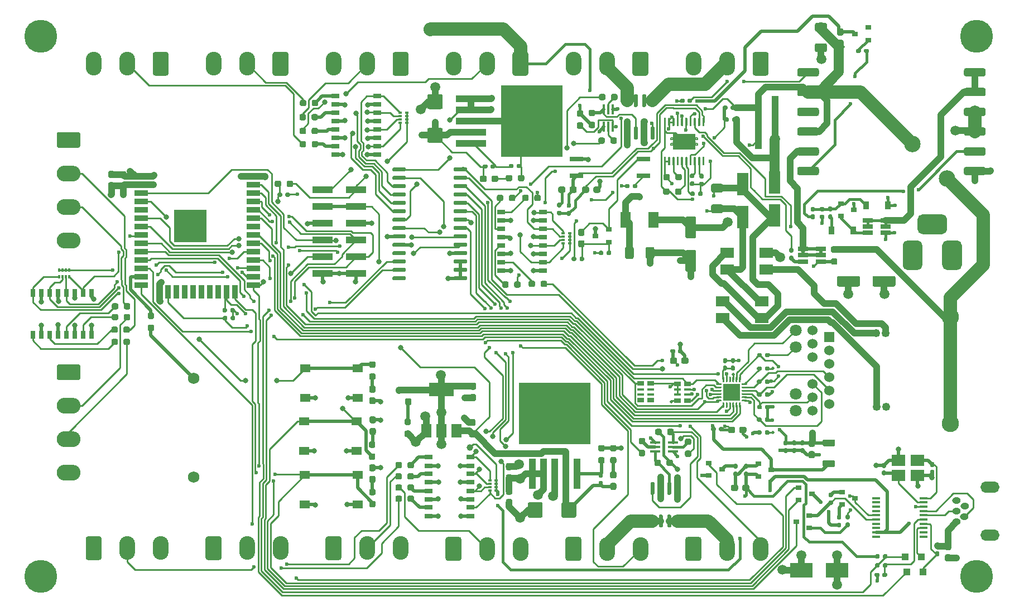
<source format=gbr>
G04 #@! TF.GenerationSoftware,KiCad,Pcbnew,5.1.7-a382d34a8~88~ubuntu20.04.1*
G04 #@! TF.CreationDate,2021-05-17T05:52:38-05:00*
G04 #@! TF.ProjectId,access-controller,61636365-7373-42d6-936f-6e74726f6c6c,rev?*
G04 #@! TF.SameCoordinates,Original*
G04 #@! TF.FileFunction,Copper,L1,Top*
G04 #@! TF.FilePolarity,Positive*
%FSLAX46Y46*%
G04 Gerber Fmt 4.6, Leading zero omitted, Abs format (unit mm)*
G04 Created by KiCad (PCBNEW 5.1.7-a382d34a8~88~ubuntu20.04.1) date 2021-05-17 05:52:38*
%MOMM*%
%LPD*%
G01*
G04 APERTURE LIST*
G04 #@! TA.AperFunction,EtchedComponent*
%ADD10C,0.152400*%
G04 #@! TD*
G04 #@! TA.AperFunction,SMDPad,CuDef*
%ADD11R,3.400001X2.400000*%
G04 #@! TD*
G04 #@! TA.AperFunction,ComponentPad*
%ADD12O,2.400000X3.600000*%
G04 #@! TD*
G04 #@! TA.AperFunction,ComponentPad*
%ADD13C,5.000000*%
G04 #@! TD*
G04 #@! TA.AperFunction,SMDPad,CuDef*
%ADD14R,2.000000X1.500000*%
G04 #@! TD*
G04 #@! TA.AperFunction,SMDPad,CuDef*
%ADD15R,1.000000X3.150000*%
G04 #@! TD*
G04 #@! TA.AperFunction,SMDPad,CuDef*
%ADD16R,2.100000X1.800000*%
G04 #@! TD*
G04 #@! TA.AperFunction,SMDPad,CuDef*
%ADD17R,3.150000X1.000000*%
G04 #@! TD*
G04 #@! TA.AperFunction,SMDPad,CuDef*
%ADD18R,2.600000X2.600000*%
G04 #@! TD*
G04 #@! TA.AperFunction,SMDPad,CuDef*
%ADD19R,2.000000X0.900000*%
G04 #@! TD*
G04 #@! TA.AperFunction,SMDPad,CuDef*
%ADD20R,0.900000X2.000000*%
G04 #@! TD*
G04 #@! TA.AperFunction,SMDPad,CuDef*
%ADD21R,5.000000X5.000000*%
G04 #@! TD*
G04 #@! TA.AperFunction,SMDPad,CuDef*
%ADD22R,0.900000X0.800000*%
G04 #@! TD*
G04 #@! TA.AperFunction,SMDPad,CuDef*
%ADD23R,2.000000X0.640000*%
G04 #@! TD*
G04 #@! TA.AperFunction,SMDPad,CuDef*
%ADD24R,1.270000X0.325000*%
G04 #@! TD*
G04 #@! TA.AperFunction,SMDPad,CuDef*
%ADD25R,9.400000X10.800000*%
G04 #@! TD*
G04 #@! TA.AperFunction,SMDPad,CuDef*
%ADD26R,4.600000X1.100000*%
G04 #@! TD*
G04 #@! TA.AperFunction,SMDPad,CuDef*
%ADD27R,1.500000X2.000000*%
G04 #@! TD*
G04 #@! TA.AperFunction,SMDPad,CuDef*
%ADD28R,3.800000X2.000000*%
G04 #@! TD*
G04 #@! TA.AperFunction,SMDPad,CuDef*
%ADD29R,10.800000X9.400000*%
G04 #@! TD*
G04 #@! TA.AperFunction,SMDPad,CuDef*
%ADD30R,1.100000X4.600000*%
G04 #@! TD*
G04 #@! TA.AperFunction,SMDPad,CuDef*
%ADD31R,1.300000X0.800000*%
G04 #@! TD*
G04 #@! TA.AperFunction,SMDPad,CuDef*
%ADD32R,0.800000X1.300000*%
G04 #@! TD*
G04 #@! TA.AperFunction,SMDPad,CuDef*
%ADD33R,1.016000X0.635000*%
G04 #@! TD*
G04 #@! TA.AperFunction,SMDPad,CuDef*
%ADD34R,1.016000X0.381000*%
G04 #@! TD*
G04 #@! TA.AperFunction,SMDPad,CuDef*
%ADD35R,0.500000X0.320000*%
G04 #@! TD*
G04 #@! TA.AperFunction,SMDPad,CuDef*
%ADD36R,0.320000X0.500000*%
G04 #@! TD*
G04 #@! TA.AperFunction,SMDPad,CuDef*
%ADD37R,1.560000X0.650000*%
G04 #@! TD*
G04 #@! TA.AperFunction,SMDPad,CuDef*
%ADD38R,0.400000X1.500000*%
G04 #@! TD*
G04 #@! TA.AperFunction,SMDPad,CuDef*
%ADD39R,1.500000X0.400000*%
G04 #@! TD*
G04 #@! TA.AperFunction,SMDPad,CuDef*
%ADD40R,1.550000X1.300000*%
G04 #@! TD*
G04 #@! TA.AperFunction,ComponentPad*
%ADD41C,1.750000*%
G04 #@! TD*
G04 #@! TA.AperFunction,SMDPad,CuDef*
%ADD42R,1.500000X2.400000*%
G04 #@! TD*
G04 #@! TA.AperFunction,ComponentPad*
%ADD43O,1.300000X1.000000*%
G04 #@! TD*
G04 #@! TA.AperFunction,ComponentPad*
%ADD44O,2.900000X1.700000*%
G04 #@! TD*
G04 #@! TA.AperFunction,ComponentPad*
%ADD45O,3.600000X2.400000*%
G04 #@! TD*
G04 #@! TA.AperFunction,ComponentPad*
%ADD46C,1.250000*%
G04 #@! TD*
G04 #@! TA.AperFunction,ComponentPad*
%ADD47R,1.524000X1.524000*%
G04 #@! TD*
G04 #@! TA.AperFunction,ComponentPad*
%ADD48C,1.524000*%
G04 #@! TD*
G04 #@! TA.AperFunction,ComponentPad*
%ADD49C,1.800000*%
G04 #@! TD*
G04 #@! TA.AperFunction,ComponentPad*
%ADD50C,2.610000*%
G04 #@! TD*
G04 #@! TA.AperFunction,ComponentPad*
%ADD51C,2.630000*%
G04 #@! TD*
G04 #@! TA.AperFunction,SMDPad,CuDef*
%ADD52R,1.800000X3.500000*%
G04 #@! TD*
G04 #@! TA.AperFunction,SMDPad,CuDef*
%ADD53R,1.000000X1.000000*%
G04 #@! TD*
G04 #@! TA.AperFunction,SMDPad,CuDef*
%ADD54R,3.500000X2.300000*%
G04 #@! TD*
G04 #@! TA.AperFunction,SMDPad,CuDef*
%ADD55R,0.900000X1.200000*%
G04 #@! TD*
G04 #@! TA.AperFunction,ViaPad*
%ADD56C,1.500000*%
G04 #@! TD*
G04 #@! TA.AperFunction,ViaPad*
%ADD57C,0.800000*%
G04 #@! TD*
G04 #@! TA.AperFunction,ViaPad*
%ADD58C,1.000000*%
G04 #@! TD*
G04 #@! TA.AperFunction,ViaPad*
%ADD59C,0.600000*%
G04 #@! TD*
G04 #@! TA.AperFunction,ViaPad*
%ADD60C,0.500000*%
G04 #@! TD*
G04 #@! TA.AperFunction,ViaPad*
%ADD61C,2.000000*%
G04 #@! TD*
G04 #@! TA.AperFunction,ViaPad*
%ADD62C,2.500000*%
G04 #@! TD*
G04 #@! TA.AperFunction,Conductor*
%ADD63C,2.000000*%
G04 #@! TD*
G04 #@! TA.AperFunction,Conductor*
%ADD64C,1.000000*%
G04 #@! TD*
G04 #@! TA.AperFunction,Conductor*
%ADD65C,0.500000*%
G04 #@! TD*
G04 #@! TA.AperFunction,Conductor*
%ADD66C,0.250000*%
G04 #@! TD*
G04 #@! TA.AperFunction,Conductor*
%ADD67C,0.400000*%
G04 #@! TD*
G04 #@! TA.AperFunction,Conductor*
%ADD68C,1.500000*%
G04 #@! TD*
G04 APERTURE END LIST*
D10*
X218600000Y-51075000D02*
X218600000Y-50775000D01*
X218300000Y-51075000D02*
X218600000Y-51075000D01*
X218300000Y-50775000D02*
X218300000Y-51075000D01*
X218600000Y-50775000D02*
X218300000Y-50775000D01*
X218600000Y-49925000D02*
X218600000Y-50225000D01*
X218300000Y-49925000D02*
X218600000Y-49925000D01*
X218300000Y-50225000D02*
X218300000Y-49925000D01*
X218600000Y-50225000D02*
X218300000Y-50225000D01*
X222000000Y-49925000D02*
X222000000Y-50225000D01*
X222300000Y-49925000D02*
X222000000Y-49925000D01*
X222300000Y-50225000D02*
X222300000Y-49925000D01*
X222000000Y-50225000D02*
X222300000Y-50225000D01*
X222000000Y-51075000D02*
X222000000Y-50775000D01*
X222300000Y-51075000D02*
X222000000Y-51075000D01*
X222300000Y-50775000D02*
X222300000Y-51075000D01*
X222000000Y-50775000D02*
X222300000Y-50775000D01*
X218600000Y-50500000D02*
X218600000Y-50500000D01*
X218600000Y-50500000D02*
X218600000Y-50500000D01*
X218600000Y-50500000D02*
X218600000Y-50500000D01*
X218600000Y-50500000D02*
X218600000Y-50500000D01*
X218600000Y-50500000D02*
X218600000Y-50500000D01*
X218600000Y-50500000D02*
X218600000Y-50500000D01*
X218600000Y-50500000D02*
X218600000Y-50500000D01*
X218600000Y-50500000D02*
X218600000Y-50500000D01*
X222000000Y-50500000D02*
X222000000Y-50500000D01*
X222000000Y-50500000D02*
X222000000Y-50500000D01*
X222000000Y-50500000D02*
X222000000Y-50500000D01*
X222000000Y-50500000D02*
X222000000Y-50500000D01*
X222000000Y-50500000D02*
X222000000Y-50500000D01*
X222000000Y-50500000D02*
X222000000Y-50500000D01*
X222000000Y-50500000D02*
X222000000Y-50500000D01*
X222000000Y-50500000D02*
X222000000Y-50500000D01*
G04 #@! TA.AperFunction,SMDPad,CuDef*
G36*
G01*
X227090000Y-47000000D02*
X227090000Y-47320000D01*
G75*
G02*
X226930000Y-47480000I-160000J0D01*
G01*
X226535000Y-47480000D01*
G75*
G02*
X226375000Y-47320000I0J160000D01*
G01*
X226375000Y-47000000D01*
G75*
G02*
X226535000Y-46840000I160000J0D01*
G01*
X226930000Y-46840000D01*
G75*
G02*
X227090000Y-47000000I0J-160000D01*
G01*
G37*
G04 #@! TD.AperFunction*
G04 #@! TA.AperFunction,SMDPad,CuDef*
G36*
G01*
X228285000Y-47000000D02*
X228285000Y-47320000D01*
G75*
G02*
X228125000Y-47480000I-160000J0D01*
G01*
X227730000Y-47480000D01*
G75*
G02*
X227570000Y-47320000I0J160000D01*
G01*
X227570000Y-47000000D01*
G75*
G02*
X227730000Y-46840000I160000J0D01*
G01*
X228125000Y-46840000D01*
G75*
G02*
X228285000Y-47000000I0J-160000D01*
G01*
G37*
G04 #@! TD.AperFunction*
G04 #@! TA.AperFunction,SMDPad,CuDef*
G36*
G01*
X227357500Y-45540000D02*
X227357500Y-45220000D01*
G75*
G02*
X227517500Y-45060000I160000J0D01*
G01*
X227912500Y-45060000D01*
G75*
G02*
X228072500Y-45220000I0J-160000D01*
G01*
X228072500Y-45540000D01*
G75*
G02*
X227912500Y-45700000I-160000J0D01*
G01*
X227517500Y-45700000D01*
G75*
G02*
X227357500Y-45540000I0J160000D01*
G01*
G37*
G04 #@! TD.AperFunction*
G04 #@! TA.AperFunction,SMDPad,CuDef*
G36*
G01*
X226162500Y-45540000D02*
X226162500Y-45220000D01*
G75*
G02*
X226322500Y-45060000I160000J0D01*
G01*
X226717500Y-45060000D01*
G75*
G02*
X226877500Y-45220000I0J-160000D01*
G01*
X226877500Y-45540000D01*
G75*
G02*
X226717500Y-45700000I-160000J0D01*
G01*
X226322500Y-45700000D01*
G75*
G02*
X226162500Y-45540000I0J160000D01*
G01*
G37*
G04 #@! TD.AperFunction*
G04 #@! TA.AperFunction,SMDPad,CuDef*
G36*
G01*
X243762500Y-35075000D02*
X244237500Y-35075000D01*
G75*
G02*
X244475000Y-35312500I0J-237500D01*
G01*
X244475000Y-35912500D01*
G75*
G02*
X244237500Y-36150000I-237500J0D01*
G01*
X243762500Y-36150000D01*
G75*
G02*
X243525000Y-35912500I0J237500D01*
G01*
X243525000Y-35312500D01*
G75*
G02*
X243762500Y-35075000I237500J0D01*
G01*
G37*
G04 #@! TD.AperFunction*
G04 #@! TA.AperFunction,SMDPad,CuDef*
G36*
G01*
X243762500Y-33350000D02*
X244237500Y-33350000D01*
G75*
G02*
X244475000Y-33587500I0J-237500D01*
G01*
X244475000Y-34187500D01*
G75*
G02*
X244237500Y-34425000I-237500J0D01*
G01*
X243762500Y-34425000D01*
G75*
G02*
X243525000Y-34187500I0J237500D01*
G01*
X243525000Y-33587500D01*
G75*
G02*
X243762500Y-33350000I237500J0D01*
G01*
G37*
G04 #@! TD.AperFunction*
G04 #@! TA.AperFunction,SMDPad,CuDef*
G36*
G01*
X223148851Y-46893200D02*
X223301251Y-46893200D01*
G75*
G02*
X223377451Y-46969400I0J-76200D01*
G01*
X223377451Y-48087000D01*
G75*
G02*
X223301251Y-48163200I-76200J0D01*
G01*
X223148851Y-48163200D01*
G75*
G02*
X223072651Y-48087000I0J76200D01*
G01*
X223072651Y-46969400D01*
G75*
G02*
X223148851Y-46893200I76200J0D01*
G01*
G37*
G04 #@! TD.AperFunction*
G04 #@! TA.AperFunction,SMDPad,CuDef*
G36*
G01*
X222498840Y-46893200D02*
X222651240Y-46893200D01*
G75*
G02*
X222727440Y-46969400I0J-76200D01*
G01*
X222727440Y-48087000D01*
G75*
G02*
X222651240Y-48163200I-76200J0D01*
G01*
X222498840Y-48163200D01*
G75*
G02*
X222422640Y-48087000I0J76200D01*
G01*
X222422640Y-46969400D01*
G75*
G02*
X222498840Y-46893200I76200J0D01*
G01*
G37*
G04 #@! TD.AperFunction*
G04 #@! TA.AperFunction,SMDPad,CuDef*
G36*
G01*
X221848828Y-46893200D02*
X222001228Y-46893200D01*
G75*
G02*
X222077428Y-46969400I0J-76200D01*
G01*
X222077428Y-48087000D01*
G75*
G02*
X222001228Y-48163200I-76200J0D01*
G01*
X221848828Y-48163200D01*
G75*
G02*
X221772628Y-48087000I0J76200D01*
G01*
X221772628Y-46969400D01*
G75*
G02*
X221848828Y-46893200I76200J0D01*
G01*
G37*
G04 #@! TD.AperFunction*
G04 #@! TA.AperFunction,SMDPad,CuDef*
G36*
G01*
X221198817Y-46893200D02*
X221351217Y-46893200D01*
G75*
G02*
X221427417Y-46969400I0J-76200D01*
G01*
X221427417Y-48087000D01*
G75*
G02*
X221351217Y-48163200I-76200J0D01*
G01*
X221198817Y-48163200D01*
G75*
G02*
X221122617Y-48087000I0J76200D01*
G01*
X221122617Y-46969400D01*
G75*
G02*
X221198817Y-46893200I76200J0D01*
G01*
G37*
G04 #@! TD.AperFunction*
G04 #@! TA.AperFunction,SMDPad,CuDef*
G36*
G01*
X220548806Y-46893200D02*
X220701206Y-46893200D01*
G75*
G02*
X220777406Y-46969400I0J-76200D01*
G01*
X220777406Y-48087000D01*
G75*
G02*
X220701206Y-48163200I-76200J0D01*
G01*
X220548806Y-48163200D01*
G75*
G02*
X220472606Y-48087000I0J76200D01*
G01*
X220472606Y-46969400D01*
G75*
G02*
X220548806Y-46893200I76200J0D01*
G01*
G37*
G04 #@! TD.AperFunction*
G04 #@! TA.AperFunction,SMDPad,CuDef*
G36*
G01*
X219898794Y-46893200D02*
X220051194Y-46893200D01*
G75*
G02*
X220127394Y-46969400I0J-76200D01*
G01*
X220127394Y-48087000D01*
G75*
G02*
X220051194Y-48163200I-76200J0D01*
G01*
X219898794Y-48163200D01*
G75*
G02*
X219822594Y-48087000I0J76200D01*
G01*
X219822594Y-46969400D01*
G75*
G02*
X219898794Y-46893200I76200J0D01*
G01*
G37*
G04 #@! TD.AperFunction*
G04 #@! TA.AperFunction,SMDPad,CuDef*
G36*
G01*
X219248783Y-46893200D02*
X219401183Y-46893200D01*
G75*
G02*
X219477383Y-46969400I0J-76200D01*
G01*
X219477383Y-48087000D01*
G75*
G02*
X219401183Y-48163200I-76200J0D01*
G01*
X219248783Y-48163200D01*
G75*
G02*
X219172583Y-48087000I0J76200D01*
G01*
X219172583Y-46969400D01*
G75*
G02*
X219248783Y-46893200I76200J0D01*
G01*
G37*
G04 #@! TD.AperFunction*
G04 #@! TA.AperFunction,SMDPad,CuDef*
G36*
G01*
X218598772Y-46893200D02*
X218751172Y-46893200D01*
G75*
G02*
X218827372Y-46969400I0J-76200D01*
G01*
X218827372Y-48087000D01*
G75*
G02*
X218751172Y-48163200I-76200J0D01*
G01*
X218598772Y-48163200D01*
G75*
G02*
X218522572Y-48087000I0J76200D01*
G01*
X218522572Y-46969400D01*
G75*
G02*
X218598772Y-46893200I76200J0D01*
G01*
G37*
G04 #@! TD.AperFunction*
G04 #@! TA.AperFunction,SMDPad,CuDef*
G36*
G01*
X217948760Y-46893200D02*
X218101160Y-46893200D01*
G75*
G02*
X218177360Y-46969400I0J-76200D01*
G01*
X218177360Y-48087000D01*
G75*
G02*
X218101160Y-48163200I-76200J0D01*
G01*
X217948760Y-48163200D01*
G75*
G02*
X217872560Y-48087000I0J76200D01*
G01*
X217872560Y-46969400D01*
G75*
G02*
X217948760Y-46893200I76200J0D01*
G01*
G37*
G04 #@! TD.AperFunction*
G04 #@! TA.AperFunction,SMDPad,CuDef*
G36*
G01*
X217298749Y-46893200D02*
X217451149Y-46893200D01*
G75*
G02*
X217527349Y-46969400I0J-76200D01*
G01*
X217527349Y-48087000D01*
G75*
G02*
X217451149Y-48163200I-76200J0D01*
G01*
X217298749Y-48163200D01*
G75*
G02*
X217222549Y-48087000I0J76200D01*
G01*
X217222549Y-46969400D01*
G75*
G02*
X217298749Y-46893200I76200J0D01*
G01*
G37*
G04 #@! TD.AperFunction*
G04 #@! TA.AperFunction,SMDPad,CuDef*
G36*
G01*
X217298749Y-52836800D02*
X217451149Y-52836800D01*
G75*
G02*
X217527349Y-52913000I0J-76200D01*
G01*
X217527349Y-54030600D01*
G75*
G02*
X217451149Y-54106800I-76200J0D01*
G01*
X217298749Y-54106800D01*
G75*
G02*
X217222549Y-54030600I0J76200D01*
G01*
X217222549Y-52913000D01*
G75*
G02*
X217298749Y-52836800I76200J0D01*
G01*
G37*
G04 #@! TD.AperFunction*
G04 #@! TA.AperFunction,SMDPad,CuDef*
G36*
G01*
X217948760Y-52836800D02*
X218101160Y-52836800D01*
G75*
G02*
X218177360Y-52913000I0J-76200D01*
G01*
X218177360Y-54030600D01*
G75*
G02*
X218101160Y-54106800I-76200J0D01*
G01*
X217948760Y-54106800D01*
G75*
G02*
X217872560Y-54030600I0J76200D01*
G01*
X217872560Y-52913000D01*
G75*
G02*
X217948760Y-52836800I76200J0D01*
G01*
G37*
G04 #@! TD.AperFunction*
G04 #@! TA.AperFunction,SMDPad,CuDef*
G36*
G01*
X218598772Y-52836800D02*
X218751172Y-52836800D01*
G75*
G02*
X218827372Y-52913000I0J-76200D01*
G01*
X218827372Y-54030600D01*
G75*
G02*
X218751172Y-54106800I-76200J0D01*
G01*
X218598772Y-54106800D01*
G75*
G02*
X218522572Y-54030600I0J76200D01*
G01*
X218522572Y-52913000D01*
G75*
G02*
X218598772Y-52836800I76200J0D01*
G01*
G37*
G04 #@! TD.AperFunction*
G04 #@! TA.AperFunction,SMDPad,CuDef*
G36*
G01*
X219248783Y-52836800D02*
X219401183Y-52836800D01*
G75*
G02*
X219477383Y-52913000I0J-76200D01*
G01*
X219477383Y-54030600D01*
G75*
G02*
X219401183Y-54106800I-76200J0D01*
G01*
X219248783Y-54106800D01*
G75*
G02*
X219172583Y-54030600I0J76200D01*
G01*
X219172583Y-52913000D01*
G75*
G02*
X219248783Y-52836800I76200J0D01*
G01*
G37*
G04 #@! TD.AperFunction*
G04 #@! TA.AperFunction,SMDPad,CuDef*
G36*
G01*
X219898794Y-52836800D02*
X220051194Y-52836800D01*
G75*
G02*
X220127394Y-52913000I0J-76200D01*
G01*
X220127394Y-54030600D01*
G75*
G02*
X220051194Y-54106800I-76200J0D01*
G01*
X219898794Y-54106800D01*
G75*
G02*
X219822594Y-54030600I0J76200D01*
G01*
X219822594Y-52913000D01*
G75*
G02*
X219898794Y-52836800I76200J0D01*
G01*
G37*
G04 #@! TD.AperFunction*
G04 #@! TA.AperFunction,SMDPad,CuDef*
G36*
G01*
X220548806Y-52836800D02*
X220701206Y-52836800D01*
G75*
G02*
X220777406Y-52913000I0J-76200D01*
G01*
X220777406Y-54030600D01*
G75*
G02*
X220701206Y-54106800I-76200J0D01*
G01*
X220548806Y-54106800D01*
G75*
G02*
X220472606Y-54030600I0J76200D01*
G01*
X220472606Y-52913000D01*
G75*
G02*
X220548806Y-52836800I76200J0D01*
G01*
G37*
G04 #@! TD.AperFunction*
G04 #@! TA.AperFunction,SMDPad,CuDef*
G36*
G01*
X221198817Y-52836800D02*
X221351217Y-52836800D01*
G75*
G02*
X221427417Y-52913000I0J-76200D01*
G01*
X221427417Y-54030600D01*
G75*
G02*
X221351217Y-54106800I-76200J0D01*
G01*
X221198817Y-54106800D01*
G75*
G02*
X221122617Y-54030600I0J76200D01*
G01*
X221122617Y-52913000D01*
G75*
G02*
X221198817Y-52836800I76200J0D01*
G01*
G37*
G04 #@! TD.AperFunction*
G04 #@! TA.AperFunction,SMDPad,CuDef*
G36*
G01*
X221848828Y-52836800D02*
X222001228Y-52836800D01*
G75*
G02*
X222077428Y-52913000I0J-76200D01*
G01*
X222077428Y-54030600D01*
G75*
G02*
X222001228Y-54106800I-76200J0D01*
G01*
X221848828Y-54106800D01*
G75*
G02*
X221772628Y-54030600I0J76200D01*
G01*
X221772628Y-52913000D01*
G75*
G02*
X221848828Y-52836800I76200J0D01*
G01*
G37*
G04 #@! TD.AperFunction*
G04 #@! TA.AperFunction,SMDPad,CuDef*
G36*
G01*
X222498840Y-52836800D02*
X222651240Y-52836800D01*
G75*
G02*
X222727440Y-52913000I0J-76200D01*
G01*
X222727440Y-54030600D01*
G75*
G02*
X222651240Y-54106800I-76200J0D01*
G01*
X222498840Y-54106800D01*
G75*
G02*
X222422640Y-54030600I0J76200D01*
G01*
X222422640Y-52913000D01*
G75*
G02*
X222498840Y-52836800I76200J0D01*
G01*
G37*
G04 #@! TD.AperFunction*
G04 #@! TA.AperFunction,SMDPad,CuDef*
G36*
G01*
X223148851Y-52836800D02*
X223301251Y-52836800D01*
G75*
G02*
X223377451Y-52913000I0J-76200D01*
G01*
X223377451Y-54030600D01*
G75*
G02*
X223301251Y-54106800I-76200J0D01*
G01*
X223148851Y-54106800D01*
G75*
G02*
X223072651Y-54030600I0J76200D01*
G01*
X223072651Y-52913000D01*
G75*
G02*
X223148851Y-52836800I76200J0D01*
G01*
G37*
G04 #@! TD.AperFunction*
D11*
X220300000Y-50500000D03*
G04 #@! TA.AperFunction,SMDPad,CuDef*
G36*
G01*
X247112500Y-36600000D02*
X247112500Y-36920000D01*
G75*
G02*
X246952500Y-37080000I-160000J0D01*
G01*
X246557500Y-37080000D01*
G75*
G02*
X246397500Y-36920000I0J160000D01*
G01*
X246397500Y-36600000D01*
G75*
G02*
X246557500Y-36440000I160000J0D01*
G01*
X246952500Y-36440000D01*
G75*
G02*
X247112500Y-36600000I0J-160000D01*
G01*
G37*
G04 #@! TD.AperFunction*
G04 #@! TA.AperFunction,SMDPad,CuDef*
G36*
G01*
X248307500Y-36600000D02*
X248307500Y-36920000D01*
G75*
G02*
X248147500Y-37080000I-160000J0D01*
G01*
X247752500Y-37080000D01*
G75*
G02*
X247592500Y-36920000I0J160000D01*
G01*
X247592500Y-36600000D01*
G75*
G02*
X247752500Y-36440000I160000J0D01*
G01*
X248147500Y-36440000D01*
G75*
G02*
X248307500Y-36600000I0J-160000D01*
G01*
G37*
G04 #@! TD.AperFunction*
G04 #@! TA.AperFunction,SMDPad,CuDef*
G36*
G01*
X239665000Y-61540000D02*
X239975000Y-61540000D01*
G75*
G02*
X240130000Y-61695000I0J-155000D01*
G01*
X240130000Y-62120000D01*
G75*
G02*
X239975000Y-62275000I-155000J0D01*
G01*
X239665000Y-62275000D01*
G75*
G02*
X239510000Y-62120000I0J155000D01*
G01*
X239510000Y-61695000D01*
G75*
G02*
X239665000Y-61540000I155000J0D01*
G01*
G37*
G04 #@! TD.AperFunction*
G04 #@! TA.AperFunction,SMDPad,CuDef*
G36*
G01*
X239665000Y-60405000D02*
X239975000Y-60405000D01*
G75*
G02*
X240130000Y-60560000I0J-155000D01*
G01*
X240130000Y-60985000D01*
G75*
G02*
X239975000Y-61140000I-155000J0D01*
G01*
X239665000Y-61140000D01*
G75*
G02*
X239510000Y-60985000I0J155000D01*
G01*
X239510000Y-60560000D01*
G75*
G02*
X239665000Y-60405000I155000J0D01*
G01*
G37*
G04 #@! TD.AperFunction*
D12*
X221740000Y-38700000D03*
X226820000Y-38700000D03*
G04 #@! TA.AperFunction,ComponentPad*
G36*
G01*
X233100000Y-37233600D02*
X233100000Y-40166400D01*
G75*
G02*
X232766400Y-40500000I-333600J0D01*
G01*
X231033600Y-40500000D01*
G75*
G02*
X230700000Y-40166400I0J333600D01*
G01*
X230700000Y-37233600D01*
G75*
G02*
X231033600Y-36900000I333600J0D01*
G01*
X232766400Y-36900000D01*
G75*
G02*
X233100000Y-37233600I0J-333600D01*
G01*
G37*
G04 #@! TD.AperFunction*
G04 #@! TA.AperFunction,SMDPad,CuDef*
G36*
G01*
X202960000Y-60560000D02*
X202640000Y-60560000D01*
G75*
G02*
X202480000Y-60400000I0J160000D01*
G01*
X202480000Y-60005000D01*
G75*
G02*
X202640000Y-59845000I160000J0D01*
G01*
X202960000Y-59845000D01*
G75*
G02*
X203120000Y-60005000I0J-160000D01*
G01*
X203120000Y-60400000D01*
G75*
G02*
X202960000Y-60560000I-160000J0D01*
G01*
G37*
G04 #@! TD.AperFunction*
G04 #@! TA.AperFunction,SMDPad,CuDef*
G36*
G01*
X202960000Y-61755000D02*
X202640000Y-61755000D01*
G75*
G02*
X202480000Y-61595000I0J160000D01*
G01*
X202480000Y-61200000D01*
G75*
G02*
X202640000Y-61040000I160000J0D01*
G01*
X202960000Y-61040000D01*
G75*
G02*
X203120000Y-61200000I0J-160000D01*
G01*
X203120000Y-61595000D01*
G75*
G02*
X202960000Y-61755000I-160000J0D01*
G01*
G37*
G04 #@! TD.AperFunction*
G04 #@! TA.AperFunction,SMDPad,CuDef*
G36*
G01*
X201510000Y-60510000D02*
X201190000Y-60510000D01*
G75*
G02*
X201030000Y-60350000I0J160000D01*
G01*
X201030000Y-59955000D01*
G75*
G02*
X201190000Y-59795000I160000J0D01*
G01*
X201510000Y-59795000D01*
G75*
G02*
X201670000Y-59955000I0J-160000D01*
G01*
X201670000Y-60350000D01*
G75*
G02*
X201510000Y-60510000I-160000J0D01*
G01*
G37*
G04 #@! TD.AperFunction*
G04 #@! TA.AperFunction,SMDPad,CuDef*
G36*
G01*
X201510000Y-61705000D02*
X201190000Y-61705000D01*
G75*
G02*
X201030000Y-61545000I0J160000D01*
G01*
X201030000Y-61150000D01*
G75*
G02*
X201190000Y-60990000I160000J0D01*
G01*
X201510000Y-60990000D01*
G75*
G02*
X201670000Y-61150000I0J-160000D01*
G01*
X201670000Y-61545000D01*
G75*
G02*
X201510000Y-61705000I-160000J0D01*
G01*
G37*
G04 #@! TD.AperFunction*
G04 #@! TA.AperFunction,SMDPad,CuDef*
G36*
G01*
X225110000Y-93990000D02*
X225110000Y-94310000D01*
G75*
G02*
X224950000Y-94470000I-160000J0D01*
G01*
X224555000Y-94470000D01*
G75*
G02*
X224395000Y-94310000I0J160000D01*
G01*
X224395000Y-93990000D01*
G75*
G02*
X224555000Y-93830000I160000J0D01*
G01*
X224950000Y-93830000D01*
G75*
G02*
X225110000Y-93990000I0J-160000D01*
G01*
G37*
G04 #@! TD.AperFunction*
G04 #@! TA.AperFunction,SMDPad,CuDef*
G36*
G01*
X226305000Y-93990000D02*
X226305000Y-94310000D01*
G75*
G02*
X226145000Y-94470000I-160000J0D01*
G01*
X225750000Y-94470000D01*
G75*
G02*
X225590000Y-94310000I0J160000D01*
G01*
X225590000Y-93990000D01*
G75*
G02*
X225750000Y-93830000I160000J0D01*
G01*
X226145000Y-93830000D01*
G75*
G02*
X226305000Y-93990000I0J-160000D01*
G01*
G37*
G04 #@! TD.AperFunction*
G04 #@! TA.AperFunction,SMDPad,CuDef*
G36*
G01*
X228025000Y-94012500D02*
X228025000Y-94487500D01*
G75*
G02*
X227787500Y-94725000I-237500J0D01*
G01*
X227187500Y-94725000D01*
G75*
G02*
X226950000Y-94487500I0J237500D01*
G01*
X226950000Y-94012500D01*
G75*
G02*
X227187500Y-93775000I237500J0D01*
G01*
X227787500Y-93775000D01*
G75*
G02*
X228025000Y-94012500I0J-237500D01*
G01*
G37*
G04 #@! TD.AperFunction*
G04 #@! TA.AperFunction,SMDPad,CuDef*
G36*
G01*
X229750000Y-94012500D02*
X229750000Y-94487500D01*
G75*
G02*
X229512500Y-94725000I-237500J0D01*
G01*
X228912500Y-94725000D01*
G75*
G02*
X228675000Y-94487500I0J237500D01*
G01*
X228675000Y-94012500D01*
G75*
G02*
X228912500Y-93775000I237500J0D01*
G01*
X229512500Y-93775000D01*
G75*
G02*
X229750000Y-94012500I0J-237500D01*
G01*
G37*
G04 #@! TD.AperFunction*
G04 #@! TA.AperFunction,SMDPad,CuDef*
G36*
G01*
X232062500Y-92540000D02*
X232062500Y-92860000D01*
G75*
G02*
X231902500Y-93020000I-160000J0D01*
G01*
X231507500Y-93020000D01*
G75*
G02*
X231347500Y-92860000I0J160000D01*
G01*
X231347500Y-92540000D01*
G75*
G02*
X231507500Y-92380000I160000J0D01*
G01*
X231902500Y-92380000D01*
G75*
G02*
X232062500Y-92540000I0J-160000D01*
G01*
G37*
G04 #@! TD.AperFunction*
G04 #@! TA.AperFunction,SMDPad,CuDef*
G36*
G01*
X233257500Y-92540000D02*
X233257500Y-92860000D01*
G75*
G02*
X233097500Y-93020000I-160000J0D01*
G01*
X232702500Y-93020000D01*
G75*
G02*
X232542500Y-92860000I0J160000D01*
G01*
X232542500Y-92540000D01*
G75*
G02*
X232702500Y-92380000I160000J0D01*
G01*
X233097500Y-92380000D01*
G75*
G02*
X233257500Y-92540000I0J-160000D01*
G01*
G37*
G04 #@! TD.AperFunction*
G04 #@! TA.AperFunction,SMDPad,CuDef*
G36*
G01*
X262750000Y-43297500D02*
X262750000Y-42662500D01*
G75*
G02*
X263067500Y-42345000I317500J0D01*
G01*
X265732500Y-42345000D01*
G75*
G02*
X266050000Y-42662500I0J-317500D01*
G01*
X266050000Y-43297500D01*
G75*
G02*
X265732500Y-43615000I-317500J0D01*
G01*
X263067500Y-43615000D01*
G75*
G02*
X262750000Y-43297500I0J317500D01*
G01*
G37*
G04 #@! TD.AperFunction*
G04 #@! TA.AperFunction,SMDPad,CuDef*
G36*
G01*
X262750000Y-55297500D02*
X262750000Y-54662500D01*
G75*
G02*
X263067500Y-54345000I317500J0D01*
G01*
X265732500Y-54345000D01*
G75*
G02*
X266050000Y-54662500I0J-317500D01*
G01*
X266050000Y-55297500D01*
G75*
G02*
X265732500Y-55615000I-317500J0D01*
G01*
X263067500Y-55615000D01*
G75*
G02*
X262750000Y-55297500I0J317500D01*
G01*
G37*
G04 #@! TD.AperFunction*
G04 #@! TA.AperFunction,SMDPad,CuDef*
G36*
G01*
X262750000Y-52317500D02*
X262750000Y-51682500D01*
G75*
G02*
X263067500Y-51365000I317500J0D01*
G01*
X265732500Y-51365000D01*
G75*
G02*
X266050000Y-51682500I0J-317500D01*
G01*
X266050000Y-52317500D01*
G75*
G02*
X265732500Y-52635000I-317500J0D01*
G01*
X263067500Y-52635000D01*
G75*
G02*
X262750000Y-52317500I0J317500D01*
G01*
G37*
G04 #@! TD.AperFunction*
G04 #@! TA.AperFunction,SMDPad,CuDef*
G36*
G01*
X262750000Y-49297500D02*
X262750000Y-48662500D01*
G75*
G02*
X263067500Y-48345000I317500J0D01*
G01*
X265732500Y-48345000D01*
G75*
G02*
X266050000Y-48662500I0J-317500D01*
G01*
X266050000Y-49297500D01*
G75*
G02*
X265732500Y-49615000I-317500J0D01*
G01*
X263067500Y-49615000D01*
G75*
G02*
X262750000Y-49297500I0J317500D01*
G01*
G37*
G04 #@! TD.AperFunction*
G04 #@! TA.AperFunction,SMDPad,CuDef*
G36*
G01*
X262750000Y-46317500D02*
X262750000Y-45682500D01*
G75*
G02*
X263067500Y-45365000I317500J0D01*
G01*
X265732500Y-45365000D01*
G75*
G02*
X266050000Y-45682500I0J-317500D01*
G01*
X266050000Y-46317500D01*
G75*
G02*
X265732500Y-46635000I-317500J0D01*
G01*
X263067500Y-46635000D01*
G75*
G02*
X262750000Y-46317500I0J317500D01*
G01*
G37*
G04 #@! TD.AperFunction*
G04 #@! TA.AperFunction,SMDPad,CuDef*
G36*
G01*
X262750000Y-40317500D02*
X262750000Y-39682500D01*
G75*
G02*
X263067500Y-39365000I317500J0D01*
G01*
X265732500Y-39365000D01*
G75*
G02*
X266050000Y-39682500I0J-317500D01*
G01*
X266050000Y-40317500D01*
G75*
G02*
X265732500Y-40635000I-317500J0D01*
G01*
X263067500Y-40635000D01*
G75*
G02*
X262750000Y-40317500I0J317500D01*
G01*
G37*
G04 #@! TD.AperFunction*
G04 #@! TA.AperFunction,SMDPad,CuDef*
G36*
G01*
X237450000Y-55297500D02*
X237450000Y-54662500D01*
G75*
G02*
X237767500Y-54345000I317500J0D01*
G01*
X240432500Y-54345000D01*
G75*
G02*
X240750000Y-54662500I0J-317500D01*
G01*
X240750000Y-55297500D01*
G75*
G02*
X240432500Y-55615000I-317500J0D01*
G01*
X237767500Y-55615000D01*
G75*
G02*
X237450000Y-55297500I0J317500D01*
G01*
G37*
G04 #@! TD.AperFunction*
G04 #@! TA.AperFunction,SMDPad,CuDef*
G36*
G01*
X237450000Y-52317500D02*
X237450000Y-51682500D01*
G75*
G02*
X237767500Y-51365000I317500J0D01*
G01*
X240432500Y-51365000D01*
G75*
G02*
X240750000Y-51682500I0J-317500D01*
G01*
X240750000Y-52317500D01*
G75*
G02*
X240432500Y-52635000I-317500J0D01*
G01*
X237767500Y-52635000D01*
G75*
G02*
X237450000Y-52317500I0J317500D01*
G01*
G37*
G04 #@! TD.AperFunction*
G04 #@! TA.AperFunction,SMDPad,CuDef*
G36*
G01*
X237450000Y-49297500D02*
X237450000Y-48662500D01*
G75*
G02*
X237767500Y-48345000I317500J0D01*
G01*
X240432500Y-48345000D01*
G75*
G02*
X240750000Y-48662500I0J-317500D01*
G01*
X240750000Y-49297500D01*
G75*
G02*
X240432500Y-49615000I-317500J0D01*
G01*
X237767500Y-49615000D01*
G75*
G02*
X237450000Y-49297500I0J317500D01*
G01*
G37*
G04 #@! TD.AperFunction*
G04 #@! TA.AperFunction,SMDPad,CuDef*
G36*
G01*
X237450000Y-46317500D02*
X237450000Y-45682500D01*
G75*
G02*
X237767500Y-45365000I317500J0D01*
G01*
X240432500Y-45365000D01*
G75*
G02*
X240750000Y-45682500I0J-317500D01*
G01*
X240750000Y-46317500D01*
G75*
G02*
X240432500Y-46635000I-317500J0D01*
G01*
X237767500Y-46635000D01*
G75*
G02*
X237450000Y-46317500I0J317500D01*
G01*
G37*
G04 #@! TD.AperFunction*
G04 #@! TA.AperFunction,SMDPad,CuDef*
G36*
G01*
X237450000Y-43297500D02*
X237450000Y-42662500D01*
G75*
G02*
X237767500Y-42345000I317500J0D01*
G01*
X240432500Y-42345000D01*
G75*
G02*
X240750000Y-42662500I0J-317500D01*
G01*
X240750000Y-43297500D01*
G75*
G02*
X240432500Y-43615000I-317500J0D01*
G01*
X237767500Y-43615000D01*
G75*
G02*
X237450000Y-43297500I0J317500D01*
G01*
G37*
G04 #@! TD.AperFunction*
G04 #@! TA.AperFunction,SMDPad,CuDef*
G36*
G01*
X237450000Y-40317500D02*
X237450000Y-39682500D01*
G75*
G02*
X237767500Y-39365000I317500J0D01*
G01*
X240432500Y-39365000D01*
G75*
G02*
X240750000Y-39682500I0J-317500D01*
G01*
X240750000Y-40317500D01*
G75*
G02*
X240432500Y-40635000I-317500J0D01*
G01*
X237767500Y-40635000D01*
G75*
G02*
X237450000Y-40317500I0J317500D01*
G01*
G37*
G04 #@! TD.AperFunction*
D13*
X122700000Y-34500000D03*
X264700000Y-34500000D03*
X122700000Y-116500000D03*
X264700000Y-116500000D03*
D14*
X226150000Y-77250000D03*
X226150000Y-74750000D03*
X232050000Y-74750000D03*
X232070000Y-77250000D03*
X232750000Y-67400000D03*
X232750000Y-69900000D03*
X226850000Y-69900000D03*
X226830000Y-67400000D03*
D15*
X231580000Y-50125000D03*
X231580000Y-45075000D03*
X234120000Y-50125000D03*
X234120000Y-45075000D03*
D16*
X252800000Y-98900000D03*
X255700000Y-98900000D03*
X255700000Y-101200000D03*
X252800000Y-101200000D03*
D17*
X170525000Y-70550000D03*
X165475000Y-70550000D03*
X170525000Y-68010000D03*
X165475000Y-68010000D03*
X170525000Y-65470000D03*
X165475000Y-65470000D03*
X170525000Y-62930000D03*
X165475000Y-62930000D03*
X170525000Y-60390000D03*
X165475000Y-60390000D03*
X170525000Y-57850000D03*
X165475000Y-57850000D03*
D18*
X227500000Y-88550000D03*
G04 #@! TA.AperFunction,SMDPad,CuDef*
G36*
G01*
X229087500Y-87175000D02*
X229787500Y-87175000D01*
G75*
G02*
X229850000Y-87237500I0J-62500D01*
G01*
X229850000Y-87362500D01*
G75*
G02*
X229787500Y-87425000I-62500J0D01*
G01*
X229087500Y-87425000D01*
G75*
G02*
X229025000Y-87362500I0J62500D01*
G01*
X229025000Y-87237500D01*
G75*
G02*
X229087500Y-87175000I62500J0D01*
G01*
G37*
G04 #@! TD.AperFunction*
G04 #@! TA.AperFunction,SMDPad,CuDef*
G36*
G01*
X229087500Y-87675000D02*
X229787500Y-87675000D01*
G75*
G02*
X229850000Y-87737500I0J-62500D01*
G01*
X229850000Y-87862500D01*
G75*
G02*
X229787500Y-87925000I-62500J0D01*
G01*
X229087500Y-87925000D01*
G75*
G02*
X229025000Y-87862500I0J62500D01*
G01*
X229025000Y-87737500D01*
G75*
G02*
X229087500Y-87675000I62500J0D01*
G01*
G37*
G04 #@! TD.AperFunction*
G04 #@! TA.AperFunction,SMDPad,CuDef*
G36*
G01*
X229087500Y-88175000D02*
X229787500Y-88175000D01*
G75*
G02*
X229850000Y-88237500I0J-62500D01*
G01*
X229850000Y-88362500D01*
G75*
G02*
X229787500Y-88425000I-62500J0D01*
G01*
X229087500Y-88425000D01*
G75*
G02*
X229025000Y-88362500I0J62500D01*
G01*
X229025000Y-88237500D01*
G75*
G02*
X229087500Y-88175000I62500J0D01*
G01*
G37*
G04 #@! TD.AperFunction*
G04 #@! TA.AperFunction,SMDPad,CuDef*
G36*
G01*
X229087500Y-88675000D02*
X229787500Y-88675000D01*
G75*
G02*
X229850000Y-88737500I0J-62500D01*
G01*
X229850000Y-88862500D01*
G75*
G02*
X229787500Y-88925000I-62500J0D01*
G01*
X229087500Y-88925000D01*
G75*
G02*
X229025000Y-88862500I0J62500D01*
G01*
X229025000Y-88737500D01*
G75*
G02*
X229087500Y-88675000I62500J0D01*
G01*
G37*
G04 #@! TD.AperFunction*
G04 #@! TA.AperFunction,SMDPad,CuDef*
G36*
G01*
X229087500Y-89175000D02*
X229787500Y-89175000D01*
G75*
G02*
X229850000Y-89237500I0J-62500D01*
G01*
X229850000Y-89362500D01*
G75*
G02*
X229787500Y-89425000I-62500J0D01*
G01*
X229087500Y-89425000D01*
G75*
G02*
X229025000Y-89362500I0J62500D01*
G01*
X229025000Y-89237500D01*
G75*
G02*
X229087500Y-89175000I62500J0D01*
G01*
G37*
G04 #@! TD.AperFunction*
G04 #@! TA.AperFunction,SMDPad,CuDef*
G36*
G01*
X229087500Y-89675000D02*
X229787500Y-89675000D01*
G75*
G02*
X229850000Y-89737500I0J-62500D01*
G01*
X229850000Y-89862500D01*
G75*
G02*
X229787500Y-89925000I-62500J0D01*
G01*
X229087500Y-89925000D01*
G75*
G02*
X229025000Y-89862500I0J62500D01*
G01*
X229025000Y-89737500D01*
G75*
G02*
X229087500Y-89675000I62500J0D01*
G01*
G37*
G04 #@! TD.AperFunction*
G04 #@! TA.AperFunction,SMDPad,CuDef*
G36*
G01*
X228687500Y-90075000D02*
X228812500Y-90075000D01*
G75*
G02*
X228875000Y-90137500I0J-62500D01*
G01*
X228875000Y-90837500D01*
G75*
G02*
X228812500Y-90900000I-62500J0D01*
G01*
X228687500Y-90900000D01*
G75*
G02*
X228625000Y-90837500I0J62500D01*
G01*
X228625000Y-90137500D01*
G75*
G02*
X228687500Y-90075000I62500J0D01*
G01*
G37*
G04 #@! TD.AperFunction*
G04 #@! TA.AperFunction,SMDPad,CuDef*
G36*
G01*
X228187500Y-90075000D02*
X228312500Y-90075000D01*
G75*
G02*
X228375000Y-90137500I0J-62500D01*
G01*
X228375000Y-90837500D01*
G75*
G02*
X228312500Y-90900000I-62500J0D01*
G01*
X228187500Y-90900000D01*
G75*
G02*
X228125000Y-90837500I0J62500D01*
G01*
X228125000Y-90137500D01*
G75*
G02*
X228187500Y-90075000I62500J0D01*
G01*
G37*
G04 #@! TD.AperFunction*
G04 #@! TA.AperFunction,SMDPad,CuDef*
G36*
G01*
X227687500Y-90075000D02*
X227812500Y-90075000D01*
G75*
G02*
X227875000Y-90137500I0J-62500D01*
G01*
X227875000Y-90837500D01*
G75*
G02*
X227812500Y-90900000I-62500J0D01*
G01*
X227687500Y-90900000D01*
G75*
G02*
X227625000Y-90837500I0J62500D01*
G01*
X227625000Y-90137500D01*
G75*
G02*
X227687500Y-90075000I62500J0D01*
G01*
G37*
G04 #@! TD.AperFunction*
G04 #@! TA.AperFunction,SMDPad,CuDef*
G36*
G01*
X227187500Y-90075000D02*
X227312500Y-90075000D01*
G75*
G02*
X227375000Y-90137500I0J-62500D01*
G01*
X227375000Y-90837500D01*
G75*
G02*
X227312500Y-90900000I-62500J0D01*
G01*
X227187500Y-90900000D01*
G75*
G02*
X227125000Y-90837500I0J62500D01*
G01*
X227125000Y-90137500D01*
G75*
G02*
X227187500Y-90075000I62500J0D01*
G01*
G37*
G04 #@! TD.AperFunction*
G04 #@! TA.AperFunction,SMDPad,CuDef*
G36*
G01*
X226687500Y-90075000D02*
X226812500Y-90075000D01*
G75*
G02*
X226875000Y-90137500I0J-62500D01*
G01*
X226875000Y-90837500D01*
G75*
G02*
X226812500Y-90900000I-62500J0D01*
G01*
X226687500Y-90900000D01*
G75*
G02*
X226625000Y-90837500I0J62500D01*
G01*
X226625000Y-90137500D01*
G75*
G02*
X226687500Y-90075000I62500J0D01*
G01*
G37*
G04 #@! TD.AperFunction*
G04 #@! TA.AperFunction,SMDPad,CuDef*
G36*
G01*
X226187500Y-90075000D02*
X226312500Y-90075000D01*
G75*
G02*
X226375000Y-90137500I0J-62500D01*
G01*
X226375000Y-90837500D01*
G75*
G02*
X226312500Y-90900000I-62500J0D01*
G01*
X226187500Y-90900000D01*
G75*
G02*
X226125000Y-90837500I0J62500D01*
G01*
X226125000Y-90137500D01*
G75*
G02*
X226187500Y-90075000I62500J0D01*
G01*
G37*
G04 #@! TD.AperFunction*
G04 #@! TA.AperFunction,SMDPad,CuDef*
G36*
G01*
X225212500Y-89675000D02*
X225912500Y-89675000D01*
G75*
G02*
X225975000Y-89737500I0J-62500D01*
G01*
X225975000Y-89862500D01*
G75*
G02*
X225912500Y-89925000I-62500J0D01*
G01*
X225212500Y-89925000D01*
G75*
G02*
X225150000Y-89862500I0J62500D01*
G01*
X225150000Y-89737500D01*
G75*
G02*
X225212500Y-89675000I62500J0D01*
G01*
G37*
G04 #@! TD.AperFunction*
G04 #@! TA.AperFunction,SMDPad,CuDef*
G36*
G01*
X225212500Y-89175000D02*
X225912500Y-89175000D01*
G75*
G02*
X225975000Y-89237500I0J-62500D01*
G01*
X225975000Y-89362500D01*
G75*
G02*
X225912500Y-89425000I-62500J0D01*
G01*
X225212500Y-89425000D01*
G75*
G02*
X225150000Y-89362500I0J62500D01*
G01*
X225150000Y-89237500D01*
G75*
G02*
X225212500Y-89175000I62500J0D01*
G01*
G37*
G04 #@! TD.AperFunction*
G04 #@! TA.AperFunction,SMDPad,CuDef*
G36*
G01*
X225212500Y-88675000D02*
X225912500Y-88675000D01*
G75*
G02*
X225975000Y-88737500I0J-62500D01*
G01*
X225975000Y-88862500D01*
G75*
G02*
X225912500Y-88925000I-62500J0D01*
G01*
X225212500Y-88925000D01*
G75*
G02*
X225150000Y-88862500I0J62500D01*
G01*
X225150000Y-88737500D01*
G75*
G02*
X225212500Y-88675000I62500J0D01*
G01*
G37*
G04 #@! TD.AperFunction*
G04 #@! TA.AperFunction,SMDPad,CuDef*
G36*
G01*
X225212500Y-88175000D02*
X225912500Y-88175000D01*
G75*
G02*
X225975000Y-88237500I0J-62500D01*
G01*
X225975000Y-88362500D01*
G75*
G02*
X225912500Y-88425000I-62500J0D01*
G01*
X225212500Y-88425000D01*
G75*
G02*
X225150000Y-88362500I0J62500D01*
G01*
X225150000Y-88237500D01*
G75*
G02*
X225212500Y-88175000I62500J0D01*
G01*
G37*
G04 #@! TD.AperFunction*
G04 #@! TA.AperFunction,SMDPad,CuDef*
G36*
G01*
X225212500Y-87675000D02*
X225912500Y-87675000D01*
G75*
G02*
X225975000Y-87737500I0J-62500D01*
G01*
X225975000Y-87862500D01*
G75*
G02*
X225912500Y-87925000I-62500J0D01*
G01*
X225212500Y-87925000D01*
G75*
G02*
X225150000Y-87862500I0J62500D01*
G01*
X225150000Y-87737500D01*
G75*
G02*
X225212500Y-87675000I62500J0D01*
G01*
G37*
G04 #@! TD.AperFunction*
G04 #@! TA.AperFunction,SMDPad,CuDef*
G36*
G01*
X225212500Y-87175000D02*
X225912500Y-87175000D01*
G75*
G02*
X225975000Y-87237500I0J-62500D01*
G01*
X225975000Y-87362500D01*
G75*
G02*
X225912500Y-87425000I-62500J0D01*
G01*
X225212500Y-87425000D01*
G75*
G02*
X225150000Y-87362500I0J62500D01*
G01*
X225150000Y-87237500D01*
G75*
G02*
X225212500Y-87175000I62500J0D01*
G01*
G37*
G04 #@! TD.AperFunction*
G04 #@! TA.AperFunction,SMDPad,CuDef*
G36*
G01*
X226187500Y-86200000D02*
X226312500Y-86200000D01*
G75*
G02*
X226375000Y-86262500I0J-62500D01*
G01*
X226375000Y-86962500D01*
G75*
G02*
X226312500Y-87025000I-62500J0D01*
G01*
X226187500Y-87025000D01*
G75*
G02*
X226125000Y-86962500I0J62500D01*
G01*
X226125000Y-86262500D01*
G75*
G02*
X226187500Y-86200000I62500J0D01*
G01*
G37*
G04 #@! TD.AperFunction*
G04 #@! TA.AperFunction,SMDPad,CuDef*
G36*
G01*
X226687500Y-86200000D02*
X226812500Y-86200000D01*
G75*
G02*
X226875000Y-86262500I0J-62500D01*
G01*
X226875000Y-86962500D01*
G75*
G02*
X226812500Y-87025000I-62500J0D01*
G01*
X226687500Y-87025000D01*
G75*
G02*
X226625000Y-86962500I0J62500D01*
G01*
X226625000Y-86262500D01*
G75*
G02*
X226687500Y-86200000I62500J0D01*
G01*
G37*
G04 #@! TD.AperFunction*
G04 #@! TA.AperFunction,SMDPad,CuDef*
G36*
G01*
X227187500Y-86200000D02*
X227312500Y-86200000D01*
G75*
G02*
X227375000Y-86262500I0J-62500D01*
G01*
X227375000Y-86962500D01*
G75*
G02*
X227312500Y-87025000I-62500J0D01*
G01*
X227187500Y-87025000D01*
G75*
G02*
X227125000Y-86962500I0J62500D01*
G01*
X227125000Y-86262500D01*
G75*
G02*
X227187500Y-86200000I62500J0D01*
G01*
G37*
G04 #@! TD.AperFunction*
G04 #@! TA.AperFunction,SMDPad,CuDef*
G36*
G01*
X227687500Y-86200000D02*
X227812500Y-86200000D01*
G75*
G02*
X227875000Y-86262500I0J-62500D01*
G01*
X227875000Y-86962500D01*
G75*
G02*
X227812500Y-87025000I-62500J0D01*
G01*
X227687500Y-87025000D01*
G75*
G02*
X227625000Y-86962500I0J62500D01*
G01*
X227625000Y-86262500D01*
G75*
G02*
X227687500Y-86200000I62500J0D01*
G01*
G37*
G04 #@! TD.AperFunction*
G04 #@! TA.AperFunction,SMDPad,CuDef*
G36*
G01*
X228187500Y-86200000D02*
X228312500Y-86200000D01*
G75*
G02*
X228375000Y-86262500I0J-62500D01*
G01*
X228375000Y-86962500D01*
G75*
G02*
X228312500Y-87025000I-62500J0D01*
G01*
X228187500Y-87025000D01*
G75*
G02*
X228125000Y-86962500I0J62500D01*
G01*
X228125000Y-86262500D01*
G75*
G02*
X228187500Y-86200000I62500J0D01*
G01*
G37*
G04 #@! TD.AperFunction*
G04 #@! TA.AperFunction,SMDPad,CuDef*
G36*
G01*
X228687500Y-86200000D02*
X228812500Y-86200000D01*
G75*
G02*
X228875000Y-86262500I0J-62500D01*
G01*
X228875000Y-86962500D01*
G75*
G02*
X228812500Y-87025000I-62500J0D01*
G01*
X228687500Y-87025000D01*
G75*
G02*
X228625000Y-86962500I0J62500D01*
G01*
X228625000Y-86262500D01*
G75*
G02*
X228687500Y-86200000I62500J0D01*
G01*
G37*
G04 #@! TD.AperFunction*
D19*
X154900000Y-55800000D03*
X154900000Y-57070000D03*
X154900000Y-58340000D03*
X154900000Y-59610000D03*
X154900000Y-60880000D03*
X154900000Y-62150000D03*
X154900000Y-63420000D03*
X154900000Y-64690000D03*
X154900000Y-65960000D03*
X154900000Y-67230000D03*
X154900000Y-68500000D03*
X154900000Y-69770000D03*
X154900000Y-71040000D03*
X154900000Y-72310000D03*
D20*
X152115000Y-73310000D03*
X150845000Y-73310000D03*
X149575000Y-73310000D03*
X148305000Y-73310000D03*
X147035000Y-73310000D03*
X145765000Y-73310000D03*
X144495000Y-73310000D03*
X143225000Y-73310000D03*
X141955000Y-73310000D03*
X140685000Y-73310000D03*
D19*
X137900000Y-72310000D03*
X137900000Y-71040000D03*
X137900000Y-69770000D03*
X137900000Y-68500000D03*
X137900000Y-67230000D03*
X137900000Y-65960000D03*
X137900000Y-64690000D03*
X137900000Y-63420000D03*
X137900000Y-62150000D03*
X137900000Y-60880000D03*
X137900000Y-59610000D03*
X137900000Y-58340000D03*
X137900000Y-57070000D03*
X137900000Y-55800000D03*
D21*
X145400000Y-63300000D03*
D22*
X206850000Y-64800000D03*
X208850000Y-63850000D03*
X208850000Y-65750000D03*
D23*
X204000000Y-55720000D03*
X204000000Y-53180000D03*
X214150000Y-53180000D03*
X214150000Y-55720000D03*
D24*
X249400000Y-110450000D03*
X249400000Y-109800000D03*
X249400000Y-109150000D03*
X249400000Y-108500000D03*
X249400000Y-107850000D03*
X249400000Y-107200000D03*
X249400000Y-106550000D03*
X249400000Y-105900000D03*
X249400000Y-105250000D03*
X249400000Y-104600000D03*
X256639000Y-104600000D03*
X256639000Y-105250000D03*
X256639000Y-105900000D03*
X256639000Y-106550000D03*
X256639000Y-107200000D03*
X256639000Y-107850000D03*
X256639000Y-108500000D03*
X256639000Y-109150000D03*
X256639000Y-109800000D03*
X256639000Y-110450000D03*
D25*
X197150000Y-47400000D03*
D26*
X188000000Y-50800000D03*
X188000000Y-49100000D03*
X188000000Y-47400000D03*
X188000000Y-45700000D03*
X188000000Y-44000000D03*
D27*
X181150000Y-94400000D03*
X185750000Y-94400000D03*
X183450000Y-94400000D03*
D28*
X183450000Y-88100000D03*
D29*
X200650000Y-91725000D03*
D30*
X204050000Y-100875000D03*
X202350000Y-100875000D03*
X200650000Y-100875000D03*
X198950000Y-100875000D03*
X197250000Y-100875000D03*
D31*
X198840000Y-61200000D03*
X198840000Y-62480000D03*
X198840000Y-63740000D03*
X198840000Y-65010000D03*
X198840000Y-66290000D03*
X198840000Y-67560000D03*
X198840000Y-68820000D03*
X198840000Y-70100000D03*
X192540000Y-70100000D03*
X192540000Y-68820000D03*
X192540000Y-67560000D03*
X192540000Y-66290000D03*
X192540000Y-65010000D03*
X192540000Y-63740000D03*
X192540000Y-62480000D03*
X192540000Y-61200000D03*
X173700000Y-43600000D03*
X173700000Y-44880000D03*
X173700000Y-46140000D03*
X173700000Y-47410000D03*
X173700000Y-48690000D03*
X173700000Y-49960000D03*
X173700000Y-51220000D03*
X173700000Y-52500000D03*
X167400000Y-52500000D03*
X167400000Y-51220000D03*
X167400000Y-49960000D03*
X167400000Y-48690000D03*
X167400000Y-47410000D03*
X167400000Y-46140000D03*
X167400000Y-44880000D03*
X167400000Y-43600000D03*
D32*
X121500000Y-73500000D03*
X122780000Y-73500000D03*
X124040000Y-73500000D03*
X125310000Y-73500000D03*
X126590000Y-73500000D03*
X127860000Y-73500000D03*
X129120000Y-73500000D03*
X130400000Y-73500000D03*
X130400000Y-79800000D03*
X129120000Y-79800000D03*
X127860000Y-79800000D03*
X126590000Y-79800000D03*
X125310000Y-79800000D03*
X124040000Y-79800000D03*
X122780000Y-79800000D03*
X121500000Y-79800000D03*
D31*
X187850000Y-98400000D03*
X187850000Y-99680000D03*
X187850000Y-100940000D03*
X187850000Y-102210000D03*
X187850000Y-103490000D03*
X187850000Y-104760000D03*
X187850000Y-106020000D03*
X187850000Y-107300000D03*
X181550000Y-107300000D03*
X181550000Y-106020000D03*
X181550000Y-104760000D03*
X181550000Y-103490000D03*
X181550000Y-102210000D03*
X181550000Y-100940000D03*
X181550000Y-99680000D03*
X181550000Y-98400000D03*
G04 #@! TA.AperFunction,SMDPad,CuDef*
G36*
G01*
X185325000Y-54895000D02*
X185325000Y-54595000D01*
G75*
G02*
X185475000Y-54445000I150000J0D01*
G01*
X187225000Y-54445000D01*
G75*
G02*
X187375000Y-54595000I0J-150000D01*
G01*
X187375000Y-54895000D01*
G75*
G02*
X187225000Y-55045000I-150000J0D01*
G01*
X185475000Y-55045000D01*
G75*
G02*
X185325000Y-54895000I0J150000D01*
G01*
G37*
G04 #@! TD.AperFunction*
G04 #@! TA.AperFunction,SMDPad,CuDef*
G36*
G01*
X185325000Y-56165000D02*
X185325000Y-55865000D01*
G75*
G02*
X185475000Y-55715000I150000J0D01*
G01*
X187225000Y-55715000D01*
G75*
G02*
X187375000Y-55865000I0J-150000D01*
G01*
X187375000Y-56165000D01*
G75*
G02*
X187225000Y-56315000I-150000J0D01*
G01*
X185475000Y-56315000D01*
G75*
G02*
X185325000Y-56165000I0J150000D01*
G01*
G37*
G04 #@! TD.AperFunction*
G04 #@! TA.AperFunction,SMDPad,CuDef*
G36*
G01*
X185325000Y-57435000D02*
X185325000Y-57135000D01*
G75*
G02*
X185475000Y-56985000I150000J0D01*
G01*
X187225000Y-56985000D01*
G75*
G02*
X187375000Y-57135000I0J-150000D01*
G01*
X187375000Y-57435000D01*
G75*
G02*
X187225000Y-57585000I-150000J0D01*
G01*
X185475000Y-57585000D01*
G75*
G02*
X185325000Y-57435000I0J150000D01*
G01*
G37*
G04 #@! TD.AperFunction*
G04 #@! TA.AperFunction,SMDPad,CuDef*
G36*
G01*
X185325000Y-58705000D02*
X185325000Y-58405000D01*
G75*
G02*
X185475000Y-58255000I150000J0D01*
G01*
X187225000Y-58255000D01*
G75*
G02*
X187375000Y-58405000I0J-150000D01*
G01*
X187375000Y-58705000D01*
G75*
G02*
X187225000Y-58855000I-150000J0D01*
G01*
X185475000Y-58855000D01*
G75*
G02*
X185325000Y-58705000I0J150000D01*
G01*
G37*
G04 #@! TD.AperFunction*
G04 #@! TA.AperFunction,SMDPad,CuDef*
G36*
G01*
X185325000Y-59975000D02*
X185325000Y-59675000D01*
G75*
G02*
X185475000Y-59525000I150000J0D01*
G01*
X187225000Y-59525000D01*
G75*
G02*
X187375000Y-59675000I0J-150000D01*
G01*
X187375000Y-59975000D01*
G75*
G02*
X187225000Y-60125000I-150000J0D01*
G01*
X185475000Y-60125000D01*
G75*
G02*
X185325000Y-59975000I0J150000D01*
G01*
G37*
G04 #@! TD.AperFunction*
G04 #@! TA.AperFunction,SMDPad,CuDef*
G36*
G01*
X185325000Y-61245000D02*
X185325000Y-60945000D01*
G75*
G02*
X185475000Y-60795000I150000J0D01*
G01*
X187225000Y-60795000D01*
G75*
G02*
X187375000Y-60945000I0J-150000D01*
G01*
X187375000Y-61245000D01*
G75*
G02*
X187225000Y-61395000I-150000J0D01*
G01*
X185475000Y-61395000D01*
G75*
G02*
X185325000Y-61245000I0J150000D01*
G01*
G37*
G04 #@! TD.AperFunction*
G04 #@! TA.AperFunction,SMDPad,CuDef*
G36*
G01*
X185325000Y-62515000D02*
X185325000Y-62215000D01*
G75*
G02*
X185475000Y-62065000I150000J0D01*
G01*
X187225000Y-62065000D01*
G75*
G02*
X187375000Y-62215000I0J-150000D01*
G01*
X187375000Y-62515000D01*
G75*
G02*
X187225000Y-62665000I-150000J0D01*
G01*
X185475000Y-62665000D01*
G75*
G02*
X185325000Y-62515000I0J150000D01*
G01*
G37*
G04 #@! TD.AperFunction*
G04 #@! TA.AperFunction,SMDPad,CuDef*
G36*
G01*
X185325000Y-63785000D02*
X185325000Y-63485000D01*
G75*
G02*
X185475000Y-63335000I150000J0D01*
G01*
X187225000Y-63335000D01*
G75*
G02*
X187375000Y-63485000I0J-150000D01*
G01*
X187375000Y-63785000D01*
G75*
G02*
X187225000Y-63935000I-150000J0D01*
G01*
X185475000Y-63935000D01*
G75*
G02*
X185325000Y-63785000I0J150000D01*
G01*
G37*
G04 #@! TD.AperFunction*
G04 #@! TA.AperFunction,SMDPad,CuDef*
G36*
G01*
X185325000Y-65055000D02*
X185325000Y-64755000D01*
G75*
G02*
X185475000Y-64605000I150000J0D01*
G01*
X187225000Y-64605000D01*
G75*
G02*
X187375000Y-64755000I0J-150000D01*
G01*
X187375000Y-65055000D01*
G75*
G02*
X187225000Y-65205000I-150000J0D01*
G01*
X185475000Y-65205000D01*
G75*
G02*
X185325000Y-65055000I0J150000D01*
G01*
G37*
G04 #@! TD.AperFunction*
G04 #@! TA.AperFunction,SMDPad,CuDef*
G36*
G01*
X185325000Y-66325000D02*
X185325000Y-66025000D01*
G75*
G02*
X185475000Y-65875000I150000J0D01*
G01*
X187225000Y-65875000D01*
G75*
G02*
X187375000Y-66025000I0J-150000D01*
G01*
X187375000Y-66325000D01*
G75*
G02*
X187225000Y-66475000I-150000J0D01*
G01*
X185475000Y-66475000D01*
G75*
G02*
X185325000Y-66325000I0J150000D01*
G01*
G37*
G04 #@! TD.AperFunction*
G04 #@! TA.AperFunction,SMDPad,CuDef*
G36*
G01*
X185325000Y-67595000D02*
X185325000Y-67295000D01*
G75*
G02*
X185475000Y-67145000I150000J0D01*
G01*
X187225000Y-67145000D01*
G75*
G02*
X187375000Y-67295000I0J-150000D01*
G01*
X187375000Y-67595000D01*
G75*
G02*
X187225000Y-67745000I-150000J0D01*
G01*
X185475000Y-67745000D01*
G75*
G02*
X185325000Y-67595000I0J150000D01*
G01*
G37*
G04 #@! TD.AperFunction*
G04 #@! TA.AperFunction,SMDPad,CuDef*
G36*
G01*
X185325000Y-68865000D02*
X185325000Y-68565000D01*
G75*
G02*
X185475000Y-68415000I150000J0D01*
G01*
X187225000Y-68415000D01*
G75*
G02*
X187375000Y-68565000I0J-150000D01*
G01*
X187375000Y-68865000D01*
G75*
G02*
X187225000Y-69015000I-150000J0D01*
G01*
X185475000Y-69015000D01*
G75*
G02*
X185325000Y-68865000I0J150000D01*
G01*
G37*
G04 #@! TD.AperFunction*
G04 #@! TA.AperFunction,SMDPad,CuDef*
G36*
G01*
X185325000Y-70135000D02*
X185325000Y-69835000D01*
G75*
G02*
X185475000Y-69685000I150000J0D01*
G01*
X187225000Y-69685000D01*
G75*
G02*
X187375000Y-69835000I0J-150000D01*
G01*
X187375000Y-70135000D01*
G75*
G02*
X187225000Y-70285000I-150000J0D01*
G01*
X185475000Y-70285000D01*
G75*
G02*
X185325000Y-70135000I0J150000D01*
G01*
G37*
G04 #@! TD.AperFunction*
G04 #@! TA.AperFunction,SMDPad,CuDef*
G36*
G01*
X185325000Y-71405000D02*
X185325000Y-71105000D01*
G75*
G02*
X185475000Y-70955000I150000J0D01*
G01*
X187225000Y-70955000D01*
G75*
G02*
X187375000Y-71105000I0J-150000D01*
G01*
X187375000Y-71405000D01*
G75*
G02*
X187225000Y-71555000I-150000J0D01*
G01*
X185475000Y-71555000D01*
G75*
G02*
X185325000Y-71405000I0J150000D01*
G01*
G37*
G04 #@! TD.AperFunction*
G04 #@! TA.AperFunction,SMDPad,CuDef*
G36*
G01*
X176025000Y-71405000D02*
X176025000Y-71105000D01*
G75*
G02*
X176175000Y-70955000I150000J0D01*
G01*
X177925000Y-70955000D01*
G75*
G02*
X178075000Y-71105000I0J-150000D01*
G01*
X178075000Y-71405000D01*
G75*
G02*
X177925000Y-71555000I-150000J0D01*
G01*
X176175000Y-71555000D01*
G75*
G02*
X176025000Y-71405000I0J150000D01*
G01*
G37*
G04 #@! TD.AperFunction*
G04 #@! TA.AperFunction,SMDPad,CuDef*
G36*
G01*
X176025000Y-70135000D02*
X176025000Y-69835000D01*
G75*
G02*
X176175000Y-69685000I150000J0D01*
G01*
X177925000Y-69685000D01*
G75*
G02*
X178075000Y-69835000I0J-150000D01*
G01*
X178075000Y-70135000D01*
G75*
G02*
X177925000Y-70285000I-150000J0D01*
G01*
X176175000Y-70285000D01*
G75*
G02*
X176025000Y-70135000I0J150000D01*
G01*
G37*
G04 #@! TD.AperFunction*
G04 #@! TA.AperFunction,SMDPad,CuDef*
G36*
G01*
X176025000Y-68865000D02*
X176025000Y-68565000D01*
G75*
G02*
X176175000Y-68415000I150000J0D01*
G01*
X177925000Y-68415000D01*
G75*
G02*
X178075000Y-68565000I0J-150000D01*
G01*
X178075000Y-68865000D01*
G75*
G02*
X177925000Y-69015000I-150000J0D01*
G01*
X176175000Y-69015000D01*
G75*
G02*
X176025000Y-68865000I0J150000D01*
G01*
G37*
G04 #@! TD.AperFunction*
G04 #@! TA.AperFunction,SMDPad,CuDef*
G36*
G01*
X176025000Y-67595000D02*
X176025000Y-67295000D01*
G75*
G02*
X176175000Y-67145000I150000J0D01*
G01*
X177925000Y-67145000D01*
G75*
G02*
X178075000Y-67295000I0J-150000D01*
G01*
X178075000Y-67595000D01*
G75*
G02*
X177925000Y-67745000I-150000J0D01*
G01*
X176175000Y-67745000D01*
G75*
G02*
X176025000Y-67595000I0J150000D01*
G01*
G37*
G04 #@! TD.AperFunction*
G04 #@! TA.AperFunction,SMDPad,CuDef*
G36*
G01*
X176025000Y-66325000D02*
X176025000Y-66025000D01*
G75*
G02*
X176175000Y-65875000I150000J0D01*
G01*
X177925000Y-65875000D01*
G75*
G02*
X178075000Y-66025000I0J-150000D01*
G01*
X178075000Y-66325000D01*
G75*
G02*
X177925000Y-66475000I-150000J0D01*
G01*
X176175000Y-66475000D01*
G75*
G02*
X176025000Y-66325000I0J150000D01*
G01*
G37*
G04 #@! TD.AperFunction*
G04 #@! TA.AperFunction,SMDPad,CuDef*
G36*
G01*
X176025000Y-65055000D02*
X176025000Y-64755000D01*
G75*
G02*
X176175000Y-64605000I150000J0D01*
G01*
X177925000Y-64605000D01*
G75*
G02*
X178075000Y-64755000I0J-150000D01*
G01*
X178075000Y-65055000D01*
G75*
G02*
X177925000Y-65205000I-150000J0D01*
G01*
X176175000Y-65205000D01*
G75*
G02*
X176025000Y-65055000I0J150000D01*
G01*
G37*
G04 #@! TD.AperFunction*
G04 #@! TA.AperFunction,SMDPad,CuDef*
G36*
G01*
X176025000Y-63785000D02*
X176025000Y-63485000D01*
G75*
G02*
X176175000Y-63335000I150000J0D01*
G01*
X177925000Y-63335000D01*
G75*
G02*
X178075000Y-63485000I0J-150000D01*
G01*
X178075000Y-63785000D01*
G75*
G02*
X177925000Y-63935000I-150000J0D01*
G01*
X176175000Y-63935000D01*
G75*
G02*
X176025000Y-63785000I0J150000D01*
G01*
G37*
G04 #@! TD.AperFunction*
G04 #@! TA.AperFunction,SMDPad,CuDef*
G36*
G01*
X176025000Y-62515000D02*
X176025000Y-62215000D01*
G75*
G02*
X176175000Y-62065000I150000J0D01*
G01*
X177925000Y-62065000D01*
G75*
G02*
X178075000Y-62215000I0J-150000D01*
G01*
X178075000Y-62515000D01*
G75*
G02*
X177925000Y-62665000I-150000J0D01*
G01*
X176175000Y-62665000D01*
G75*
G02*
X176025000Y-62515000I0J150000D01*
G01*
G37*
G04 #@! TD.AperFunction*
G04 #@! TA.AperFunction,SMDPad,CuDef*
G36*
G01*
X176025000Y-61245000D02*
X176025000Y-60945000D01*
G75*
G02*
X176175000Y-60795000I150000J0D01*
G01*
X177925000Y-60795000D01*
G75*
G02*
X178075000Y-60945000I0J-150000D01*
G01*
X178075000Y-61245000D01*
G75*
G02*
X177925000Y-61395000I-150000J0D01*
G01*
X176175000Y-61395000D01*
G75*
G02*
X176025000Y-61245000I0J150000D01*
G01*
G37*
G04 #@! TD.AperFunction*
G04 #@! TA.AperFunction,SMDPad,CuDef*
G36*
G01*
X176025000Y-59975000D02*
X176025000Y-59675000D01*
G75*
G02*
X176175000Y-59525000I150000J0D01*
G01*
X177925000Y-59525000D01*
G75*
G02*
X178075000Y-59675000I0J-150000D01*
G01*
X178075000Y-59975000D01*
G75*
G02*
X177925000Y-60125000I-150000J0D01*
G01*
X176175000Y-60125000D01*
G75*
G02*
X176025000Y-59975000I0J150000D01*
G01*
G37*
G04 #@! TD.AperFunction*
G04 #@! TA.AperFunction,SMDPad,CuDef*
G36*
G01*
X176025000Y-58705000D02*
X176025000Y-58405000D01*
G75*
G02*
X176175000Y-58255000I150000J0D01*
G01*
X177925000Y-58255000D01*
G75*
G02*
X178075000Y-58405000I0J-150000D01*
G01*
X178075000Y-58705000D01*
G75*
G02*
X177925000Y-58855000I-150000J0D01*
G01*
X176175000Y-58855000D01*
G75*
G02*
X176025000Y-58705000I0J150000D01*
G01*
G37*
G04 #@! TD.AperFunction*
G04 #@! TA.AperFunction,SMDPad,CuDef*
G36*
G01*
X176025000Y-57435000D02*
X176025000Y-57135000D01*
G75*
G02*
X176175000Y-56985000I150000J0D01*
G01*
X177925000Y-56985000D01*
G75*
G02*
X178075000Y-57135000I0J-150000D01*
G01*
X178075000Y-57435000D01*
G75*
G02*
X177925000Y-57585000I-150000J0D01*
G01*
X176175000Y-57585000D01*
G75*
G02*
X176025000Y-57435000I0J150000D01*
G01*
G37*
G04 #@! TD.AperFunction*
G04 #@! TA.AperFunction,SMDPad,CuDef*
G36*
G01*
X176025000Y-56165000D02*
X176025000Y-55865000D01*
G75*
G02*
X176175000Y-55715000I150000J0D01*
G01*
X177925000Y-55715000D01*
G75*
G02*
X178075000Y-55865000I0J-150000D01*
G01*
X178075000Y-56165000D01*
G75*
G02*
X177925000Y-56315000I-150000J0D01*
G01*
X176175000Y-56315000D01*
G75*
G02*
X176025000Y-56165000I0J150000D01*
G01*
G37*
G04 #@! TD.AperFunction*
G04 #@! TA.AperFunction,SMDPad,CuDef*
G36*
G01*
X176025000Y-54895000D02*
X176025000Y-54595000D01*
G75*
G02*
X176175000Y-54445000I150000J0D01*
G01*
X177925000Y-54445000D01*
G75*
G02*
X178075000Y-54595000I0J-150000D01*
G01*
X178075000Y-54895000D01*
G75*
G02*
X177925000Y-55045000I-150000J0D01*
G01*
X176175000Y-55045000D01*
G75*
G02*
X176025000Y-54895000I0J150000D01*
G01*
G37*
G04 #@! TD.AperFunction*
D33*
X215262000Y-87230000D03*
X213738000Y-87230000D03*
X215262000Y-89770000D03*
X213738000Y-89770000D03*
D34*
X215262000Y-88119000D03*
X215262000Y-88881000D03*
X213738000Y-88119000D03*
X213738000Y-88881000D03*
D33*
X219326000Y-89801000D03*
X220850000Y-89801000D03*
X219326000Y-87261000D03*
X220850000Y-87261000D03*
D34*
X219326000Y-88912000D03*
X219326000Y-88150000D03*
X220850000Y-88912000D03*
X220850000Y-88150000D03*
G04 #@! TA.AperFunction,SMDPad,CuDef*
G36*
G01*
X232060000Y-94490000D02*
X232060000Y-94810000D01*
G75*
G02*
X231900000Y-94970000I-160000J0D01*
G01*
X231505000Y-94970000D01*
G75*
G02*
X231345000Y-94810000I0J160000D01*
G01*
X231345000Y-94490000D01*
G75*
G02*
X231505000Y-94330000I160000J0D01*
G01*
X231900000Y-94330000D01*
G75*
G02*
X232060000Y-94490000I0J-160000D01*
G01*
G37*
G04 #@! TD.AperFunction*
G04 #@! TA.AperFunction,SMDPad,CuDef*
G36*
G01*
X233255000Y-94490000D02*
X233255000Y-94810000D01*
G75*
G02*
X233095000Y-94970000I-160000J0D01*
G01*
X232700000Y-94970000D01*
G75*
G02*
X232540000Y-94810000I0J160000D01*
G01*
X232540000Y-94490000D01*
G75*
G02*
X232700000Y-94330000I160000J0D01*
G01*
X233095000Y-94330000D01*
G75*
G02*
X233255000Y-94490000I0J-160000D01*
G01*
G37*
G04 #@! TD.AperFunction*
G04 #@! TA.AperFunction,SMDPad,CuDef*
G36*
G01*
X232590000Y-83060000D02*
X232590000Y-82740000D01*
G75*
G02*
X232750000Y-82580000I160000J0D01*
G01*
X233145000Y-82580000D01*
G75*
G02*
X233305000Y-82740000I0J-160000D01*
G01*
X233305000Y-83060000D01*
G75*
G02*
X233145000Y-83220000I-160000J0D01*
G01*
X232750000Y-83220000D01*
G75*
G02*
X232590000Y-83060000I0J160000D01*
G01*
G37*
G04 #@! TD.AperFunction*
G04 #@! TA.AperFunction,SMDPad,CuDef*
G36*
G01*
X231395000Y-83060000D02*
X231395000Y-82740000D01*
G75*
G02*
X231555000Y-82580000I160000J0D01*
G01*
X231950000Y-82580000D01*
G75*
G02*
X232110000Y-82740000I0J-160000D01*
G01*
X232110000Y-83060000D01*
G75*
G02*
X231950000Y-83220000I-160000J0D01*
G01*
X231555000Y-83220000D01*
G75*
G02*
X231395000Y-83060000I0J160000D01*
G01*
G37*
G04 #@! TD.AperFunction*
G04 #@! TA.AperFunction,SMDPad,CuDef*
G36*
G01*
X232112500Y-90640000D02*
X232112500Y-90960000D01*
G75*
G02*
X231952500Y-91120000I-160000J0D01*
G01*
X231557500Y-91120000D01*
G75*
G02*
X231397500Y-90960000I0J160000D01*
G01*
X231397500Y-90640000D01*
G75*
G02*
X231557500Y-90480000I160000J0D01*
G01*
X231952500Y-90480000D01*
G75*
G02*
X232112500Y-90640000I0J-160000D01*
G01*
G37*
G04 #@! TD.AperFunction*
G04 #@! TA.AperFunction,SMDPad,CuDef*
G36*
G01*
X233307500Y-90640000D02*
X233307500Y-90960000D01*
G75*
G02*
X233147500Y-91120000I-160000J0D01*
G01*
X232752500Y-91120000D01*
G75*
G02*
X232592500Y-90960000I0J160000D01*
G01*
X232592500Y-90640000D01*
G75*
G02*
X232752500Y-90480000I160000J0D01*
G01*
X233147500Y-90480000D01*
G75*
G02*
X233307500Y-90640000I0J-160000D01*
G01*
G37*
G04 #@! TD.AperFunction*
G04 #@! TA.AperFunction,SMDPad,CuDef*
G36*
G01*
X232062500Y-86790000D02*
X232062500Y-87110000D01*
G75*
G02*
X231902500Y-87270000I-160000J0D01*
G01*
X231507500Y-87270000D01*
G75*
G02*
X231347500Y-87110000I0J160000D01*
G01*
X231347500Y-86790000D01*
G75*
G02*
X231507500Y-86630000I160000J0D01*
G01*
X231902500Y-86630000D01*
G75*
G02*
X232062500Y-86790000I0J-160000D01*
G01*
G37*
G04 #@! TD.AperFunction*
G04 #@! TA.AperFunction,SMDPad,CuDef*
G36*
G01*
X233257500Y-86790000D02*
X233257500Y-87110000D01*
G75*
G02*
X233097500Y-87270000I-160000J0D01*
G01*
X232702500Y-87270000D01*
G75*
G02*
X232542500Y-87110000I0J160000D01*
G01*
X232542500Y-86790000D01*
G75*
G02*
X232702500Y-86630000I160000J0D01*
G01*
X233097500Y-86630000D01*
G75*
G02*
X233257500Y-86790000I0J-160000D01*
G01*
G37*
G04 #@! TD.AperFunction*
G04 #@! TA.AperFunction,SMDPad,CuDef*
G36*
G01*
X232542500Y-85110000D02*
X232542500Y-84790000D01*
G75*
G02*
X232702500Y-84630000I160000J0D01*
G01*
X233097500Y-84630000D01*
G75*
G02*
X233257500Y-84790000I0J-160000D01*
G01*
X233257500Y-85110000D01*
G75*
G02*
X233097500Y-85270000I-160000J0D01*
G01*
X232702500Y-85270000D01*
G75*
G02*
X232542500Y-85110000I0J160000D01*
G01*
G37*
G04 #@! TD.AperFunction*
G04 #@! TA.AperFunction,SMDPad,CuDef*
G36*
G01*
X231347500Y-85110000D02*
X231347500Y-84790000D01*
G75*
G02*
X231507500Y-84630000I160000J0D01*
G01*
X231902500Y-84630000D01*
G75*
G02*
X232062500Y-84790000I0J-160000D01*
G01*
X232062500Y-85110000D01*
G75*
G02*
X231902500Y-85270000I-160000J0D01*
G01*
X231507500Y-85270000D01*
G75*
G02*
X231347500Y-85110000I0J160000D01*
G01*
G37*
G04 #@! TD.AperFunction*
G04 #@! TA.AperFunction,SMDPad,CuDef*
G36*
G01*
X232062500Y-88740000D02*
X232062500Y-89060000D01*
G75*
G02*
X231902500Y-89220000I-160000J0D01*
G01*
X231507500Y-89220000D01*
G75*
G02*
X231347500Y-89060000I0J160000D01*
G01*
X231347500Y-88740000D01*
G75*
G02*
X231507500Y-88580000I160000J0D01*
G01*
X231902500Y-88580000D01*
G75*
G02*
X232062500Y-88740000I0J-160000D01*
G01*
G37*
G04 #@! TD.AperFunction*
G04 #@! TA.AperFunction,SMDPad,CuDef*
G36*
G01*
X233257500Y-88740000D02*
X233257500Y-89060000D01*
G75*
G02*
X233097500Y-89220000I-160000J0D01*
G01*
X232702500Y-89220000D01*
G75*
G02*
X232542500Y-89060000I0J160000D01*
G01*
X232542500Y-88740000D01*
G75*
G02*
X232702500Y-88580000I160000J0D01*
G01*
X233097500Y-88580000D01*
G75*
G02*
X233257500Y-88740000I0J-160000D01*
G01*
G37*
G04 #@! TD.AperFunction*
G04 #@! TA.AperFunction,SMDPad,CuDef*
G36*
G01*
X228260000Y-100110000D02*
X227940000Y-100110000D01*
G75*
G02*
X227780000Y-99950000I0J160000D01*
G01*
X227780000Y-99555000D01*
G75*
G02*
X227940000Y-99395000I160000J0D01*
G01*
X228260000Y-99395000D01*
G75*
G02*
X228420000Y-99555000I0J-160000D01*
G01*
X228420000Y-99950000D01*
G75*
G02*
X228260000Y-100110000I-160000J0D01*
G01*
G37*
G04 #@! TD.AperFunction*
G04 #@! TA.AperFunction,SMDPad,CuDef*
G36*
G01*
X228260000Y-101305000D02*
X227940000Y-101305000D01*
G75*
G02*
X227780000Y-101145000I0J160000D01*
G01*
X227780000Y-100750000D01*
G75*
G02*
X227940000Y-100590000I160000J0D01*
G01*
X228260000Y-100590000D01*
G75*
G02*
X228420000Y-100750000I0J-160000D01*
G01*
X228420000Y-101145000D01*
G75*
G02*
X228260000Y-101305000I-160000J0D01*
G01*
G37*
G04 #@! TD.AperFunction*
G04 #@! TA.AperFunction,SMDPad,CuDef*
G36*
G01*
X229540000Y-100590000D02*
X229860000Y-100590000D01*
G75*
G02*
X230020000Y-100750000I0J-160000D01*
G01*
X230020000Y-101145000D01*
G75*
G02*
X229860000Y-101305000I-160000J0D01*
G01*
X229540000Y-101305000D01*
G75*
G02*
X229380000Y-101145000I0J160000D01*
G01*
X229380000Y-100750000D01*
G75*
G02*
X229540000Y-100590000I160000J0D01*
G01*
G37*
G04 #@! TD.AperFunction*
G04 #@! TA.AperFunction,SMDPad,CuDef*
G36*
G01*
X229540000Y-99395000D02*
X229860000Y-99395000D01*
G75*
G02*
X230020000Y-99555000I0J-160000D01*
G01*
X230020000Y-99950000D01*
G75*
G02*
X229860000Y-100110000I-160000J0D01*
G01*
X229540000Y-100110000D01*
G75*
G02*
X229380000Y-99950000I0J160000D01*
G01*
X229380000Y-99555000D01*
G75*
G02*
X229540000Y-99395000I160000J0D01*
G01*
G37*
G04 #@! TD.AperFunction*
G04 #@! TA.AperFunction,SMDPad,CuDef*
G36*
G01*
X172762500Y-85675000D02*
X173237500Y-85675000D01*
G75*
G02*
X173475000Y-85912500I0J-237500D01*
G01*
X173475000Y-86412500D01*
G75*
G02*
X173237500Y-86650000I-237500J0D01*
G01*
X172762500Y-86650000D01*
G75*
G02*
X172525000Y-86412500I0J237500D01*
G01*
X172525000Y-85912500D01*
G75*
G02*
X172762500Y-85675000I237500J0D01*
G01*
G37*
G04 #@! TD.AperFunction*
G04 #@! TA.AperFunction,SMDPad,CuDef*
G36*
G01*
X172762500Y-83850000D02*
X173237500Y-83850000D01*
G75*
G02*
X173475000Y-84087500I0J-237500D01*
G01*
X173475000Y-84587500D01*
G75*
G02*
X173237500Y-84825000I-237500J0D01*
G01*
X172762500Y-84825000D01*
G75*
G02*
X172525000Y-84587500I0J237500D01*
G01*
X172525000Y-84087500D01*
G75*
G02*
X172762500Y-83850000I237500J0D01*
G01*
G37*
G04 #@! TD.AperFunction*
G04 #@! TA.AperFunction,SMDPad,CuDef*
G36*
G01*
X173237500Y-104175000D02*
X172762500Y-104175000D01*
G75*
G02*
X172525000Y-103937500I0J237500D01*
G01*
X172525000Y-103437500D01*
G75*
G02*
X172762500Y-103200000I237500J0D01*
G01*
X173237500Y-103200000D01*
G75*
G02*
X173475000Y-103437500I0J-237500D01*
G01*
X173475000Y-103937500D01*
G75*
G02*
X173237500Y-104175000I-237500J0D01*
G01*
G37*
G04 #@! TD.AperFunction*
G04 #@! TA.AperFunction,SMDPad,CuDef*
G36*
G01*
X173237500Y-106000000D02*
X172762500Y-106000000D01*
G75*
G02*
X172525000Y-105762500I0J237500D01*
G01*
X172525000Y-105262500D01*
G75*
G02*
X172762500Y-105025000I237500J0D01*
G01*
X173237500Y-105025000D01*
G75*
G02*
X173475000Y-105262500I0J-237500D01*
G01*
X173475000Y-105762500D01*
G75*
G02*
X173237500Y-106000000I-237500J0D01*
G01*
G37*
G04 #@! TD.AperFunction*
G04 #@! TA.AperFunction,SMDPad,CuDef*
G36*
G01*
X173187500Y-96975000D02*
X172712500Y-96975000D01*
G75*
G02*
X172475000Y-96737500I0J237500D01*
G01*
X172475000Y-96237500D01*
G75*
G02*
X172712500Y-96000000I237500J0D01*
G01*
X173187500Y-96000000D01*
G75*
G02*
X173425000Y-96237500I0J-237500D01*
G01*
X173425000Y-96737500D01*
G75*
G02*
X173187500Y-96975000I-237500J0D01*
G01*
G37*
G04 #@! TD.AperFunction*
G04 #@! TA.AperFunction,SMDPad,CuDef*
G36*
G01*
X173187500Y-98800000D02*
X172712500Y-98800000D01*
G75*
G02*
X172475000Y-98562500I0J237500D01*
G01*
X172475000Y-98062500D01*
G75*
G02*
X172712500Y-97825000I237500J0D01*
G01*
X173187500Y-97825000D01*
G75*
G02*
X173425000Y-98062500I0J-237500D01*
G01*
X173425000Y-98562500D01*
G75*
G02*
X173187500Y-98800000I-237500J0D01*
G01*
G37*
G04 #@! TD.AperFunction*
G04 #@! TA.AperFunction,SMDPad,CuDef*
G36*
G01*
X203950000Y-68150000D02*
X203950000Y-68470000D01*
G75*
G02*
X203790000Y-68630000I-160000J0D01*
G01*
X203395000Y-68630000D01*
G75*
G02*
X203235000Y-68470000I0J160000D01*
G01*
X203235000Y-68150000D01*
G75*
G02*
X203395000Y-67990000I160000J0D01*
G01*
X203790000Y-67990000D01*
G75*
G02*
X203950000Y-68150000I0J-160000D01*
G01*
G37*
G04 #@! TD.AperFunction*
G04 #@! TA.AperFunction,SMDPad,CuDef*
G36*
G01*
X205145000Y-68150000D02*
X205145000Y-68470000D01*
G75*
G02*
X204985000Y-68630000I-160000J0D01*
G01*
X204590000Y-68630000D01*
G75*
G02*
X204430000Y-68470000I0J160000D01*
G01*
X204430000Y-68150000D01*
G75*
G02*
X204590000Y-67990000I160000J0D01*
G01*
X204985000Y-67990000D01*
G75*
G02*
X205145000Y-68150000I0J-160000D01*
G01*
G37*
G04 #@! TD.AperFunction*
G04 #@! TA.AperFunction,SMDPad,CuDef*
G36*
G01*
X212490000Y-57410000D02*
X212490000Y-57090000D01*
G75*
G02*
X212650000Y-56930000I160000J0D01*
G01*
X213045000Y-56930000D01*
G75*
G02*
X213205000Y-57090000I0J-160000D01*
G01*
X213205000Y-57410000D01*
G75*
G02*
X213045000Y-57570000I-160000J0D01*
G01*
X212650000Y-57570000D01*
G75*
G02*
X212490000Y-57410000I0J160000D01*
G01*
G37*
G04 #@! TD.AperFunction*
G04 #@! TA.AperFunction,SMDPad,CuDef*
G36*
G01*
X211295000Y-57410000D02*
X211295000Y-57090000D01*
G75*
G02*
X211455000Y-56930000I160000J0D01*
G01*
X211850000Y-56930000D01*
G75*
G02*
X212010000Y-57090000I0J-160000D01*
G01*
X212010000Y-57410000D01*
G75*
G02*
X211850000Y-57570000I-160000J0D01*
G01*
X211455000Y-57570000D01*
G75*
G02*
X211295000Y-57410000I0J160000D01*
G01*
G37*
G04 #@! TD.AperFunction*
G04 #@! TA.AperFunction,SMDPad,CuDef*
G36*
G01*
X243297500Y-67365000D02*
X242822500Y-67365000D01*
G75*
G02*
X242585000Y-67127500I0J237500D01*
G01*
X242585000Y-66627500D01*
G75*
G02*
X242822500Y-66390000I237500J0D01*
G01*
X243297500Y-66390000D01*
G75*
G02*
X243535000Y-66627500I0J-237500D01*
G01*
X243535000Y-67127500D01*
G75*
G02*
X243297500Y-67365000I-237500J0D01*
G01*
G37*
G04 #@! TD.AperFunction*
G04 #@! TA.AperFunction,SMDPad,CuDef*
G36*
G01*
X243297500Y-69190000D02*
X242822500Y-69190000D01*
G75*
G02*
X242585000Y-68952500I0J237500D01*
G01*
X242585000Y-68452500D01*
G75*
G02*
X242822500Y-68215000I237500J0D01*
G01*
X243297500Y-68215000D01*
G75*
G02*
X243535000Y-68452500I0J-237500D01*
G01*
X243535000Y-68952500D01*
G75*
G02*
X243297500Y-69190000I-237500J0D01*
G01*
G37*
G04 #@! TD.AperFunction*
G04 #@! TA.AperFunction,SMDPad,CuDef*
G36*
G01*
X236720000Y-67350000D02*
X236400000Y-67350000D01*
G75*
G02*
X236240000Y-67190000I0J160000D01*
G01*
X236240000Y-66795000D01*
G75*
G02*
X236400000Y-66635000I160000J0D01*
G01*
X236720000Y-66635000D01*
G75*
G02*
X236880000Y-66795000I0J-160000D01*
G01*
X236880000Y-67190000D01*
G75*
G02*
X236720000Y-67350000I-160000J0D01*
G01*
G37*
G04 #@! TD.AperFunction*
G04 #@! TA.AperFunction,SMDPad,CuDef*
G36*
G01*
X236720000Y-68545000D02*
X236400000Y-68545000D01*
G75*
G02*
X236240000Y-68385000I0J160000D01*
G01*
X236240000Y-67990000D01*
G75*
G02*
X236400000Y-67830000I160000J0D01*
G01*
X236720000Y-67830000D01*
G75*
G02*
X236880000Y-67990000I0J-160000D01*
G01*
X236880000Y-68385000D01*
G75*
G02*
X236720000Y-68545000I-160000J0D01*
G01*
G37*
G04 #@! TD.AperFunction*
G04 #@! TA.AperFunction,SMDPad,CuDef*
G36*
G01*
X221660000Y-56060000D02*
X221340000Y-56060000D01*
G75*
G02*
X221180000Y-55900000I0J160000D01*
G01*
X221180000Y-55505000D01*
G75*
G02*
X221340000Y-55345000I160000J0D01*
G01*
X221660000Y-55345000D01*
G75*
G02*
X221820000Y-55505000I0J-160000D01*
G01*
X221820000Y-55900000D01*
G75*
G02*
X221660000Y-56060000I-160000J0D01*
G01*
G37*
G04 #@! TD.AperFunction*
G04 #@! TA.AperFunction,SMDPad,CuDef*
G36*
G01*
X221660000Y-57255000D02*
X221340000Y-57255000D01*
G75*
G02*
X221180000Y-57095000I0J160000D01*
G01*
X221180000Y-56700000D01*
G75*
G02*
X221340000Y-56540000I160000J0D01*
G01*
X221660000Y-56540000D01*
G75*
G02*
X221820000Y-56700000I0J-160000D01*
G01*
X221820000Y-57095000D01*
G75*
G02*
X221660000Y-57255000I-160000J0D01*
G01*
G37*
G04 #@! TD.AperFunction*
G04 #@! TA.AperFunction,SMDPad,CuDef*
G36*
G01*
X223110000Y-56110000D02*
X222790000Y-56110000D01*
G75*
G02*
X222630000Y-55950000I0J160000D01*
G01*
X222630000Y-55555000D01*
G75*
G02*
X222790000Y-55395000I160000J0D01*
G01*
X223110000Y-55395000D01*
G75*
G02*
X223270000Y-55555000I0J-160000D01*
G01*
X223270000Y-55950000D01*
G75*
G02*
X223110000Y-56110000I-160000J0D01*
G01*
G37*
G04 #@! TD.AperFunction*
G04 #@! TA.AperFunction,SMDPad,CuDef*
G36*
G01*
X223110000Y-57305000D02*
X222790000Y-57305000D01*
G75*
G02*
X222630000Y-57145000I0J160000D01*
G01*
X222630000Y-56750000D01*
G75*
G02*
X222790000Y-56590000I160000J0D01*
G01*
X223110000Y-56590000D01*
G75*
G02*
X223270000Y-56750000I0J-160000D01*
G01*
X223270000Y-57145000D01*
G75*
G02*
X223110000Y-57305000I-160000J0D01*
G01*
G37*
G04 #@! TD.AperFunction*
G04 #@! TA.AperFunction,SMDPad,CuDef*
G36*
G01*
X218925000Y-58337500D02*
X218925000Y-57862500D01*
G75*
G02*
X219162500Y-57625000I237500J0D01*
G01*
X219662500Y-57625000D01*
G75*
G02*
X219900000Y-57862500I0J-237500D01*
G01*
X219900000Y-58337500D01*
G75*
G02*
X219662500Y-58575000I-237500J0D01*
G01*
X219162500Y-58575000D01*
G75*
G02*
X218925000Y-58337500I0J237500D01*
G01*
G37*
G04 #@! TD.AperFunction*
G04 #@! TA.AperFunction,SMDPad,CuDef*
G36*
G01*
X217100000Y-58337500D02*
X217100000Y-57862500D01*
G75*
G02*
X217337500Y-57625000I237500J0D01*
G01*
X217837500Y-57625000D01*
G75*
G02*
X218075000Y-57862500I0J-237500D01*
G01*
X218075000Y-58337500D01*
G75*
G02*
X217837500Y-58575000I-237500J0D01*
G01*
X217337500Y-58575000D01*
G75*
G02*
X217100000Y-58337500I0J237500D01*
G01*
G37*
G04 #@! TD.AperFunction*
G04 #@! TA.AperFunction,SMDPad,CuDef*
G36*
G01*
X218975000Y-56137500D02*
X218975000Y-55662500D01*
G75*
G02*
X219212500Y-55425000I237500J0D01*
G01*
X219712500Y-55425000D01*
G75*
G02*
X219950000Y-55662500I0J-237500D01*
G01*
X219950000Y-56137500D01*
G75*
G02*
X219712500Y-56375000I-237500J0D01*
G01*
X219212500Y-56375000D01*
G75*
G02*
X218975000Y-56137500I0J237500D01*
G01*
G37*
G04 #@! TD.AperFunction*
G04 #@! TA.AperFunction,SMDPad,CuDef*
G36*
G01*
X217150000Y-56137500D02*
X217150000Y-55662500D01*
G75*
G02*
X217387500Y-55425000I237500J0D01*
G01*
X217887500Y-55425000D01*
G75*
G02*
X218125000Y-55662500I0J-237500D01*
G01*
X218125000Y-56137500D01*
G75*
G02*
X217887500Y-56375000I-237500J0D01*
G01*
X217387500Y-56375000D01*
G75*
G02*
X217150000Y-56137500I0J237500D01*
G01*
G37*
G04 #@! TD.AperFunction*
G04 #@! TA.AperFunction,SMDPad,CuDef*
G36*
G01*
X249960000Y-113290000D02*
X249960000Y-113610000D01*
G75*
G02*
X249800000Y-113770000I-160000J0D01*
G01*
X249405000Y-113770000D01*
G75*
G02*
X249245000Y-113610000I0J160000D01*
G01*
X249245000Y-113290000D01*
G75*
G02*
X249405000Y-113130000I160000J0D01*
G01*
X249800000Y-113130000D01*
G75*
G02*
X249960000Y-113290000I0J-160000D01*
G01*
G37*
G04 #@! TD.AperFunction*
G04 #@! TA.AperFunction,SMDPad,CuDef*
G36*
G01*
X251155000Y-113290000D02*
X251155000Y-113610000D01*
G75*
G02*
X250995000Y-113770000I-160000J0D01*
G01*
X250600000Y-113770000D01*
G75*
G02*
X250440000Y-113610000I0J160000D01*
G01*
X250440000Y-113290000D01*
G75*
G02*
X250600000Y-113130000I160000J0D01*
G01*
X250995000Y-113130000D01*
G75*
G02*
X251155000Y-113290000I0J-160000D01*
G01*
G37*
G04 #@! TD.AperFunction*
G04 #@! TA.AperFunction,SMDPad,CuDef*
G36*
G01*
X243960000Y-107862500D02*
X243640000Y-107862500D01*
G75*
G02*
X243480000Y-107702500I0J160000D01*
G01*
X243480000Y-107307500D01*
G75*
G02*
X243640000Y-107147500I160000J0D01*
G01*
X243960000Y-107147500D01*
G75*
G02*
X244120000Y-107307500I0J-160000D01*
G01*
X244120000Y-107702500D01*
G75*
G02*
X243960000Y-107862500I-160000J0D01*
G01*
G37*
G04 #@! TD.AperFunction*
G04 #@! TA.AperFunction,SMDPad,CuDef*
G36*
G01*
X243960000Y-109057500D02*
X243640000Y-109057500D01*
G75*
G02*
X243480000Y-108897500I0J160000D01*
G01*
X243480000Y-108502500D01*
G75*
G02*
X243640000Y-108342500I160000J0D01*
G01*
X243960000Y-108342500D01*
G75*
G02*
X244120000Y-108502500I0J-160000D01*
G01*
X244120000Y-108897500D01*
G75*
G02*
X243960000Y-109057500I-160000J0D01*
G01*
G37*
G04 #@! TD.AperFunction*
G04 #@! TA.AperFunction,SMDPad,CuDef*
G36*
G01*
X242390000Y-104940000D02*
X242710000Y-104940000D01*
G75*
G02*
X242870000Y-105100000I0J-160000D01*
G01*
X242870000Y-105495000D01*
G75*
G02*
X242710000Y-105655000I-160000J0D01*
G01*
X242390000Y-105655000D01*
G75*
G02*
X242230000Y-105495000I0J160000D01*
G01*
X242230000Y-105100000D01*
G75*
G02*
X242390000Y-104940000I160000J0D01*
G01*
G37*
G04 #@! TD.AperFunction*
G04 #@! TA.AperFunction,SMDPad,CuDef*
G36*
G01*
X242390000Y-103745000D02*
X242710000Y-103745000D01*
G75*
G02*
X242870000Y-103905000I0J-160000D01*
G01*
X242870000Y-104300000D01*
G75*
G02*
X242710000Y-104460000I-160000J0D01*
G01*
X242390000Y-104460000D01*
G75*
G02*
X242230000Y-104300000I0J160000D01*
G01*
X242230000Y-103905000D01*
G75*
G02*
X242390000Y-103745000I160000J0D01*
G01*
G37*
G04 #@! TD.AperFunction*
G04 #@! TA.AperFunction,SMDPad,CuDef*
G36*
G01*
X245260000Y-107812500D02*
X244940000Y-107812500D01*
G75*
G02*
X244780000Y-107652500I0J160000D01*
G01*
X244780000Y-107257500D01*
G75*
G02*
X244940000Y-107097500I160000J0D01*
G01*
X245260000Y-107097500D01*
G75*
G02*
X245420000Y-107257500I0J-160000D01*
G01*
X245420000Y-107652500D01*
G75*
G02*
X245260000Y-107812500I-160000J0D01*
G01*
G37*
G04 #@! TD.AperFunction*
G04 #@! TA.AperFunction,SMDPad,CuDef*
G36*
G01*
X245260000Y-109007500D02*
X244940000Y-109007500D01*
G75*
G02*
X244780000Y-108847500I0J160000D01*
G01*
X244780000Y-108452500D01*
G75*
G02*
X244940000Y-108292500I160000J0D01*
G01*
X245260000Y-108292500D01*
G75*
G02*
X245420000Y-108452500I0J-160000D01*
G01*
X245420000Y-108847500D01*
G75*
G02*
X245260000Y-109007500I-160000J0D01*
G01*
G37*
G04 #@! TD.AperFunction*
G04 #@! TA.AperFunction,SMDPad,CuDef*
G36*
G01*
X249962500Y-114640000D02*
X249962500Y-114960000D01*
G75*
G02*
X249802500Y-115120000I-160000J0D01*
G01*
X249407500Y-115120000D01*
G75*
G02*
X249247500Y-114960000I0J160000D01*
G01*
X249247500Y-114640000D01*
G75*
G02*
X249407500Y-114480000I160000J0D01*
G01*
X249802500Y-114480000D01*
G75*
G02*
X249962500Y-114640000I0J-160000D01*
G01*
G37*
G04 #@! TD.AperFunction*
G04 #@! TA.AperFunction,SMDPad,CuDef*
G36*
G01*
X251157500Y-114640000D02*
X251157500Y-114960000D01*
G75*
G02*
X250997500Y-115120000I-160000J0D01*
G01*
X250602500Y-115120000D01*
G75*
G02*
X250442500Y-114960000I0J160000D01*
G01*
X250442500Y-114640000D01*
G75*
G02*
X250602500Y-114480000I160000J0D01*
G01*
X250997500Y-114480000D01*
G75*
G02*
X251157500Y-114640000I0J-160000D01*
G01*
G37*
G04 #@! TD.AperFunction*
G04 #@! TA.AperFunction,SMDPad,CuDef*
G36*
G01*
X258540000Y-112690000D02*
X258860000Y-112690000D01*
G75*
G02*
X259020000Y-112850000I0J-160000D01*
G01*
X259020000Y-113245000D01*
G75*
G02*
X258860000Y-113405000I-160000J0D01*
G01*
X258540000Y-113405000D01*
G75*
G02*
X258380000Y-113245000I0J160000D01*
G01*
X258380000Y-112850000D01*
G75*
G02*
X258540000Y-112690000I160000J0D01*
G01*
G37*
G04 #@! TD.AperFunction*
G04 #@! TA.AperFunction,SMDPad,CuDef*
G36*
G01*
X258540000Y-111495000D02*
X258860000Y-111495000D01*
G75*
G02*
X259020000Y-111655000I0J-160000D01*
G01*
X259020000Y-112050000D01*
G75*
G02*
X258860000Y-112210000I-160000J0D01*
G01*
X258540000Y-112210000D01*
G75*
G02*
X258380000Y-112050000I0J160000D01*
G01*
X258380000Y-111655000D01*
G75*
G02*
X258540000Y-111495000I160000J0D01*
G01*
G37*
G04 #@! TD.AperFunction*
G04 #@! TA.AperFunction,SMDPad,CuDef*
G36*
G01*
X195075000Y-56287500D02*
X195075000Y-55812500D01*
G75*
G02*
X195312500Y-55575000I237500J0D01*
G01*
X195812500Y-55575000D01*
G75*
G02*
X196050000Y-55812500I0J-237500D01*
G01*
X196050000Y-56287500D01*
G75*
G02*
X195812500Y-56525000I-237500J0D01*
G01*
X195312500Y-56525000D01*
G75*
G02*
X195075000Y-56287500I0J237500D01*
G01*
G37*
G04 #@! TD.AperFunction*
G04 #@! TA.AperFunction,SMDPad,CuDef*
G36*
G01*
X193250000Y-56287500D02*
X193250000Y-55812500D01*
G75*
G02*
X193487500Y-55575000I237500J0D01*
G01*
X193987500Y-55575000D01*
G75*
G02*
X194225000Y-55812500I0J-237500D01*
G01*
X194225000Y-56287500D01*
G75*
G02*
X193987500Y-56525000I-237500J0D01*
G01*
X193487500Y-56525000D01*
G75*
G02*
X193250000Y-56287500I0J237500D01*
G01*
G37*
G04 #@! TD.AperFunction*
G04 #@! TA.AperFunction,SMDPad,CuDef*
G36*
G01*
X178112500Y-94362500D02*
X178587500Y-94362500D01*
G75*
G02*
X178825000Y-94600000I0J-237500D01*
G01*
X178825000Y-95100000D01*
G75*
G02*
X178587500Y-95337500I-237500J0D01*
G01*
X178112500Y-95337500D01*
G75*
G02*
X177875000Y-95100000I0J237500D01*
G01*
X177875000Y-94600000D01*
G75*
G02*
X178112500Y-94362500I237500J0D01*
G01*
G37*
G04 #@! TD.AperFunction*
G04 #@! TA.AperFunction,SMDPad,CuDef*
G36*
G01*
X178112500Y-92537500D02*
X178587500Y-92537500D01*
G75*
G02*
X178825000Y-92775000I0J-237500D01*
G01*
X178825000Y-93275000D01*
G75*
G02*
X178587500Y-93512500I-237500J0D01*
G01*
X178112500Y-93512500D01*
G75*
G02*
X177875000Y-93275000I0J237500D01*
G01*
X177875000Y-92775000D01*
G75*
G02*
X178112500Y-92537500I237500J0D01*
G01*
G37*
G04 #@! TD.AperFunction*
G04 #@! TA.AperFunction,SMDPad,CuDef*
G36*
G01*
X160005000Y-57147500D02*
X160005000Y-56672500D01*
G75*
G02*
X160242500Y-56435000I237500J0D01*
G01*
X160742500Y-56435000D01*
G75*
G02*
X160980000Y-56672500I0J-237500D01*
G01*
X160980000Y-57147500D01*
G75*
G02*
X160742500Y-57385000I-237500J0D01*
G01*
X160242500Y-57385000D01*
G75*
G02*
X160005000Y-57147500I0J237500D01*
G01*
G37*
G04 #@! TD.AperFunction*
G04 #@! TA.AperFunction,SMDPad,CuDef*
G36*
G01*
X158180000Y-57147500D02*
X158180000Y-56672500D01*
G75*
G02*
X158417500Y-56435000I237500J0D01*
G01*
X158917500Y-56435000D01*
G75*
G02*
X159155000Y-56672500I0J-237500D01*
G01*
X159155000Y-57147500D01*
G75*
G02*
X158917500Y-57385000I-237500J0D01*
G01*
X158417500Y-57385000D01*
G75*
G02*
X158180000Y-57147500I0J237500D01*
G01*
G37*
G04 #@! TD.AperFunction*
G04 #@! TA.AperFunction,SMDPad,CuDef*
G36*
G01*
X209787500Y-97525000D02*
X209312500Y-97525000D01*
G75*
G02*
X209075000Y-97287500I0J237500D01*
G01*
X209075000Y-96787500D01*
G75*
G02*
X209312500Y-96550000I237500J0D01*
G01*
X209787500Y-96550000D01*
G75*
G02*
X210025000Y-96787500I0J-237500D01*
G01*
X210025000Y-97287500D01*
G75*
G02*
X209787500Y-97525000I-237500J0D01*
G01*
G37*
G04 #@! TD.AperFunction*
G04 #@! TA.AperFunction,SMDPad,CuDef*
G36*
G01*
X209787500Y-99350000D02*
X209312500Y-99350000D01*
G75*
G02*
X209075000Y-99112500I0J237500D01*
G01*
X209075000Y-98612500D01*
G75*
G02*
X209312500Y-98375000I237500J0D01*
G01*
X209787500Y-98375000D01*
G75*
G02*
X210025000Y-98612500I0J-237500D01*
G01*
X210025000Y-99112500D01*
G75*
G02*
X209787500Y-99350000I-237500J0D01*
G01*
G37*
G04 #@! TD.AperFunction*
G04 #@! TA.AperFunction,SMDPad,CuDef*
G36*
G01*
X207987500Y-97525000D02*
X207512500Y-97525000D01*
G75*
G02*
X207275000Y-97287500I0J237500D01*
G01*
X207275000Y-96787500D01*
G75*
G02*
X207512500Y-96550000I237500J0D01*
G01*
X207987500Y-96550000D01*
G75*
G02*
X208225000Y-96787500I0J-237500D01*
G01*
X208225000Y-97287500D01*
G75*
G02*
X207987500Y-97525000I-237500J0D01*
G01*
G37*
G04 #@! TD.AperFunction*
G04 #@! TA.AperFunction,SMDPad,CuDef*
G36*
G01*
X207987500Y-99350000D02*
X207512500Y-99350000D01*
G75*
G02*
X207275000Y-99112500I0J237500D01*
G01*
X207275000Y-98612500D01*
G75*
G02*
X207512500Y-98375000I237500J0D01*
G01*
X207987500Y-98375000D01*
G75*
G02*
X208225000Y-98612500I0J-237500D01*
G01*
X208225000Y-99112500D01*
G75*
G02*
X207987500Y-99350000I-237500J0D01*
G01*
G37*
G04 #@! TD.AperFunction*
D35*
X202950000Y-65900000D03*
X202950000Y-65400000D03*
X202950000Y-64400000D03*
X202950000Y-64900000D03*
X201950000Y-65900000D03*
X201950000Y-64900000D03*
X201950000Y-65400000D03*
X201950000Y-64400000D03*
G04 #@! TA.AperFunction,SMDPad,CuDef*
G36*
G01*
X198525000Y-72337500D02*
X198525000Y-71862500D01*
G75*
G02*
X198762500Y-71625000I237500J0D01*
G01*
X199262500Y-71625000D01*
G75*
G02*
X199500000Y-71862500I0J-237500D01*
G01*
X199500000Y-72337500D01*
G75*
G02*
X199262500Y-72575000I-237500J0D01*
G01*
X198762500Y-72575000D01*
G75*
G02*
X198525000Y-72337500I0J237500D01*
G01*
G37*
G04 #@! TD.AperFunction*
G04 #@! TA.AperFunction,SMDPad,CuDef*
G36*
G01*
X196700000Y-72337500D02*
X196700000Y-71862500D01*
G75*
G02*
X196937500Y-71625000I237500J0D01*
G01*
X197437500Y-71625000D01*
G75*
G02*
X197675000Y-71862500I0J-237500D01*
G01*
X197675000Y-72337500D01*
G75*
G02*
X197437500Y-72575000I-237500J0D01*
G01*
X196937500Y-72575000D01*
G75*
G02*
X196700000Y-72337500I0J237500D01*
G01*
G37*
G04 #@! TD.AperFunction*
G04 #@! TA.AperFunction,SMDPad,CuDef*
G36*
G01*
X194512500Y-72437500D02*
X194512500Y-71962500D01*
G75*
G02*
X194750000Y-71725000I237500J0D01*
G01*
X195250000Y-71725000D01*
G75*
G02*
X195487500Y-71962500I0J-237500D01*
G01*
X195487500Y-72437500D01*
G75*
G02*
X195250000Y-72675000I-237500J0D01*
G01*
X194750000Y-72675000D01*
G75*
G02*
X194512500Y-72437500I0J237500D01*
G01*
G37*
G04 #@! TD.AperFunction*
G04 #@! TA.AperFunction,SMDPad,CuDef*
G36*
G01*
X192687500Y-72437500D02*
X192687500Y-71962500D01*
G75*
G02*
X192925000Y-71725000I237500J0D01*
G01*
X193425000Y-71725000D01*
G75*
G02*
X193662500Y-71962500I0J-237500D01*
G01*
X193662500Y-72437500D01*
G75*
G02*
X193425000Y-72675000I-237500J0D01*
G01*
X192925000Y-72675000D01*
G75*
G02*
X192687500Y-72437500I0J237500D01*
G01*
G37*
G04 #@! TD.AperFunction*
G04 #@! TA.AperFunction,SMDPad,CuDef*
G36*
G01*
X193712500Y-59287500D02*
X193712500Y-58812500D01*
G75*
G02*
X193950000Y-58575000I237500J0D01*
G01*
X194450000Y-58575000D01*
G75*
G02*
X194687500Y-58812500I0J-237500D01*
G01*
X194687500Y-59287500D01*
G75*
G02*
X194450000Y-59525000I-237500J0D01*
G01*
X193950000Y-59525000D01*
G75*
G02*
X193712500Y-59287500I0J237500D01*
G01*
G37*
G04 #@! TD.AperFunction*
G04 #@! TA.AperFunction,SMDPad,CuDef*
G36*
G01*
X191887500Y-59287500D02*
X191887500Y-58812500D01*
G75*
G02*
X192125000Y-58575000I237500J0D01*
G01*
X192625000Y-58575000D01*
G75*
G02*
X192862500Y-58812500I0J-237500D01*
G01*
X192862500Y-59287500D01*
G75*
G02*
X192625000Y-59525000I-237500J0D01*
G01*
X192125000Y-59525000D01*
G75*
G02*
X191887500Y-59287500I0J237500D01*
G01*
G37*
G04 #@! TD.AperFunction*
G04 #@! TA.AperFunction,SMDPad,CuDef*
G36*
G01*
X197562500Y-59287500D02*
X197562500Y-58812500D01*
G75*
G02*
X197800000Y-58575000I237500J0D01*
G01*
X198300000Y-58575000D01*
G75*
G02*
X198537500Y-58812500I0J-237500D01*
G01*
X198537500Y-59287500D01*
G75*
G02*
X198300000Y-59525000I-237500J0D01*
G01*
X197800000Y-59525000D01*
G75*
G02*
X197562500Y-59287500I0J237500D01*
G01*
G37*
G04 #@! TD.AperFunction*
G04 #@! TA.AperFunction,SMDPad,CuDef*
G36*
G01*
X195737500Y-59287500D02*
X195737500Y-58812500D01*
G75*
G02*
X195975000Y-58575000I237500J0D01*
G01*
X196475000Y-58575000D01*
G75*
G02*
X196712500Y-58812500I0J-237500D01*
G01*
X196712500Y-59287500D01*
G75*
G02*
X196475000Y-59525000I-237500J0D01*
G01*
X195975000Y-59525000D01*
G75*
G02*
X195737500Y-59287500I0J237500D01*
G01*
G37*
G04 #@! TD.AperFunction*
X178210000Y-47620000D03*
X178210000Y-47120000D03*
X178210000Y-46120000D03*
X178210000Y-46620000D03*
X177210000Y-47620000D03*
X177210000Y-46620000D03*
X177210000Y-47120000D03*
X177210000Y-46120000D03*
G04 #@! TA.AperFunction,SMDPad,CuDef*
G36*
G01*
X162937500Y-50662500D02*
X162937500Y-51137500D01*
G75*
G02*
X162700000Y-51375000I-237500J0D01*
G01*
X162200000Y-51375000D01*
G75*
G02*
X161962500Y-51137500I0J237500D01*
G01*
X161962500Y-50662500D01*
G75*
G02*
X162200000Y-50425000I237500J0D01*
G01*
X162700000Y-50425000D01*
G75*
G02*
X162937500Y-50662500I0J-237500D01*
G01*
G37*
G04 #@! TD.AperFunction*
G04 #@! TA.AperFunction,SMDPad,CuDef*
G36*
G01*
X164762500Y-50662500D02*
X164762500Y-51137500D01*
G75*
G02*
X164525000Y-51375000I-237500J0D01*
G01*
X164025000Y-51375000D01*
G75*
G02*
X163787500Y-51137500I0J237500D01*
G01*
X163787500Y-50662500D01*
G75*
G02*
X164025000Y-50425000I237500J0D01*
G01*
X164525000Y-50425000D01*
G75*
G02*
X164762500Y-50662500I0J-237500D01*
G01*
G37*
G04 #@! TD.AperFunction*
G04 #@! TA.AperFunction,SMDPad,CuDef*
G36*
G01*
X162925000Y-48662500D02*
X162925000Y-49137500D01*
G75*
G02*
X162687500Y-49375000I-237500J0D01*
G01*
X162187500Y-49375000D01*
G75*
G02*
X161950000Y-49137500I0J237500D01*
G01*
X161950000Y-48662500D01*
G75*
G02*
X162187500Y-48425000I237500J0D01*
G01*
X162687500Y-48425000D01*
G75*
G02*
X162925000Y-48662500I0J-237500D01*
G01*
G37*
G04 #@! TD.AperFunction*
G04 #@! TA.AperFunction,SMDPad,CuDef*
G36*
G01*
X164750000Y-48662500D02*
X164750000Y-49137500D01*
G75*
G02*
X164512500Y-49375000I-237500J0D01*
G01*
X164012500Y-49375000D01*
G75*
G02*
X163775000Y-49137500I0J237500D01*
G01*
X163775000Y-48662500D01*
G75*
G02*
X164012500Y-48425000I237500J0D01*
G01*
X164512500Y-48425000D01*
G75*
G02*
X164750000Y-48662500I0J-237500D01*
G01*
G37*
G04 #@! TD.AperFunction*
G04 #@! TA.AperFunction,SMDPad,CuDef*
G36*
G01*
X162912500Y-46562500D02*
X162912500Y-47037500D01*
G75*
G02*
X162675000Y-47275000I-237500J0D01*
G01*
X162175000Y-47275000D01*
G75*
G02*
X161937500Y-47037500I0J237500D01*
G01*
X161937500Y-46562500D01*
G75*
G02*
X162175000Y-46325000I237500J0D01*
G01*
X162675000Y-46325000D01*
G75*
G02*
X162912500Y-46562500I0J-237500D01*
G01*
G37*
G04 #@! TD.AperFunction*
G04 #@! TA.AperFunction,SMDPad,CuDef*
G36*
G01*
X164737500Y-46562500D02*
X164737500Y-47037500D01*
G75*
G02*
X164500000Y-47275000I-237500J0D01*
G01*
X164000000Y-47275000D01*
G75*
G02*
X163762500Y-47037500I0J237500D01*
G01*
X163762500Y-46562500D01*
G75*
G02*
X164000000Y-46325000I237500J0D01*
G01*
X164500000Y-46325000D01*
G75*
G02*
X164737500Y-46562500I0J-237500D01*
G01*
G37*
G04 #@! TD.AperFunction*
G04 #@! TA.AperFunction,SMDPad,CuDef*
G36*
G01*
X162975000Y-44412500D02*
X162975000Y-44887500D01*
G75*
G02*
X162737500Y-45125000I-237500J0D01*
G01*
X162237500Y-45125000D01*
G75*
G02*
X162000000Y-44887500I0J237500D01*
G01*
X162000000Y-44412500D01*
G75*
G02*
X162237500Y-44175000I237500J0D01*
G01*
X162737500Y-44175000D01*
G75*
G02*
X162975000Y-44412500I0J-237500D01*
G01*
G37*
G04 #@! TD.AperFunction*
G04 #@! TA.AperFunction,SMDPad,CuDef*
G36*
G01*
X164800000Y-44412500D02*
X164800000Y-44887500D01*
G75*
G02*
X164562500Y-45125000I-237500J0D01*
G01*
X164062500Y-45125000D01*
G75*
G02*
X163825000Y-44887500I0J237500D01*
G01*
X163825000Y-44412500D01*
G75*
G02*
X164062500Y-44175000I237500J0D01*
G01*
X164562500Y-44175000D01*
G75*
G02*
X164800000Y-44412500I0J-237500D01*
G01*
G37*
G04 #@! TD.AperFunction*
D36*
X127000000Y-70000000D03*
X126500000Y-70000000D03*
X125500000Y-70000000D03*
X126000000Y-70000000D03*
X127000000Y-71000000D03*
X126000000Y-71000000D03*
X126500000Y-71000000D03*
X125500000Y-71000000D03*
G04 #@! TA.AperFunction,SMDPad,CuDef*
G36*
G01*
X135275000Y-77387500D02*
X135275000Y-76912500D01*
G75*
G02*
X135512500Y-76675000I237500J0D01*
G01*
X136012500Y-76675000D01*
G75*
G02*
X136250000Y-76912500I0J-237500D01*
G01*
X136250000Y-77387500D01*
G75*
G02*
X136012500Y-77625000I-237500J0D01*
G01*
X135512500Y-77625000D01*
G75*
G02*
X135275000Y-77387500I0J237500D01*
G01*
G37*
G04 #@! TD.AperFunction*
G04 #@! TA.AperFunction,SMDPad,CuDef*
G36*
G01*
X133450000Y-77387500D02*
X133450000Y-76912500D01*
G75*
G02*
X133687500Y-76675000I237500J0D01*
G01*
X134187500Y-76675000D01*
G75*
G02*
X134425000Y-76912500I0J-237500D01*
G01*
X134425000Y-77387500D01*
G75*
G02*
X134187500Y-77625000I-237500J0D01*
G01*
X133687500Y-77625000D01*
G75*
G02*
X133450000Y-77387500I0J237500D01*
G01*
G37*
G04 #@! TD.AperFunction*
G04 #@! TA.AperFunction,SMDPad,CuDef*
G36*
G01*
X135287500Y-75737500D02*
X135287500Y-75262500D01*
G75*
G02*
X135525000Y-75025000I237500J0D01*
G01*
X136025000Y-75025000D01*
G75*
G02*
X136262500Y-75262500I0J-237500D01*
G01*
X136262500Y-75737500D01*
G75*
G02*
X136025000Y-75975000I-237500J0D01*
G01*
X135525000Y-75975000D01*
G75*
G02*
X135287500Y-75737500I0J237500D01*
G01*
G37*
G04 #@! TD.AperFunction*
G04 #@! TA.AperFunction,SMDPad,CuDef*
G36*
G01*
X133462500Y-75737500D02*
X133462500Y-75262500D01*
G75*
G02*
X133700000Y-75025000I237500J0D01*
G01*
X134200000Y-75025000D01*
G75*
G02*
X134437500Y-75262500I0J-237500D01*
G01*
X134437500Y-75737500D01*
G75*
G02*
X134200000Y-75975000I-237500J0D01*
G01*
X133700000Y-75975000D01*
G75*
G02*
X133462500Y-75737500I0J237500D01*
G01*
G37*
G04 #@! TD.AperFunction*
G04 #@! TA.AperFunction,SMDPad,CuDef*
G36*
G01*
X135225000Y-79287500D02*
X135225000Y-78812500D01*
G75*
G02*
X135462500Y-78575000I237500J0D01*
G01*
X135962500Y-78575000D01*
G75*
G02*
X136200000Y-78812500I0J-237500D01*
G01*
X136200000Y-79287500D01*
G75*
G02*
X135962500Y-79525000I-237500J0D01*
G01*
X135462500Y-79525000D01*
G75*
G02*
X135225000Y-79287500I0J237500D01*
G01*
G37*
G04 #@! TD.AperFunction*
G04 #@! TA.AperFunction,SMDPad,CuDef*
G36*
G01*
X133400000Y-79287500D02*
X133400000Y-78812500D01*
G75*
G02*
X133637500Y-78575000I237500J0D01*
G01*
X134137500Y-78575000D01*
G75*
G02*
X134375000Y-78812500I0J-237500D01*
G01*
X134375000Y-79287500D01*
G75*
G02*
X134137500Y-79525000I-237500J0D01*
G01*
X133637500Y-79525000D01*
G75*
G02*
X133400000Y-79287500I0J237500D01*
G01*
G37*
G04 #@! TD.AperFunction*
G04 #@! TA.AperFunction,SMDPad,CuDef*
G36*
G01*
X135237500Y-81137500D02*
X135237500Y-80662500D01*
G75*
G02*
X135475000Y-80425000I237500J0D01*
G01*
X135975000Y-80425000D01*
G75*
G02*
X136212500Y-80662500I0J-237500D01*
G01*
X136212500Y-81137500D01*
G75*
G02*
X135975000Y-81375000I-237500J0D01*
G01*
X135475000Y-81375000D01*
G75*
G02*
X135237500Y-81137500I0J237500D01*
G01*
G37*
G04 #@! TD.AperFunction*
G04 #@! TA.AperFunction,SMDPad,CuDef*
G36*
G01*
X133412500Y-81137500D02*
X133412500Y-80662500D01*
G75*
G02*
X133650000Y-80425000I237500J0D01*
G01*
X134150000Y-80425000D01*
G75*
G02*
X134387500Y-80662500I0J-237500D01*
G01*
X134387500Y-81137500D01*
G75*
G02*
X134150000Y-81375000I-237500J0D01*
G01*
X133650000Y-81375000D01*
G75*
G02*
X133412500Y-81137500I0J237500D01*
G01*
G37*
G04 #@! TD.AperFunction*
D35*
X191800000Y-103450000D03*
X191800000Y-102950000D03*
X191800000Y-101950000D03*
X191800000Y-102450000D03*
X190800000Y-103450000D03*
X190800000Y-102450000D03*
X190800000Y-102950000D03*
X190800000Y-101950000D03*
G04 #@! TA.AperFunction,SMDPad,CuDef*
G36*
G01*
X177475000Y-104462500D02*
X177475000Y-104937500D01*
G75*
G02*
X177237500Y-105175000I-237500J0D01*
G01*
X176737500Y-105175000D01*
G75*
G02*
X176500000Y-104937500I0J237500D01*
G01*
X176500000Y-104462500D01*
G75*
G02*
X176737500Y-104225000I237500J0D01*
G01*
X177237500Y-104225000D01*
G75*
G02*
X177475000Y-104462500I0J-237500D01*
G01*
G37*
G04 #@! TD.AperFunction*
G04 #@! TA.AperFunction,SMDPad,CuDef*
G36*
G01*
X179300000Y-104462500D02*
X179300000Y-104937500D01*
G75*
G02*
X179062500Y-105175000I-237500J0D01*
G01*
X178562500Y-105175000D01*
G75*
G02*
X178325000Y-104937500I0J237500D01*
G01*
X178325000Y-104462500D01*
G75*
G02*
X178562500Y-104225000I237500J0D01*
G01*
X179062500Y-104225000D01*
G75*
G02*
X179300000Y-104462500I0J-237500D01*
G01*
G37*
G04 #@! TD.AperFunction*
G04 #@! TA.AperFunction,SMDPad,CuDef*
G36*
G01*
X177475000Y-102762500D02*
X177475000Y-103237500D01*
G75*
G02*
X177237500Y-103475000I-237500J0D01*
G01*
X176737500Y-103475000D01*
G75*
G02*
X176500000Y-103237500I0J237500D01*
G01*
X176500000Y-102762500D01*
G75*
G02*
X176737500Y-102525000I237500J0D01*
G01*
X177237500Y-102525000D01*
G75*
G02*
X177475000Y-102762500I0J-237500D01*
G01*
G37*
G04 #@! TD.AperFunction*
G04 #@! TA.AperFunction,SMDPad,CuDef*
G36*
G01*
X179300000Y-102762500D02*
X179300000Y-103237500D01*
G75*
G02*
X179062500Y-103475000I-237500J0D01*
G01*
X178562500Y-103475000D01*
G75*
G02*
X178325000Y-103237500I0J237500D01*
G01*
X178325000Y-102762500D01*
G75*
G02*
X178562500Y-102525000I237500J0D01*
G01*
X179062500Y-102525000D01*
G75*
G02*
X179300000Y-102762500I0J-237500D01*
G01*
G37*
G04 #@! TD.AperFunction*
G04 #@! TA.AperFunction,SMDPad,CuDef*
G36*
G01*
X177462500Y-101062500D02*
X177462500Y-101537500D01*
G75*
G02*
X177225000Y-101775000I-237500J0D01*
G01*
X176725000Y-101775000D01*
G75*
G02*
X176487500Y-101537500I0J237500D01*
G01*
X176487500Y-101062500D01*
G75*
G02*
X176725000Y-100825000I237500J0D01*
G01*
X177225000Y-100825000D01*
G75*
G02*
X177462500Y-101062500I0J-237500D01*
G01*
G37*
G04 #@! TD.AperFunction*
G04 #@! TA.AperFunction,SMDPad,CuDef*
G36*
G01*
X179287500Y-101062500D02*
X179287500Y-101537500D01*
G75*
G02*
X179050000Y-101775000I-237500J0D01*
G01*
X178550000Y-101775000D01*
G75*
G02*
X178312500Y-101537500I0J237500D01*
G01*
X178312500Y-101062500D01*
G75*
G02*
X178550000Y-100825000I237500J0D01*
G01*
X179050000Y-100825000D01*
G75*
G02*
X179287500Y-101062500I0J-237500D01*
G01*
G37*
G04 #@! TD.AperFunction*
G04 #@! TA.AperFunction,SMDPad,CuDef*
G36*
G01*
X177475000Y-99362500D02*
X177475000Y-99837500D01*
G75*
G02*
X177237500Y-100075000I-237500J0D01*
G01*
X176737500Y-100075000D01*
G75*
G02*
X176500000Y-99837500I0J237500D01*
G01*
X176500000Y-99362500D01*
G75*
G02*
X176737500Y-99125000I237500J0D01*
G01*
X177237500Y-99125000D01*
G75*
G02*
X177475000Y-99362500I0J-237500D01*
G01*
G37*
G04 #@! TD.AperFunction*
G04 #@! TA.AperFunction,SMDPad,CuDef*
G36*
G01*
X179300000Y-99362500D02*
X179300000Y-99837500D01*
G75*
G02*
X179062500Y-100075000I-237500J0D01*
G01*
X178562500Y-100075000D01*
G75*
G02*
X178325000Y-99837500I0J237500D01*
G01*
X178325000Y-99362500D01*
G75*
G02*
X178562500Y-99125000I237500J0D01*
G01*
X179062500Y-99125000D01*
G75*
G02*
X179300000Y-99362500I0J-237500D01*
G01*
G37*
G04 #@! TD.AperFunction*
G04 #@! TA.AperFunction,SMDPad,CuDef*
G36*
G01*
X206062500Y-47487500D02*
X206537500Y-47487500D01*
G75*
G02*
X206775000Y-47725000I0J-237500D01*
G01*
X206775000Y-48225000D01*
G75*
G02*
X206537500Y-48462500I-237500J0D01*
G01*
X206062500Y-48462500D01*
G75*
G02*
X205825000Y-48225000I0J237500D01*
G01*
X205825000Y-47725000D01*
G75*
G02*
X206062500Y-47487500I237500J0D01*
G01*
G37*
G04 #@! TD.AperFunction*
G04 #@! TA.AperFunction,SMDPad,CuDef*
G36*
G01*
X206062500Y-45662500D02*
X206537500Y-45662500D01*
G75*
G02*
X206775000Y-45900000I0J-237500D01*
G01*
X206775000Y-46400000D01*
G75*
G02*
X206537500Y-46637500I-237500J0D01*
G01*
X206062500Y-46637500D01*
G75*
G02*
X205825000Y-46400000I0J237500D01*
G01*
X205825000Y-45900000D01*
G75*
G02*
X206062500Y-45662500I237500J0D01*
G01*
G37*
G04 #@! TD.AperFunction*
G04 #@! TA.AperFunction,SMDPad,CuDef*
G36*
G01*
X204737500Y-46737500D02*
X204262500Y-46737500D01*
G75*
G02*
X204025000Y-46500000I0J237500D01*
G01*
X204025000Y-46000000D01*
G75*
G02*
X204262500Y-45762500I237500J0D01*
G01*
X204737500Y-45762500D01*
G75*
G02*
X204975000Y-46000000I0J-237500D01*
G01*
X204975000Y-46500000D01*
G75*
G02*
X204737500Y-46737500I-237500J0D01*
G01*
G37*
G04 #@! TD.AperFunction*
G04 #@! TA.AperFunction,SMDPad,CuDef*
G36*
G01*
X204737500Y-48562500D02*
X204262500Y-48562500D01*
G75*
G02*
X204025000Y-48325000I0J237500D01*
G01*
X204025000Y-47825000D01*
G75*
G02*
X204262500Y-47587500I237500J0D01*
G01*
X204737500Y-47587500D01*
G75*
G02*
X204975000Y-47825000I0J-237500D01*
G01*
X204975000Y-48325000D01*
G75*
G02*
X204737500Y-48562500I-237500J0D01*
G01*
G37*
G04 #@! TD.AperFunction*
G04 #@! TA.AperFunction,SMDPad,CuDef*
G36*
G01*
X208362500Y-43512500D02*
X208362500Y-43987500D01*
G75*
G02*
X208125000Y-44225000I-237500J0D01*
G01*
X207625000Y-44225000D01*
G75*
G02*
X207387500Y-43987500I0J237500D01*
G01*
X207387500Y-43512500D01*
G75*
G02*
X207625000Y-43275000I237500J0D01*
G01*
X208125000Y-43275000D01*
G75*
G02*
X208362500Y-43512500I0J-237500D01*
G01*
G37*
G04 #@! TD.AperFunction*
G04 #@! TA.AperFunction,SMDPad,CuDef*
G36*
G01*
X210187500Y-43512500D02*
X210187500Y-43987500D01*
G75*
G02*
X209950000Y-44225000I-237500J0D01*
G01*
X209450000Y-44225000D01*
G75*
G02*
X209212500Y-43987500I0J237500D01*
G01*
X209212500Y-43512500D01*
G75*
G02*
X209450000Y-43275000I237500J0D01*
G01*
X209950000Y-43275000D01*
G75*
G02*
X210187500Y-43512500I0J-237500D01*
G01*
G37*
G04 #@! TD.AperFunction*
G04 #@! TA.AperFunction,SMDPad,CuDef*
G36*
G01*
X208262500Y-50112500D02*
X208262500Y-50587500D01*
G75*
G02*
X208025000Y-50825000I-237500J0D01*
G01*
X207525000Y-50825000D01*
G75*
G02*
X207287500Y-50587500I0J237500D01*
G01*
X207287500Y-50112500D01*
G75*
G02*
X207525000Y-49875000I237500J0D01*
G01*
X208025000Y-49875000D01*
G75*
G02*
X208262500Y-50112500I0J-237500D01*
G01*
G37*
G04 #@! TD.AperFunction*
G04 #@! TA.AperFunction,SMDPad,CuDef*
G36*
G01*
X210087500Y-50112500D02*
X210087500Y-50587500D01*
G75*
G02*
X209850000Y-50825000I-237500J0D01*
G01*
X209350000Y-50825000D01*
G75*
G02*
X209112500Y-50587500I0J237500D01*
G01*
X209112500Y-50112500D01*
G75*
G02*
X209350000Y-49875000I237500J0D01*
G01*
X209850000Y-49875000D01*
G75*
G02*
X210087500Y-50112500I0J-237500D01*
G01*
G37*
G04 #@! TD.AperFunction*
G04 #@! TA.AperFunction,SMDPad,CuDef*
G36*
G01*
X217625000Y-99487500D02*
X217625000Y-99012500D01*
G75*
G02*
X217862500Y-98775000I237500J0D01*
G01*
X218362500Y-98775000D01*
G75*
G02*
X218600000Y-99012500I0J-237500D01*
G01*
X218600000Y-99487500D01*
G75*
G02*
X218362500Y-99725000I-237500J0D01*
G01*
X217862500Y-99725000D01*
G75*
G02*
X217625000Y-99487500I0J237500D01*
G01*
G37*
G04 #@! TD.AperFunction*
G04 #@! TA.AperFunction,SMDPad,CuDef*
G36*
G01*
X215800000Y-99487500D02*
X215800000Y-99012500D01*
G75*
G02*
X216037500Y-98775000I237500J0D01*
G01*
X216537500Y-98775000D01*
G75*
G02*
X216775000Y-99012500I0J-237500D01*
G01*
X216775000Y-99487500D01*
G75*
G02*
X216537500Y-99725000I-237500J0D01*
G01*
X216037500Y-99725000D01*
G75*
G02*
X215800000Y-99487500I0J237500D01*
G01*
G37*
G04 #@! TD.AperFunction*
G04 #@! TA.AperFunction,SMDPad,CuDef*
G36*
G01*
X216887500Y-94312500D02*
X216887500Y-94787500D01*
G75*
G02*
X216650000Y-95025000I-237500J0D01*
G01*
X216150000Y-95025000D01*
G75*
G02*
X215912500Y-94787500I0J237500D01*
G01*
X215912500Y-94312500D01*
G75*
G02*
X216150000Y-94075000I237500J0D01*
G01*
X216650000Y-94075000D01*
G75*
G02*
X216887500Y-94312500I0J-237500D01*
G01*
G37*
G04 #@! TD.AperFunction*
G04 #@! TA.AperFunction,SMDPad,CuDef*
G36*
G01*
X218712500Y-94312500D02*
X218712500Y-94787500D01*
G75*
G02*
X218475000Y-95025000I-237500J0D01*
G01*
X217975000Y-95025000D01*
G75*
G02*
X217737500Y-94787500I0J237500D01*
G01*
X217737500Y-94312500D01*
G75*
G02*
X217975000Y-94075000I237500J0D01*
G01*
X218475000Y-94075000D01*
G75*
G02*
X218712500Y-94312500I0J-237500D01*
G01*
G37*
G04 #@! TD.AperFunction*
G04 #@! TA.AperFunction,SMDPad,CuDef*
G36*
G01*
X213662500Y-97275000D02*
X214137500Y-97275000D01*
G75*
G02*
X214375000Y-97512500I0J-237500D01*
G01*
X214375000Y-98012500D01*
G75*
G02*
X214137500Y-98250000I-237500J0D01*
G01*
X213662500Y-98250000D01*
G75*
G02*
X213425000Y-98012500I0J237500D01*
G01*
X213425000Y-97512500D01*
G75*
G02*
X213662500Y-97275000I237500J0D01*
G01*
G37*
G04 #@! TD.AperFunction*
G04 #@! TA.AperFunction,SMDPad,CuDef*
G36*
G01*
X213662500Y-95450000D02*
X214137500Y-95450000D01*
G75*
G02*
X214375000Y-95687500I0J-237500D01*
G01*
X214375000Y-96187500D01*
G75*
G02*
X214137500Y-96425000I-237500J0D01*
G01*
X213662500Y-96425000D01*
G75*
G02*
X213425000Y-96187500I0J237500D01*
G01*
X213425000Y-95687500D01*
G75*
G02*
X213662500Y-95450000I237500J0D01*
G01*
G37*
G04 #@! TD.AperFunction*
G04 #@! TA.AperFunction,SMDPad,CuDef*
G36*
G01*
X220662500Y-97387500D02*
X221137500Y-97387500D01*
G75*
G02*
X221375000Y-97625000I0J-237500D01*
G01*
X221375000Y-98125000D01*
G75*
G02*
X221137500Y-98362500I-237500J0D01*
G01*
X220662500Y-98362500D01*
G75*
G02*
X220425000Y-98125000I0J237500D01*
G01*
X220425000Y-97625000D01*
G75*
G02*
X220662500Y-97387500I237500J0D01*
G01*
G37*
G04 #@! TD.AperFunction*
G04 #@! TA.AperFunction,SMDPad,CuDef*
G36*
G01*
X220662500Y-95562500D02*
X221137500Y-95562500D01*
G75*
G02*
X221375000Y-95800000I0J-237500D01*
G01*
X221375000Y-96300000D01*
G75*
G02*
X221137500Y-96537500I-237500J0D01*
G01*
X220662500Y-96537500D01*
G75*
G02*
X220425000Y-96300000I0J237500D01*
G01*
X220425000Y-95800000D01*
G75*
G02*
X220662500Y-95562500I237500J0D01*
G01*
G37*
G04 #@! TD.AperFunction*
G04 #@! TA.AperFunction,SMDPad,CuDef*
G36*
G01*
X139637500Y-77425000D02*
X139162500Y-77425000D01*
G75*
G02*
X138925000Y-77187500I0J237500D01*
G01*
X138925000Y-76687500D01*
G75*
G02*
X139162500Y-76450000I237500J0D01*
G01*
X139637500Y-76450000D01*
G75*
G02*
X139875000Y-76687500I0J-237500D01*
G01*
X139875000Y-77187500D01*
G75*
G02*
X139637500Y-77425000I-237500J0D01*
G01*
G37*
G04 #@! TD.AperFunction*
G04 #@! TA.AperFunction,SMDPad,CuDef*
G36*
G01*
X139637500Y-79250000D02*
X139162500Y-79250000D01*
G75*
G02*
X138925000Y-79012500I0J237500D01*
G01*
X138925000Y-78512500D01*
G75*
G02*
X139162500Y-78275000I237500J0D01*
G01*
X139637500Y-78275000D01*
G75*
G02*
X139875000Y-78512500I0J-237500D01*
G01*
X139875000Y-79012500D01*
G75*
G02*
X139637500Y-79250000I-237500J0D01*
G01*
G37*
G04 #@! TD.AperFunction*
G04 #@! TA.AperFunction,SMDPad,CuDef*
G36*
G01*
X151440000Y-76260000D02*
X151440000Y-75940000D01*
G75*
G02*
X151600000Y-75780000I160000J0D01*
G01*
X151995000Y-75780000D01*
G75*
G02*
X152155000Y-75940000I0J-160000D01*
G01*
X152155000Y-76260000D01*
G75*
G02*
X151995000Y-76420000I-160000J0D01*
G01*
X151600000Y-76420000D01*
G75*
G02*
X151440000Y-76260000I0J160000D01*
G01*
G37*
G04 #@! TD.AperFunction*
G04 #@! TA.AperFunction,SMDPad,CuDef*
G36*
G01*
X150245000Y-76260000D02*
X150245000Y-75940000D01*
G75*
G02*
X150405000Y-75780000I160000J0D01*
G01*
X150800000Y-75780000D01*
G75*
G02*
X150960000Y-75940000I0J-160000D01*
G01*
X150960000Y-76260000D01*
G75*
G02*
X150800000Y-76420000I-160000J0D01*
G01*
X150405000Y-76420000D01*
G75*
G02*
X150245000Y-76260000I0J160000D01*
G01*
G37*
G04 #@! TD.AperFunction*
G04 #@! TA.AperFunction,SMDPad,CuDef*
G36*
G01*
X151470000Y-77450000D02*
X151470000Y-77130000D01*
G75*
G02*
X151630000Y-76970000I160000J0D01*
G01*
X152025000Y-76970000D01*
G75*
G02*
X152185000Y-77130000I0J-160000D01*
G01*
X152185000Y-77450000D01*
G75*
G02*
X152025000Y-77610000I-160000J0D01*
G01*
X151630000Y-77610000D01*
G75*
G02*
X151470000Y-77450000I0J160000D01*
G01*
G37*
G04 #@! TD.AperFunction*
G04 #@! TA.AperFunction,SMDPad,CuDef*
G36*
G01*
X150275000Y-77450000D02*
X150275000Y-77130000D01*
G75*
G02*
X150435000Y-76970000I160000J0D01*
G01*
X150830000Y-76970000D01*
G75*
G02*
X150990000Y-77130000I0J-160000D01*
G01*
X150990000Y-77450000D01*
G75*
G02*
X150830000Y-77610000I-160000J0D01*
G01*
X150435000Y-77610000D01*
G75*
G02*
X150275000Y-77450000I0J160000D01*
G01*
G37*
G04 #@! TD.AperFunction*
D22*
X226050000Y-100250000D03*
X224050000Y-101200000D03*
X224050000Y-99300000D03*
D37*
X241060000Y-67740000D03*
X241060000Y-66790000D03*
X241060000Y-68690000D03*
X238360000Y-68690000D03*
X238360000Y-67740000D03*
X238360000Y-66790000D03*
D22*
X246250000Y-104650000D03*
X244250000Y-105600000D03*
X244250000Y-103700000D03*
X237300000Y-108200000D03*
X239300000Y-107250000D03*
X239300000Y-109150000D03*
G04 #@! TA.AperFunction,SMDPad,CuDef*
G36*
G01*
X211845000Y-45250000D02*
X211545000Y-45250000D01*
G75*
G02*
X211395000Y-45100000I0J150000D01*
G01*
X211395000Y-43450000D01*
G75*
G02*
X211545000Y-43300000I150000J0D01*
G01*
X211845000Y-43300000D01*
G75*
G02*
X211995000Y-43450000I0J-150000D01*
G01*
X211995000Y-45100000D01*
G75*
G02*
X211845000Y-45250000I-150000J0D01*
G01*
G37*
G04 #@! TD.AperFunction*
G04 #@! TA.AperFunction,SMDPad,CuDef*
G36*
G01*
X213115000Y-45250000D02*
X212815000Y-45250000D01*
G75*
G02*
X212665000Y-45100000I0J150000D01*
G01*
X212665000Y-43450000D01*
G75*
G02*
X212815000Y-43300000I150000J0D01*
G01*
X213115000Y-43300000D01*
G75*
G02*
X213265000Y-43450000I0J-150000D01*
G01*
X213265000Y-45100000D01*
G75*
G02*
X213115000Y-45250000I-150000J0D01*
G01*
G37*
G04 #@! TD.AperFunction*
G04 #@! TA.AperFunction,SMDPad,CuDef*
G36*
G01*
X214385000Y-45250000D02*
X214085000Y-45250000D01*
G75*
G02*
X213935000Y-45100000I0J150000D01*
G01*
X213935000Y-43450000D01*
G75*
G02*
X214085000Y-43300000I150000J0D01*
G01*
X214385000Y-43300000D01*
G75*
G02*
X214535000Y-43450000I0J-150000D01*
G01*
X214535000Y-45100000D01*
G75*
G02*
X214385000Y-45250000I-150000J0D01*
G01*
G37*
G04 #@! TD.AperFunction*
G04 #@! TA.AperFunction,SMDPad,CuDef*
G36*
G01*
X215655000Y-45250000D02*
X215355000Y-45250000D01*
G75*
G02*
X215205000Y-45100000I0J150000D01*
G01*
X215205000Y-43450000D01*
G75*
G02*
X215355000Y-43300000I150000J0D01*
G01*
X215655000Y-43300000D01*
G75*
G02*
X215805000Y-43450000I0J-150000D01*
G01*
X215805000Y-45100000D01*
G75*
G02*
X215655000Y-45250000I-150000J0D01*
G01*
G37*
G04 #@! TD.AperFunction*
G04 #@! TA.AperFunction,SMDPad,CuDef*
G36*
G01*
X215655000Y-50200000D02*
X215355000Y-50200000D01*
G75*
G02*
X215205000Y-50050000I0J150000D01*
G01*
X215205000Y-48400000D01*
G75*
G02*
X215355000Y-48250000I150000J0D01*
G01*
X215655000Y-48250000D01*
G75*
G02*
X215805000Y-48400000I0J-150000D01*
G01*
X215805000Y-50050000D01*
G75*
G02*
X215655000Y-50200000I-150000J0D01*
G01*
G37*
G04 #@! TD.AperFunction*
G04 #@! TA.AperFunction,SMDPad,CuDef*
G36*
G01*
X214385000Y-50200000D02*
X214085000Y-50200000D01*
G75*
G02*
X213935000Y-50050000I0J150000D01*
G01*
X213935000Y-48400000D01*
G75*
G02*
X214085000Y-48250000I150000J0D01*
G01*
X214385000Y-48250000D01*
G75*
G02*
X214535000Y-48400000I0J-150000D01*
G01*
X214535000Y-50050000D01*
G75*
G02*
X214385000Y-50200000I-150000J0D01*
G01*
G37*
G04 #@! TD.AperFunction*
G04 #@! TA.AperFunction,SMDPad,CuDef*
G36*
G01*
X213115000Y-50200000D02*
X212815000Y-50200000D01*
G75*
G02*
X212665000Y-50050000I0J150000D01*
G01*
X212665000Y-48400000D01*
G75*
G02*
X212815000Y-48250000I150000J0D01*
G01*
X213115000Y-48250000D01*
G75*
G02*
X213265000Y-48400000I0J-150000D01*
G01*
X213265000Y-50050000D01*
G75*
G02*
X213115000Y-50200000I-150000J0D01*
G01*
G37*
G04 #@! TD.AperFunction*
G04 #@! TA.AperFunction,SMDPad,CuDef*
G36*
G01*
X211845000Y-50200000D02*
X211545000Y-50200000D01*
G75*
G02*
X211395000Y-50050000I0J150000D01*
G01*
X211395000Y-48400000D01*
G75*
G02*
X211545000Y-48250000I150000J0D01*
G01*
X211845000Y-48250000D01*
G75*
G02*
X211995000Y-48400000I0J-150000D01*
G01*
X211995000Y-50050000D01*
G75*
G02*
X211845000Y-50200000I-150000J0D01*
G01*
G37*
G04 #@! TD.AperFunction*
D38*
X208150000Y-45620000D03*
X208800000Y-45620000D03*
X209450000Y-45620000D03*
X209450000Y-48280000D03*
X208800000Y-48280000D03*
X208150000Y-48280000D03*
G04 #@! TA.AperFunction,SMDPad,CuDef*
G36*
G01*
X219155000Y-107100000D02*
X219455000Y-107100000D01*
G75*
G02*
X219605000Y-107250000I0J-150000D01*
G01*
X219605000Y-108900000D01*
G75*
G02*
X219455000Y-109050000I-150000J0D01*
G01*
X219155000Y-109050000D01*
G75*
G02*
X219005000Y-108900000I0J150000D01*
G01*
X219005000Y-107250000D01*
G75*
G02*
X219155000Y-107100000I150000J0D01*
G01*
G37*
G04 #@! TD.AperFunction*
G04 #@! TA.AperFunction,SMDPad,CuDef*
G36*
G01*
X217885000Y-107100000D02*
X218185000Y-107100000D01*
G75*
G02*
X218335000Y-107250000I0J-150000D01*
G01*
X218335000Y-108900000D01*
G75*
G02*
X218185000Y-109050000I-150000J0D01*
G01*
X217885000Y-109050000D01*
G75*
G02*
X217735000Y-108900000I0J150000D01*
G01*
X217735000Y-107250000D01*
G75*
G02*
X217885000Y-107100000I150000J0D01*
G01*
G37*
G04 #@! TD.AperFunction*
G04 #@! TA.AperFunction,SMDPad,CuDef*
G36*
G01*
X216615000Y-107100000D02*
X216915000Y-107100000D01*
G75*
G02*
X217065000Y-107250000I0J-150000D01*
G01*
X217065000Y-108900000D01*
G75*
G02*
X216915000Y-109050000I-150000J0D01*
G01*
X216615000Y-109050000D01*
G75*
G02*
X216465000Y-108900000I0J150000D01*
G01*
X216465000Y-107250000D01*
G75*
G02*
X216615000Y-107100000I150000J0D01*
G01*
G37*
G04 #@! TD.AperFunction*
G04 #@! TA.AperFunction,SMDPad,CuDef*
G36*
G01*
X215345000Y-107100000D02*
X215645000Y-107100000D01*
G75*
G02*
X215795000Y-107250000I0J-150000D01*
G01*
X215795000Y-108900000D01*
G75*
G02*
X215645000Y-109050000I-150000J0D01*
G01*
X215345000Y-109050000D01*
G75*
G02*
X215195000Y-108900000I0J150000D01*
G01*
X215195000Y-107250000D01*
G75*
G02*
X215345000Y-107100000I150000J0D01*
G01*
G37*
G04 #@! TD.AperFunction*
G04 #@! TA.AperFunction,SMDPad,CuDef*
G36*
G01*
X215345000Y-102150000D02*
X215645000Y-102150000D01*
G75*
G02*
X215795000Y-102300000I0J-150000D01*
G01*
X215795000Y-103950000D01*
G75*
G02*
X215645000Y-104100000I-150000J0D01*
G01*
X215345000Y-104100000D01*
G75*
G02*
X215195000Y-103950000I0J150000D01*
G01*
X215195000Y-102300000D01*
G75*
G02*
X215345000Y-102150000I150000J0D01*
G01*
G37*
G04 #@! TD.AperFunction*
G04 #@! TA.AperFunction,SMDPad,CuDef*
G36*
G01*
X216615000Y-102150000D02*
X216915000Y-102150000D01*
G75*
G02*
X217065000Y-102300000I0J-150000D01*
G01*
X217065000Y-103950000D01*
G75*
G02*
X216915000Y-104100000I-150000J0D01*
G01*
X216615000Y-104100000D01*
G75*
G02*
X216465000Y-103950000I0J150000D01*
G01*
X216465000Y-102300000D01*
G75*
G02*
X216615000Y-102150000I150000J0D01*
G01*
G37*
G04 #@! TD.AperFunction*
G04 #@! TA.AperFunction,SMDPad,CuDef*
G36*
G01*
X217885000Y-102150000D02*
X218185000Y-102150000D01*
G75*
G02*
X218335000Y-102300000I0J-150000D01*
G01*
X218335000Y-103950000D01*
G75*
G02*
X218185000Y-104100000I-150000J0D01*
G01*
X217885000Y-104100000D01*
G75*
G02*
X217735000Y-103950000I0J150000D01*
G01*
X217735000Y-102300000D01*
G75*
G02*
X217885000Y-102150000I150000J0D01*
G01*
G37*
G04 #@! TD.AperFunction*
G04 #@! TA.AperFunction,SMDPad,CuDef*
G36*
G01*
X219155000Y-102150000D02*
X219455000Y-102150000D01*
G75*
G02*
X219605000Y-102300000I0J-150000D01*
G01*
X219605000Y-103950000D01*
G75*
G02*
X219455000Y-104100000I-150000J0D01*
G01*
X219155000Y-104100000D01*
G75*
G02*
X219005000Y-103950000I0J150000D01*
G01*
X219005000Y-102300000D01*
G75*
G02*
X219155000Y-102150000I150000J0D01*
G01*
G37*
G04 #@! TD.AperFunction*
D39*
X215920000Y-97490000D03*
X215920000Y-96840000D03*
X215920000Y-96190000D03*
X218580000Y-96190000D03*
X218580000Y-96840000D03*
X218580000Y-97490000D03*
D40*
X170780000Y-89400000D03*
X170780000Y-84900000D03*
X162820000Y-84900000D03*
X162820000Y-89400000D03*
X170730000Y-105600000D03*
X170730000Y-101100000D03*
X162770000Y-101100000D03*
X162770000Y-105600000D03*
D41*
X145900000Y-101400000D03*
X145900000Y-86400000D03*
G04 #@! TA.AperFunction,SMDPad,CuDef*
G36*
G01*
X242950001Y-96750000D02*
X241549999Y-96750000D01*
G75*
G02*
X241300000Y-96500001I0J249999D01*
G01*
X241300000Y-95949999D01*
G75*
G02*
X241549999Y-95700000I249999J0D01*
G01*
X242950001Y-95700000D01*
G75*
G02*
X243200000Y-95949999I0J-249999D01*
G01*
X243200000Y-96500001D01*
G75*
G02*
X242950001Y-96750000I-249999J0D01*
G01*
G37*
G04 #@! TD.AperFunction*
G04 #@! TA.AperFunction,SMDPad,CuDef*
G36*
G01*
X242950001Y-99900000D02*
X241549999Y-99900000D01*
G75*
G02*
X241300000Y-99650001I0J249999D01*
G01*
X241300000Y-99099999D01*
G75*
G02*
X241549999Y-98850000I249999J0D01*
G01*
X242950001Y-98850000D01*
G75*
G02*
X243200000Y-99099999I0J-249999D01*
G01*
X243200000Y-99650001D01*
G75*
G02*
X242950001Y-99900000I-249999J0D01*
G01*
G37*
G04 #@! TD.AperFunction*
D42*
X215650000Y-62350000D03*
X211450000Y-62350000D03*
D43*
X261645400Y-105007400D03*
X261645400Y-108207800D03*
X262839200Y-107420400D03*
X262864600Y-105794800D03*
X261645400Y-106607600D03*
D44*
X266700000Y-102950000D03*
X266700000Y-110239800D03*
D45*
X126900000Y-65500000D03*
X126900000Y-60420000D03*
X126900000Y-55340000D03*
G04 #@! TA.AperFunction,ComponentPad*
G36*
G01*
X125433600Y-49060000D02*
X128366400Y-49060000D01*
G75*
G02*
X128700000Y-49393600I0J-333600D01*
G01*
X128700000Y-51126400D01*
G75*
G02*
X128366400Y-51460000I-333600J0D01*
G01*
X125433600Y-51460000D01*
G75*
G02*
X125100000Y-51126400I0J333600D01*
G01*
X125100000Y-49393600D01*
G75*
G02*
X125433600Y-49060000I333600J0D01*
G01*
G37*
G04 #@! TD.AperFunction*
D12*
X203500000Y-38700000D03*
X208580000Y-38700000D03*
G04 #@! TA.AperFunction,ComponentPad*
G36*
G01*
X214860000Y-37233600D02*
X214860000Y-40166400D01*
G75*
G02*
X214526400Y-40500000I-333600J0D01*
G01*
X212793600Y-40500000D01*
G75*
G02*
X212460000Y-40166400I0J333600D01*
G01*
X212460000Y-37233600D01*
G75*
G02*
X212793600Y-36900000I333600J0D01*
G01*
X214526400Y-36900000D01*
G75*
G02*
X214860000Y-37233600I0J-333600D01*
G01*
G37*
G04 #@! TD.AperFunction*
X185300000Y-38700000D03*
X190380000Y-38700000D03*
G04 #@! TA.AperFunction,ComponentPad*
G36*
G01*
X196660000Y-37233600D02*
X196660000Y-40166400D01*
G75*
G02*
X196326400Y-40500000I-333600J0D01*
G01*
X194593600Y-40500000D01*
G75*
G02*
X194260000Y-40166400I0J333600D01*
G01*
X194260000Y-37233600D01*
G75*
G02*
X194593600Y-36900000I333600J0D01*
G01*
X196326400Y-36900000D01*
G75*
G02*
X196660000Y-37233600I0J-333600D01*
G01*
G37*
G04 #@! TD.AperFunction*
X167120000Y-38700000D03*
X172200000Y-38700000D03*
G04 #@! TA.AperFunction,ComponentPad*
G36*
G01*
X178480000Y-37233600D02*
X178480000Y-40166400D01*
G75*
G02*
X178146400Y-40500000I-333600J0D01*
G01*
X176413600Y-40500000D01*
G75*
G02*
X176080000Y-40166400I0J333600D01*
G01*
X176080000Y-37233600D01*
G75*
G02*
X176413600Y-36900000I333600J0D01*
G01*
X178146400Y-36900000D01*
G75*
G02*
X178480000Y-37233600I0J-333600D01*
G01*
G37*
G04 #@! TD.AperFunction*
X148900000Y-38700000D03*
X153980000Y-38700000D03*
G04 #@! TA.AperFunction,ComponentPad*
G36*
G01*
X160260000Y-37233600D02*
X160260000Y-40166400D01*
G75*
G02*
X159926400Y-40500000I-333600J0D01*
G01*
X158193600Y-40500000D01*
G75*
G02*
X157860000Y-40166400I0J333600D01*
G01*
X157860000Y-37233600D01*
G75*
G02*
X158193600Y-36900000I333600J0D01*
G01*
X159926400Y-36900000D01*
G75*
G02*
X160260000Y-37233600I0J-333600D01*
G01*
G37*
G04 #@! TD.AperFunction*
X130720000Y-38700000D03*
X135800000Y-38700000D03*
G04 #@! TA.AperFunction,ComponentPad*
G36*
G01*
X142080000Y-37233600D02*
X142080000Y-40166400D01*
G75*
G02*
X141746400Y-40500000I-333600J0D01*
G01*
X140013600Y-40500000D01*
G75*
G02*
X139680000Y-40166400I0J333600D01*
G01*
X139680000Y-37233600D01*
G75*
G02*
X140013600Y-36900000I333600J0D01*
G01*
X141746400Y-36900000D01*
G75*
G02*
X142080000Y-37233600I0J-333600D01*
G01*
G37*
G04 #@! TD.AperFunction*
D45*
X126900000Y-100740000D03*
X126900000Y-95660000D03*
X126900000Y-90580000D03*
G04 #@! TA.AperFunction,ComponentPad*
G36*
G01*
X125433600Y-84300000D02*
X128366400Y-84300000D01*
G75*
G02*
X128700000Y-84633600I0J-333600D01*
G01*
X128700000Y-86366400D01*
G75*
G02*
X128366400Y-86700000I-333600J0D01*
G01*
X125433600Y-86700000D01*
G75*
G02*
X125100000Y-86366400I0J333600D01*
G01*
X125100000Y-84633600D01*
G75*
G02*
X125433600Y-84300000I333600J0D01*
G01*
G37*
G04 #@! TD.AperFunction*
D12*
X213660000Y-112300000D03*
X208580000Y-112300000D03*
G04 #@! TA.AperFunction,ComponentPad*
G36*
G01*
X202300000Y-113766400D02*
X202300000Y-110833600D01*
G75*
G02*
X202633600Y-110500000I333600J0D01*
G01*
X204366400Y-110500000D01*
G75*
G02*
X204700000Y-110833600I0J-333600D01*
G01*
X204700000Y-113766400D01*
G75*
G02*
X204366400Y-114100000I-333600J0D01*
G01*
X202633600Y-114100000D01*
G75*
G02*
X202300000Y-113766400I0J333600D01*
G01*
G37*
G04 #@! TD.AperFunction*
X231860000Y-112300000D03*
X226780000Y-112300000D03*
G04 #@! TA.AperFunction,ComponentPad*
G36*
G01*
X220500000Y-113766400D02*
X220500000Y-110833600D01*
G75*
G02*
X220833600Y-110500000I333600J0D01*
G01*
X222566400Y-110500000D01*
G75*
G02*
X222900000Y-110833600I0J-333600D01*
G01*
X222900000Y-113766400D01*
G75*
G02*
X222566400Y-114100000I-333600J0D01*
G01*
X220833600Y-114100000D01*
G75*
G02*
X220500000Y-113766400I0J333600D01*
G01*
G37*
G04 #@! TD.AperFunction*
X195460000Y-112300000D03*
X190380000Y-112300000D03*
G04 #@! TA.AperFunction,ComponentPad*
G36*
G01*
X184100000Y-113766400D02*
X184100000Y-110833600D01*
G75*
G02*
X184433600Y-110500000I333600J0D01*
G01*
X186166400Y-110500000D01*
G75*
G02*
X186500000Y-110833600I0J-333600D01*
G01*
X186500000Y-113766400D01*
G75*
G02*
X186166400Y-114100000I-333600J0D01*
G01*
X184433600Y-114100000D01*
G75*
G02*
X184100000Y-113766400I0J333600D01*
G01*
G37*
G04 #@! TD.AperFunction*
X177260000Y-112200000D03*
X172180000Y-112200000D03*
G04 #@! TA.AperFunction,ComponentPad*
G36*
G01*
X165900000Y-113666400D02*
X165900000Y-110733600D01*
G75*
G02*
X166233600Y-110400000I333600J0D01*
G01*
X167966400Y-110400000D01*
G75*
G02*
X168300000Y-110733600I0J-333600D01*
G01*
X168300000Y-113666400D01*
G75*
G02*
X167966400Y-114000000I-333600J0D01*
G01*
X166233600Y-114000000D01*
G75*
G02*
X165900000Y-113666400I0J333600D01*
G01*
G37*
G04 #@! TD.AperFunction*
X159060000Y-112200000D03*
X153980000Y-112200000D03*
G04 #@! TA.AperFunction,ComponentPad*
G36*
G01*
X147700000Y-113666400D02*
X147700000Y-110733600D01*
G75*
G02*
X148033600Y-110400000I333600J0D01*
G01*
X149766400Y-110400000D01*
G75*
G02*
X150100000Y-110733600I0J-333600D01*
G01*
X150100000Y-113666400D01*
G75*
G02*
X149766400Y-114000000I-333600J0D01*
G01*
X148033600Y-114000000D01*
G75*
G02*
X147700000Y-113666400I0J333600D01*
G01*
G37*
G04 #@! TD.AperFunction*
X140860000Y-112200000D03*
X135780000Y-112200000D03*
G04 #@! TA.AperFunction,ComponentPad*
G36*
G01*
X129500000Y-113666400D02*
X129500000Y-110733600D01*
G75*
G02*
X129833600Y-110400000I333600J0D01*
G01*
X131566400Y-110400000D01*
G75*
G02*
X131900000Y-110733600I0J-333600D01*
G01*
X131900000Y-113666400D01*
G75*
G02*
X131566400Y-114000000I-333600J0D01*
G01*
X129833600Y-114000000D01*
G75*
G02*
X129500000Y-113666400I0J333600D01*
G01*
G37*
G04 #@! TD.AperFunction*
G04 #@! TA.AperFunction,ComponentPad*
G36*
G01*
X256450000Y-66250000D02*
X256450000Y-69250000D01*
G75*
G02*
X255700000Y-70000000I-750000J0D01*
G01*
X254200000Y-70000000D01*
G75*
G02*
X253450000Y-69250000I0J750000D01*
G01*
X253450000Y-66250000D01*
G75*
G02*
X254200000Y-65500000I750000J0D01*
G01*
X255700000Y-65500000D01*
G75*
G02*
X256450000Y-66250000I0J-750000D01*
G01*
G37*
G04 #@! TD.AperFunction*
G04 #@! TA.AperFunction,ComponentPad*
G36*
G01*
X262450000Y-66250000D02*
X262450000Y-69250000D01*
G75*
G02*
X261700000Y-70000000I-750000J0D01*
G01*
X260200000Y-70000000D01*
G75*
G02*
X259450000Y-69250000I0J750000D01*
G01*
X259450000Y-66250000D01*
G75*
G02*
X260200000Y-65500000I750000J0D01*
G01*
X261700000Y-65500000D01*
G75*
G02*
X262450000Y-66250000I0J-750000D01*
G01*
G37*
G04 #@! TD.AperFunction*
G04 #@! TA.AperFunction,ComponentPad*
G36*
G01*
X260200000Y-62300000D02*
X260200000Y-63800000D01*
G75*
G02*
X259450000Y-64550000I-750000J0D01*
G01*
X256450000Y-64550000D01*
G75*
G02*
X255700000Y-63800000I0J750000D01*
G01*
X255700000Y-62300000D01*
G75*
G02*
X256450000Y-61550000I750000J0D01*
G01*
X259450000Y-61550000D01*
G75*
G02*
X260200000Y-62300000I0J-750000D01*
G01*
G37*
G04 #@! TD.AperFunction*
D46*
X250970000Y-90770000D03*
X249510000Y-90780000D03*
X250860000Y-79600000D03*
X249400000Y-79610000D03*
D47*
X242300000Y-80130000D03*
D48*
X242300000Y-82162000D03*
X242300000Y-84194000D03*
X242300000Y-86226000D03*
X242300000Y-88258000D03*
X242300000Y-90290000D03*
X239760000Y-79114000D03*
X239760000Y-81146000D03*
X239760000Y-83178000D03*
X239760000Y-87242000D03*
X239760000Y-89274000D03*
X239760000Y-91306000D03*
D49*
X237220000Y-79114000D03*
X237220000Y-81654000D03*
X237220000Y-88766000D03*
X237220000Y-91306000D03*
D50*
X260715000Y-93274500D03*
D51*
X260715000Y-77145500D03*
D22*
X233550000Y-100350000D03*
X231550000Y-101300000D03*
X231550000Y-99400000D03*
D40*
X170630000Y-97450000D03*
X170630000Y-92950000D03*
X162670000Y-92950000D03*
X162670000Y-97450000D03*
G04 #@! TA.AperFunction,SMDPad,CuDef*
G36*
G01*
X172762500Y-89300000D02*
X173237500Y-89300000D01*
G75*
G02*
X173475000Y-89537500I0J-237500D01*
G01*
X173475000Y-90112500D01*
G75*
G02*
X173237500Y-90350000I-237500J0D01*
G01*
X172762500Y-90350000D01*
G75*
G02*
X172525000Y-90112500I0J237500D01*
G01*
X172525000Y-89537500D01*
G75*
G02*
X172762500Y-89300000I237500J0D01*
G01*
G37*
G04 #@! TD.AperFunction*
G04 #@! TA.AperFunction,SMDPad,CuDef*
G36*
G01*
X172762500Y-87550000D02*
X173237500Y-87550000D01*
G75*
G02*
X173475000Y-87787500I0J-237500D01*
G01*
X173475000Y-88362500D01*
G75*
G02*
X173237500Y-88600000I-237500J0D01*
G01*
X172762500Y-88600000D01*
G75*
G02*
X172525000Y-88362500I0J237500D01*
G01*
X172525000Y-87787500D01*
G75*
G02*
X172762500Y-87550000I237500J0D01*
G01*
G37*
G04 #@! TD.AperFunction*
G04 #@! TA.AperFunction,SMDPad,CuDef*
G36*
G01*
X173237500Y-100525000D02*
X172762500Y-100525000D01*
G75*
G02*
X172525000Y-100287500I0J237500D01*
G01*
X172525000Y-99712500D01*
G75*
G02*
X172762500Y-99475000I237500J0D01*
G01*
X173237500Y-99475000D01*
G75*
G02*
X173475000Y-99712500I0J-237500D01*
G01*
X173475000Y-100287500D01*
G75*
G02*
X173237500Y-100525000I-237500J0D01*
G01*
G37*
G04 #@! TD.AperFunction*
G04 #@! TA.AperFunction,SMDPad,CuDef*
G36*
G01*
X173237500Y-102275000D02*
X172762500Y-102275000D01*
G75*
G02*
X172525000Y-102037500I0J237500D01*
G01*
X172525000Y-101462500D01*
G75*
G02*
X172762500Y-101225000I237500J0D01*
G01*
X173237500Y-101225000D01*
G75*
G02*
X173475000Y-101462500I0J-237500D01*
G01*
X173475000Y-102037500D01*
G75*
G02*
X173237500Y-102275000I-237500J0D01*
G01*
G37*
G04 #@! TD.AperFunction*
G04 #@! TA.AperFunction,SMDPad,CuDef*
G36*
G01*
X173287500Y-93250000D02*
X172812500Y-93250000D01*
G75*
G02*
X172575000Y-93012500I0J237500D01*
G01*
X172575000Y-92437500D01*
G75*
G02*
X172812500Y-92200000I237500J0D01*
G01*
X173287500Y-92200000D01*
G75*
G02*
X173525000Y-92437500I0J-237500D01*
G01*
X173525000Y-93012500D01*
G75*
G02*
X173287500Y-93250000I-237500J0D01*
G01*
G37*
G04 #@! TD.AperFunction*
G04 #@! TA.AperFunction,SMDPad,CuDef*
G36*
G01*
X173287500Y-95000000D02*
X172812500Y-95000000D01*
G75*
G02*
X172575000Y-94762500I0J237500D01*
G01*
X172575000Y-94187500D01*
G75*
G02*
X172812500Y-93950000I237500J0D01*
G01*
X173287500Y-93950000D01*
G75*
G02*
X173525000Y-94187500I0J-237500D01*
G01*
X173525000Y-94762500D01*
G75*
G02*
X173287500Y-95000000I-237500J0D01*
G01*
G37*
G04 #@! TD.AperFunction*
D22*
X246250000Y-34150000D03*
X248250000Y-33200000D03*
X248250000Y-35100000D03*
D52*
X229150000Y-61950000D03*
X229150000Y-56950000D03*
X234050000Y-56700000D03*
X234050000Y-61700000D03*
D22*
X239650000Y-103950000D03*
X237650000Y-104900000D03*
X237650000Y-103000000D03*
D53*
X256550000Y-115800000D03*
X254050000Y-115800000D03*
X253800000Y-113550000D03*
X256300000Y-113550000D03*
G04 #@! TA.AperFunction,SMDPad,CuDef*
G36*
G01*
X190350000Y-55912500D02*
X190350000Y-56387500D01*
G75*
G02*
X190112500Y-56625000I-237500J0D01*
G01*
X189537500Y-56625000D01*
G75*
G02*
X189300000Y-56387500I0J237500D01*
G01*
X189300000Y-55912500D01*
G75*
G02*
X189537500Y-55675000I237500J0D01*
G01*
X190112500Y-55675000D01*
G75*
G02*
X190350000Y-55912500I0J-237500D01*
G01*
G37*
G04 #@! TD.AperFunction*
G04 #@! TA.AperFunction,SMDPad,CuDef*
G36*
G01*
X192100000Y-55912500D02*
X192100000Y-56387500D01*
G75*
G02*
X191862500Y-56625000I-237500J0D01*
G01*
X191287500Y-56625000D01*
G75*
G02*
X191050000Y-56387500I0J237500D01*
G01*
X191050000Y-55912500D01*
G75*
G02*
X191287500Y-55675000I237500J0D01*
G01*
X191862500Y-55675000D01*
G75*
G02*
X192100000Y-55912500I0J-237500D01*
G01*
G37*
G04 #@! TD.AperFunction*
G04 #@! TA.AperFunction,SMDPad,CuDef*
G36*
G01*
X178687500Y-88750000D02*
X178212500Y-88750000D01*
G75*
G02*
X177975000Y-88512500I0J237500D01*
G01*
X177975000Y-87937500D01*
G75*
G02*
X178212500Y-87700000I237500J0D01*
G01*
X178687500Y-87700000D01*
G75*
G02*
X178925000Y-87937500I0J-237500D01*
G01*
X178925000Y-88512500D01*
G75*
G02*
X178687500Y-88750000I-237500J0D01*
G01*
G37*
G04 #@! TD.AperFunction*
G04 #@! TA.AperFunction,SMDPad,CuDef*
G36*
G01*
X178687500Y-90500000D02*
X178212500Y-90500000D01*
G75*
G02*
X177975000Y-90262500I0J237500D01*
G01*
X177975000Y-89687500D01*
G75*
G02*
X178212500Y-89450000I237500J0D01*
G01*
X178687500Y-89450000D01*
G75*
G02*
X178925000Y-89687500I0J-237500D01*
G01*
X178925000Y-90262500D01*
G75*
G02*
X178687500Y-90500000I-237500J0D01*
G01*
G37*
G04 #@! TD.AperFunction*
G04 #@! TA.AperFunction,SMDPad,CuDef*
G36*
G01*
X209312500Y-102300000D02*
X209787500Y-102300000D01*
G75*
G02*
X210025000Y-102537500I0J-237500D01*
G01*
X210025000Y-103112500D01*
G75*
G02*
X209787500Y-103350000I-237500J0D01*
G01*
X209312500Y-103350000D01*
G75*
G02*
X209075000Y-103112500I0J237500D01*
G01*
X209075000Y-102537500D01*
G75*
G02*
X209312500Y-102300000I237500J0D01*
G01*
G37*
G04 #@! TD.AperFunction*
G04 #@! TA.AperFunction,SMDPad,CuDef*
G36*
G01*
X209312500Y-100550000D02*
X209787500Y-100550000D01*
G75*
G02*
X210025000Y-100787500I0J-237500D01*
G01*
X210025000Y-101362500D01*
G75*
G02*
X209787500Y-101600000I-237500J0D01*
G01*
X209312500Y-101600000D01*
G75*
G02*
X209075000Y-101362500I0J237500D01*
G01*
X209075000Y-100787500D01*
G75*
G02*
X209312500Y-100550000I237500J0D01*
G01*
G37*
G04 #@! TD.AperFunction*
D54*
X243500000Y-115550000D03*
X238100000Y-115550000D03*
G04 #@! TA.AperFunction,SMDPad,CuDef*
G36*
G01*
X226345000Y-84500000D02*
X226655000Y-84500000D01*
G75*
G02*
X226810000Y-84655000I0J-155000D01*
G01*
X226810000Y-85080000D01*
G75*
G02*
X226655000Y-85235000I-155000J0D01*
G01*
X226345000Y-85235000D01*
G75*
G02*
X226190000Y-85080000I0J155000D01*
G01*
X226190000Y-84655000D01*
G75*
G02*
X226345000Y-84500000I155000J0D01*
G01*
G37*
G04 #@! TD.AperFunction*
G04 #@! TA.AperFunction,SMDPad,CuDef*
G36*
G01*
X226345000Y-83365000D02*
X226655000Y-83365000D01*
G75*
G02*
X226810000Y-83520000I0J-155000D01*
G01*
X226810000Y-83945000D01*
G75*
G02*
X226655000Y-84100000I-155000J0D01*
G01*
X226345000Y-84100000D01*
G75*
G02*
X226190000Y-83945000I0J155000D01*
G01*
X226190000Y-83520000D01*
G75*
G02*
X226345000Y-83365000I155000J0D01*
G01*
G37*
G04 #@! TD.AperFunction*
G04 #@! TA.AperFunction,SMDPad,CuDef*
G36*
G01*
X227855000Y-84100000D02*
X227545000Y-84100000D01*
G75*
G02*
X227390000Y-83945000I0J155000D01*
G01*
X227390000Y-83520000D01*
G75*
G02*
X227545000Y-83365000I155000J0D01*
G01*
X227855000Y-83365000D01*
G75*
G02*
X228010000Y-83520000I0J-155000D01*
G01*
X228010000Y-83945000D01*
G75*
G02*
X227855000Y-84100000I-155000J0D01*
G01*
G37*
G04 #@! TD.AperFunction*
G04 #@! TA.AperFunction,SMDPad,CuDef*
G36*
G01*
X227855000Y-85235000D02*
X227545000Y-85235000D01*
G75*
G02*
X227390000Y-85080000I0J155000D01*
G01*
X227390000Y-84655000D01*
G75*
G02*
X227545000Y-84500000I155000J0D01*
G01*
X227855000Y-84500000D01*
G75*
G02*
X228010000Y-84655000I0J-155000D01*
G01*
X228010000Y-85080000D01*
G75*
G02*
X227855000Y-85235000I-155000J0D01*
G01*
G37*
G04 #@! TD.AperFunction*
G04 #@! TA.AperFunction,SMDPad,CuDef*
G36*
G01*
X237155000Y-96600000D02*
X236845000Y-96600000D01*
G75*
G02*
X236690000Y-96445000I0J155000D01*
G01*
X236690000Y-96020000D01*
G75*
G02*
X236845000Y-95865000I155000J0D01*
G01*
X237155000Y-95865000D01*
G75*
G02*
X237310000Y-96020000I0J-155000D01*
G01*
X237310000Y-96445000D01*
G75*
G02*
X237155000Y-96600000I-155000J0D01*
G01*
G37*
G04 #@! TD.AperFunction*
G04 #@! TA.AperFunction,SMDPad,CuDef*
G36*
G01*
X237155000Y-97735000D02*
X236845000Y-97735000D01*
G75*
G02*
X236690000Y-97580000I0J155000D01*
G01*
X236690000Y-97155000D01*
G75*
G02*
X236845000Y-97000000I155000J0D01*
G01*
X237155000Y-97000000D01*
G75*
G02*
X237310000Y-97155000I0J-155000D01*
G01*
X237310000Y-97580000D01*
G75*
G02*
X237155000Y-97735000I-155000J0D01*
G01*
G37*
G04 #@! TD.AperFunction*
G04 #@! TA.AperFunction,SMDPad,CuDef*
G36*
G01*
X238405000Y-96600000D02*
X238095000Y-96600000D01*
G75*
G02*
X237940000Y-96445000I0J155000D01*
G01*
X237940000Y-96020000D01*
G75*
G02*
X238095000Y-95865000I155000J0D01*
G01*
X238405000Y-95865000D01*
G75*
G02*
X238560000Y-96020000I0J-155000D01*
G01*
X238560000Y-96445000D01*
G75*
G02*
X238405000Y-96600000I-155000J0D01*
G01*
G37*
G04 #@! TD.AperFunction*
G04 #@! TA.AperFunction,SMDPad,CuDef*
G36*
G01*
X238405000Y-97735000D02*
X238095000Y-97735000D01*
G75*
G02*
X237940000Y-97580000I0J155000D01*
G01*
X237940000Y-97155000D01*
G75*
G02*
X238095000Y-97000000I155000J0D01*
G01*
X238405000Y-97000000D01*
G75*
G02*
X238560000Y-97155000I0J-155000D01*
G01*
X238560000Y-97580000D01*
G75*
G02*
X238405000Y-97735000I-155000J0D01*
G01*
G37*
G04 #@! TD.AperFunction*
G04 #@! TA.AperFunction,SMDPad,CuDef*
G36*
G01*
X239422500Y-97475000D02*
X239897500Y-97475000D01*
G75*
G02*
X240135000Y-97712500I0J-237500D01*
G01*
X240135000Y-98312500D01*
G75*
G02*
X239897500Y-98550000I-237500J0D01*
G01*
X239422500Y-98550000D01*
G75*
G02*
X239185000Y-98312500I0J237500D01*
G01*
X239185000Y-97712500D01*
G75*
G02*
X239422500Y-97475000I237500J0D01*
G01*
G37*
G04 #@! TD.AperFunction*
G04 #@! TA.AperFunction,SMDPad,CuDef*
G36*
G01*
X239422500Y-95750000D02*
X239897500Y-95750000D01*
G75*
G02*
X240135000Y-95987500I0J-237500D01*
G01*
X240135000Y-96587500D01*
G75*
G02*
X239897500Y-96825000I-237500J0D01*
G01*
X239422500Y-96825000D01*
G75*
G02*
X239185000Y-96587500I0J237500D01*
G01*
X239185000Y-95987500D01*
G75*
G02*
X239422500Y-95750000I237500J0D01*
G01*
G37*
G04 #@! TD.AperFunction*
G04 #@! TA.AperFunction,SMDPad,CuDef*
G36*
G01*
X235855000Y-96610000D02*
X235545000Y-96610000D01*
G75*
G02*
X235390000Y-96455000I0J155000D01*
G01*
X235390000Y-96030000D01*
G75*
G02*
X235545000Y-95875000I155000J0D01*
G01*
X235855000Y-95875000D01*
G75*
G02*
X236010000Y-96030000I0J-155000D01*
G01*
X236010000Y-96455000D01*
G75*
G02*
X235855000Y-96610000I-155000J0D01*
G01*
G37*
G04 #@! TD.AperFunction*
G04 #@! TA.AperFunction,SMDPad,CuDef*
G36*
G01*
X235855000Y-97745000D02*
X235545000Y-97745000D01*
G75*
G02*
X235390000Y-97590000I0J155000D01*
G01*
X235390000Y-97165000D01*
G75*
G02*
X235545000Y-97010000I155000J0D01*
G01*
X235855000Y-97010000D01*
G75*
G02*
X236010000Y-97165000I0J-155000D01*
G01*
X236010000Y-97590000D01*
G75*
G02*
X235855000Y-97745000I-155000J0D01*
G01*
G37*
G04 #@! TD.AperFunction*
G04 #@! TA.AperFunction,SMDPad,CuDef*
G36*
G01*
X218950000Y-82145000D02*
X218950000Y-82455000D01*
G75*
G02*
X218795000Y-82610000I-155000J0D01*
G01*
X218370000Y-82610000D01*
G75*
G02*
X218215000Y-82455000I0J155000D01*
G01*
X218215000Y-82145000D01*
G75*
G02*
X218370000Y-81990000I155000J0D01*
G01*
X218795000Y-81990000D01*
G75*
G02*
X218950000Y-82145000I0J-155000D01*
G01*
G37*
G04 #@! TD.AperFunction*
G04 #@! TA.AperFunction,SMDPad,CuDef*
G36*
G01*
X220085000Y-82145000D02*
X220085000Y-82455000D01*
G75*
G02*
X219930000Y-82610000I-155000J0D01*
G01*
X219505000Y-82610000D01*
G75*
G02*
X219350000Y-82455000I0J155000D01*
G01*
X219350000Y-82145000D01*
G75*
G02*
X219505000Y-81990000I155000J0D01*
G01*
X219930000Y-81990000D01*
G75*
G02*
X220085000Y-82145000I0J-155000D01*
G01*
G37*
G04 #@! TD.AperFunction*
G04 #@! TA.AperFunction,SMDPad,CuDef*
G36*
G01*
X219875000Y-83987500D02*
X219875000Y-83512500D01*
G75*
G02*
X220112500Y-83275000I237500J0D01*
G01*
X220712500Y-83275000D01*
G75*
G02*
X220950000Y-83512500I0J-237500D01*
G01*
X220950000Y-83987500D01*
G75*
G02*
X220712500Y-84225000I-237500J0D01*
G01*
X220112500Y-84225000D01*
G75*
G02*
X219875000Y-83987500I0J237500D01*
G01*
G37*
G04 #@! TD.AperFunction*
G04 #@! TA.AperFunction,SMDPad,CuDef*
G36*
G01*
X218150000Y-83987500D02*
X218150000Y-83512500D01*
G75*
G02*
X218387500Y-83275000I237500J0D01*
G01*
X218987500Y-83275000D01*
G75*
G02*
X219225000Y-83512500I0J-237500D01*
G01*
X219225000Y-83987500D01*
G75*
G02*
X218987500Y-84225000I-237500J0D01*
G01*
X218387500Y-84225000D01*
G75*
G02*
X218150000Y-83987500I0J237500D01*
G01*
G37*
G04 #@! TD.AperFunction*
G04 #@! TA.AperFunction,SMDPad,CuDef*
G36*
G01*
X228475000Y-102812500D02*
X228475000Y-103287500D01*
G75*
G02*
X228237500Y-103525000I-237500J0D01*
G01*
X227637500Y-103525000D01*
G75*
G02*
X227400000Y-103287500I0J237500D01*
G01*
X227400000Y-102812500D01*
G75*
G02*
X227637500Y-102575000I237500J0D01*
G01*
X228237500Y-102575000D01*
G75*
G02*
X228475000Y-102812500I0J-237500D01*
G01*
G37*
G04 #@! TD.AperFunction*
G04 #@! TA.AperFunction,SMDPad,CuDef*
G36*
G01*
X230200000Y-102812500D02*
X230200000Y-103287500D01*
G75*
G02*
X229962500Y-103525000I-237500J0D01*
G01*
X229362500Y-103525000D01*
G75*
G02*
X229125000Y-103287500I0J237500D01*
G01*
X229125000Y-102812500D01*
G75*
G02*
X229362500Y-102575000I237500J0D01*
G01*
X229962500Y-102575000D01*
G75*
G02*
X230200000Y-102812500I0J-237500D01*
G01*
G37*
G04 #@! TD.AperFunction*
G04 #@! TA.AperFunction,SMDPad,CuDef*
G36*
G01*
X135437500Y-56075000D02*
X134962500Y-56075000D01*
G75*
G02*
X134725000Y-55837500I0J237500D01*
G01*
X134725000Y-55237500D01*
G75*
G02*
X134962500Y-55000000I237500J0D01*
G01*
X135437500Y-55000000D01*
G75*
G02*
X135675000Y-55237500I0J-237500D01*
G01*
X135675000Y-55837500D01*
G75*
G02*
X135437500Y-56075000I-237500J0D01*
G01*
G37*
G04 #@! TD.AperFunction*
G04 #@! TA.AperFunction,SMDPad,CuDef*
G36*
G01*
X135437500Y-57800000D02*
X134962500Y-57800000D01*
G75*
G02*
X134725000Y-57562500I0J237500D01*
G01*
X134725000Y-56962500D01*
G75*
G02*
X134962500Y-56725000I237500J0D01*
G01*
X135437500Y-56725000D01*
G75*
G02*
X135675000Y-56962500I0J-237500D01*
G01*
X135675000Y-57562500D01*
G75*
G02*
X135437500Y-57800000I-237500J0D01*
G01*
G37*
G04 #@! TD.AperFunction*
G04 #@! TA.AperFunction,SMDPad,CuDef*
G36*
G01*
X133637500Y-56012500D02*
X133162500Y-56012500D01*
G75*
G02*
X132925000Y-55775000I0J237500D01*
G01*
X132925000Y-55175000D01*
G75*
G02*
X133162500Y-54937500I237500J0D01*
G01*
X133637500Y-54937500D01*
G75*
G02*
X133875000Y-55175000I0J-237500D01*
G01*
X133875000Y-55775000D01*
G75*
G02*
X133637500Y-56012500I-237500J0D01*
G01*
G37*
G04 #@! TD.AperFunction*
G04 #@! TA.AperFunction,SMDPad,CuDef*
G36*
G01*
X133637500Y-57737500D02*
X133162500Y-57737500D01*
G75*
G02*
X132925000Y-57500000I0J237500D01*
G01*
X132925000Y-56900000D01*
G75*
G02*
X133162500Y-56662500I237500J0D01*
G01*
X133637500Y-56662500D01*
G75*
G02*
X133875000Y-56900000I0J-237500D01*
G01*
X133875000Y-57500000D01*
G75*
G02*
X133637500Y-57737500I-237500J0D01*
G01*
G37*
G04 #@! TD.AperFunction*
G04 #@! TA.AperFunction,SMDPad,CuDef*
G36*
G01*
X248880000Y-72250000D02*
X248880000Y-71150000D01*
G75*
G02*
X249130000Y-70900000I250000J0D01*
G01*
X252130000Y-70900000D01*
G75*
G02*
X252380000Y-71150000I0J-250000D01*
G01*
X252380000Y-72250000D01*
G75*
G02*
X252130000Y-72500000I-250000J0D01*
G01*
X249130000Y-72500000D01*
G75*
G02*
X248880000Y-72250000I0J250000D01*
G01*
G37*
G04 #@! TD.AperFunction*
G04 #@! TA.AperFunction,SMDPad,CuDef*
G36*
G01*
X243480000Y-72250000D02*
X243480000Y-71150000D01*
G75*
G02*
X243730000Y-70900000I250000J0D01*
G01*
X246730000Y-70900000D01*
G75*
G02*
X246980000Y-71150000I0J-250000D01*
G01*
X246980000Y-72250000D01*
G75*
G02*
X246730000Y-72500000I-250000J0D01*
G01*
X243730000Y-72500000D01*
G75*
G02*
X243480000Y-72250000I0J250000D01*
G01*
G37*
G04 #@! TD.AperFunction*
G04 #@! TA.AperFunction,SMDPad,CuDef*
G36*
G01*
X204937500Y-64825000D02*
X204462500Y-64825000D01*
G75*
G02*
X204225000Y-64587500I0J237500D01*
G01*
X204225000Y-63987500D01*
G75*
G02*
X204462500Y-63750000I237500J0D01*
G01*
X204937500Y-63750000D01*
G75*
G02*
X205175000Y-63987500I0J-237500D01*
G01*
X205175000Y-64587500D01*
G75*
G02*
X204937500Y-64825000I-237500J0D01*
G01*
G37*
G04 #@! TD.AperFunction*
G04 #@! TA.AperFunction,SMDPad,CuDef*
G36*
G01*
X204937500Y-66550000D02*
X204462500Y-66550000D01*
G75*
G02*
X204225000Y-66312500I0J237500D01*
G01*
X204225000Y-65712500D01*
G75*
G02*
X204462500Y-65475000I237500J0D01*
G01*
X204937500Y-65475000D01*
G75*
G02*
X205175000Y-65712500I0J-237500D01*
G01*
X205175000Y-66312500D01*
G75*
G02*
X204937500Y-66550000I-237500J0D01*
G01*
G37*
G04 #@! TD.AperFunction*
G04 #@! TA.AperFunction,SMDPad,CuDef*
G36*
G01*
X214450000Y-68050003D02*
X214450000Y-66749997D01*
G75*
G02*
X214699997Y-66500000I249997J0D01*
G01*
X215525003Y-66500000D01*
G75*
G02*
X215775000Y-66749997I0J-249997D01*
G01*
X215775000Y-68050003D01*
G75*
G02*
X215525003Y-68300000I-249997J0D01*
G01*
X214699997Y-68300000D01*
G75*
G02*
X214450000Y-68050003I0J249997D01*
G01*
G37*
G04 #@! TD.AperFunction*
G04 #@! TA.AperFunction,SMDPad,CuDef*
G36*
G01*
X211325000Y-68050003D02*
X211325000Y-66749997D01*
G75*
G02*
X211574997Y-66500000I249997J0D01*
G01*
X212400003Y-66500000D01*
G75*
G02*
X212650000Y-66749997I0J-249997D01*
G01*
X212650000Y-68050003D01*
G75*
G02*
X212400003Y-68300000I-249997J0D01*
G01*
X211574997Y-68300000D01*
G75*
G02*
X211325000Y-68050003I0J249997D01*
G01*
G37*
G04 #@! TD.AperFunction*
G04 #@! TA.AperFunction,SMDPad,CuDef*
G36*
G01*
X220750000Y-66937500D02*
X221850000Y-66937500D01*
G75*
G02*
X222100000Y-67187500I0J-250000D01*
G01*
X222100000Y-70012500D01*
G75*
G02*
X221850000Y-70262500I-250000J0D01*
G01*
X220750000Y-70262500D01*
G75*
G02*
X220500000Y-70012500I0J250000D01*
G01*
X220500000Y-67187500D01*
G75*
G02*
X220750000Y-66937500I250000J0D01*
G01*
G37*
G04 #@! TD.AperFunction*
G04 #@! TA.AperFunction,SMDPad,CuDef*
G36*
G01*
X220750000Y-61862500D02*
X221850000Y-61862500D01*
G75*
G02*
X222100000Y-62112500I0J-250000D01*
G01*
X222100000Y-64937500D01*
G75*
G02*
X221850000Y-65187500I-250000J0D01*
G01*
X220750000Y-65187500D01*
G75*
G02*
X220500000Y-64937500I0J250000D01*
G01*
X220500000Y-62112500D01*
G75*
G02*
X220750000Y-61862500I250000J0D01*
G01*
G37*
G04 #@! TD.AperFunction*
G04 #@! TA.AperFunction,SMDPad,CuDef*
G36*
G01*
X202925000Y-58037500D02*
X202925000Y-57562500D01*
G75*
G02*
X203162500Y-57325000I237500J0D01*
G01*
X203762500Y-57325000D01*
G75*
G02*
X204000000Y-57562500I0J-237500D01*
G01*
X204000000Y-58037500D01*
G75*
G02*
X203762500Y-58275000I-237500J0D01*
G01*
X203162500Y-58275000D01*
G75*
G02*
X202925000Y-58037500I0J237500D01*
G01*
G37*
G04 #@! TD.AperFunction*
G04 #@! TA.AperFunction,SMDPad,CuDef*
G36*
G01*
X201200000Y-58037500D02*
X201200000Y-57562500D01*
G75*
G02*
X201437500Y-57325000I237500J0D01*
G01*
X202037500Y-57325000D01*
G75*
G02*
X202275000Y-57562500I0J-237500D01*
G01*
X202275000Y-58037500D01*
G75*
G02*
X202037500Y-58275000I-237500J0D01*
G01*
X201437500Y-58275000D01*
G75*
G02*
X201200000Y-58037500I0J237500D01*
G01*
G37*
G04 #@! TD.AperFunction*
G04 #@! TA.AperFunction,SMDPad,CuDef*
G36*
G01*
X206525000Y-58037500D02*
X206525000Y-57562500D01*
G75*
G02*
X206762500Y-57325000I237500J0D01*
G01*
X207362500Y-57325000D01*
G75*
G02*
X207600000Y-57562500I0J-237500D01*
G01*
X207600000Y-58037500D01*
G75*
G02*
X207362500Y-58275000I-237500J0D01*
G01*
X206762500Y-58275000D01*
G75*
G02*
X206525000Y-58037500I0J237500D01*
G01*
G37*
G04 #@! TD.AperFunction*
G04 #@! TA.AperFunction,SMDPad,CuDef*
G36*
G01*
X204800000Y-58037500D02*
X204800000Y-57562500D01*
G75*
G02*
X205037500Y-57325000I237500J0D01*
G01*
X205637500Y-57325000D01*
G75*
G02*
X205875000Y-57562500I0J-237500D01*
G01*
X205875000Y-58037500D01*
G75*
G02*
X205637500Y-58275000I-237500J0D01*
G01*
X205037500Y-58275000D01*
G75*
G02*
X204800000Y-58037500I0J237500D01*
G01*
G37*
G04 #@! TD.AperFunction*
G04 #@! TA.AperFunction,SMDPad,CuDef*
G36*
G01*
X224649997Y-60037500D02*
X225950003Y-60037500D01*
G75*
G02*
X226200000Y-60287497I0J-249997D01*
G01*
X226200000Y-61112503D01*
G75*
G02*
X225950003Y-61362500I-249997J0D01*
G01*
X224649997Y-61362500D01*
G75*
G02*
X224400000Y-61112503I0J249997D01*
G01*
X224400000Y-60287497D01*
G75*
G02*
X224649997Y-60037500I249997J0D01*
G01*
G37*
G04 #@! TD.AperFunction*
G04 #@! TA.AperFunction,SMDPad,CuDef*
G36*
G01*
X224649997Y-56912500D02*
X225950003Y-56912500D01*
G75*
G02*
X226200000Y-57162497I0J-249997D01*
G01*
X226200000Y-57987503D01*
G75*
G02*
X225950003Y-58237500I-249997J0D01*
G01*
X224649997Y-58237500D01*
G75*
G02*
X224400000Y-57987503I0J249997D01*
G01*
X224400000Y-57162497D01*
G75*
G02*
X224649997Y-56912500I249997J0D01*
G01*
G37*
G04 #@! TD.AperFunction*
G04 #@! TA.AperFunction,SMDPad,CuDef*
G36*
G01*
X240399997Y-35600000D02*
X241700003Y-35600000D01*
G75*
G02*
X241950000Y-35849997I0J-249997D01*
G01*
X241950000Y-36675003D01*
G75*
G02*
X241700003Y-36925000I-249997J0D01*
G01*
X240399997Y-36925000D01*
G75*
G02*
X240150000Y-36675003I0J249997D01*
G01*
X240150000Y-35849997D01*
G75*
G02*
X240399997Y-35600000I249997J0D01*
G01*
G37*
G04 #@! TD.AperFunction*
G04 #@! TA.AperFunction,SMDPad,CuDef*
G36*
G01*
X240399997Y-32475000D02*
X241700003Y-32475000D01*
G75*
G02*
X241950000Y-32724997I0J-249997D01*
G01*
X241950000Y-33550003D01*
G75*
G02*
X241700003Y-33800000I-249997J0D01*
G01*
X240399997Y-33800000D01*
G75*
G02*
X240150000Y-33550003I0J249997D01*
G01*
X240150000Y-32724997D01*
G75*
G02*
X240399997Y-32475000I249997J0D01*
G01*
G37*
G04 #@! TD.AperFunction*
G04 #@! TA.AperFunction,SMDPad,CuDef*
G36*
G01*
X249950000Y-116095000D02*
X249950000Y-116405000D01*
G75*
G02*
X249795000Y-116560000I-155000J0D01*
G01*
X249370000Y-116560000D01*
G75*
G02*
X249215000Y-116405000I0J155000D01*
G01*
X249215000Y-116095000D01*
G75*
G02*
X249370000Y-115940000I155000J0D01*
G01*
X249795000Y-115940000D01*
G75*
G02*
X249950000Y-116095000I0J-155000D01*
G01*
G37*
G04 #@! TD.AperFunction*
G04 #@! TA.AperFunction,SMDPad,CuDef*
G36*
G01*
X251085000Y-116095000D02*
X251085000Y-116405000D01*
G75*
G02*
X250930000Y-116560000I-155000J0D01*
G01*
X250505000Y-116560000D01*
G75*
G02*
X250350000Y-116405000I0J155000D01*
G01*
X250350000Y-116095000D01*
G75*
G02*
X250505000Y-115940000I155000J0D01*
G01*
X250930000Y-115940000D01*
G75*
G02*
X251085000Y-116095000I0J-155000D01*
G01*
G37*
G04 #@! TD.AperFunction*
G04 #@! TA.AperFunction,SMDPad,CuDef*
G36*
G01*
X260112500Y-113137500D02*
X260587500Y-113137500D01*
G75*
G02*
X260825000Y-113375000I0J-237500D01*
G01*
X260825000Y-113975000D01*
G75*
G02*
X260587500Y-114212500I-237500J0D01*
G01*
X260112500Y-114212500D01*
G75*
G02*
X259875000Y-113975000I0J237500D01*
G01*
X259875000Y-113375000D01*
G75*
G02*
X260112500Y-113137500I237500J0D01*
G01*
G37*
G04 #@! TD.AperFunction*
G04 #@! TA.AperFunction,SMDPad,CuDef*
G36*
G01*
X260112500Y-111412500D02*
X260587500Y-111412500D01*
G75*
G02*
X260825000Y-111650000I0J-237500D01*
G01*
X260825000Y-112250000D01*
G75*
G02*
X260587500Y-112487500I-237500J0D01*
G01*
X260112500Y-112487500D01*
G75*
G02*
X259875000Y-112250000I0J237500D01*
G01*
X259875000Y-111650000D01*
G75*
G02*
X260112500Y-111412500I237500J0D01*
G01*
G37*
G04 #@! TD.AperFunction*
G04 #@! TA.AperFunction,SMDPad,CuDef*
G36*
G01*
X257795000Y-100282500D02*
X258105000Y-100282500D01*
G75*
G02*
X258260000Y-100437500I0J-155000D01*
G01*
X258260000Y-100862500D01*
G75*
G02*
X258105000Y-101017500I-155000J0D01*
G01*
X257795000Y-101017500D01*
G75*
G02*
X257640000Y-100862500I0J155000D01*
G01*
X257640000Y-100437500D01*
G75*
G02*
X257795000Y-100282500I155000J0D01*
G01*
G37*
G04 #@! TD.AperFunction*
G04 #@! TA.AperFunction,SMDPad,CuDef*
G36*
G01*
X257795000Y-99147500D02*
X258105000Y-99147500D01*
G75*
G02*
X258260000Y-99302500I0J-155000D01*
G01*
X258260000Y-99727500D01*
G75*
G02*
X258105000Y-99882500I-155000J0D01*
G01*
X257795000Y-99882500D01*
G75*
G02*
X257640000Y-99727500I0J155000D01*
G01*
X257640000Y-99302500D01*
G75*
G02*
X257795000Y-99147500I155000J0D01*
G01*
G37*
G04 #@! TD.AperFunction*
G04 #@! TA.AperFunction,SMDPad,CuDef*
G36*
G01*
X250755000Y-100017500D02*
X250445000Y-100017500D01*
G75*
G02*
X250290000Y-99862500I0J155000D01*
G01*
X250290000Y-99437500D01*
G75*
G02*
X250445000Y-99282500I155000J0D01*
G01*
X250755000Y-99282500D01*
G75*
G02*
X250910000Y-99437500I0J-155000D01*
G01*
X250910000Y-99862500D01*
G75*
G02*
X250755000Y-100017500I-155000J0D01*
G01*
G37*
G04 #@! TD.AperFunction*
G04 #@! TA.AperFunction,SMDPad,CuDef*
G36*
G01*
X250755000Y-101152500D02*
X250445000Y-101152500D01*
G75*
G02*
X250290000Y-100997500I0J155000D01*
G01*
X250290000Y-100572500D01*
G75*
G02*
X250445000Y-100417500I155000J0D01*
G01*
X250755000Y-100417500D01*
G75*
G02*
X250910000Y-100572500I0J-155000D01*
G01*
X250910000Y-100997500D01*
G75*
G02*
X250755000Y-101152500I-155000J0D01*
G01*
G37*
G04 #@! TD.AperFunction*
G04 #@! TA.AperFunction,SMDPad,CuDef*
G36*
G01*
X183425001Y-45575000D02*
X181574999Y-45575000D01*
G75*
G02*
X181325000Y-45325001I0J249999D01*
G01*
X181325000Y-43574999D01*
G75*
G02*
X181574999Y-43325000I249999J0D01*
G01*
X183425001Y-43325000D01*
G75*
G02*
X183675000Y-43574999I0J-249999D01*
G01*
X183675000Y-45325001D01*
G75*
G02*
X183425001Y-45575000I-249999J0D01*
G01*
G37*
G04 #@! TD.AperFunction*
G04 #@! TA.AperFunction,SMDPad,CuDef*
G36*
G01*
X183425001Y-50675000D02*
X181574999Y-50675000D01*
G75*
G02*
X181325000Y-50425001I0J249999D01*
G01*
X181325000Y-48674999D01*
G75*
G02*
X181574999Y-48425000I249999J0D01*
G01*
X183425001Y-48425000D01*
G75*
G02*
X183675000Y-48674999I0J-249999D01*
G01*
X183675000Y-50425001D01*
G75*
G02*
X183425001Y-50675000I-249999J0D01*
G01*
G37*
G04 #@! TD.AperFunction*
G04 #@! TA.AperFunction,SMDPad,CuDef*
G36*
G01*
X188012500Y-88812500D02*
X188487500Y-88812500D01*
G75*
G02*
X188725000Y-89050000I0J-237500D01*
G01*
X188725000Y-89650000D01*
G75*
G02*
X188487500Y-89887500I-237500J0D01*
G01*
X188012500Y-89887500D01*
G75*
G02*
X187775000Y-89650000I0J237500D01*
G01*
X187775000Y-89050000D01*
G75*
G02*
X188012500Y-88812500I237500J0D01*
G01*
G37*
G04 #@! TD.AperFunction*
G04 #@! TA.AperFunction,SMDPad,CuDef*
G36*
G01*
X188012500Y-87087500D02*
X188487500Y-87087500D01*
G75*
G02*
X188725000Y-87325000I0J-237500D01*
G01*
X188725000Y-87925000D01*
G75*
G02*
X188487500Y-88162500I-237500J0D01*
G01*
X188012500Y-88162500D01*
G75*
G02*
X187775000Y-87925000I0J237500D01*
G01*
X187775000Y-87325000D01*
G75*
G02*
X188012500Y-87087500I237500J0D01*
G01*
G37*
G04 #@! TD.AperFunction*
G04 #@! TA.AperFunction,SMDPad,CuDef*
G36*
G01*
X188387500Y-93662500D02*
X187912500Y-93662500D01*
G75*
G02*
X187675000Y-93425000I0J237500D01*
G01*
X187675000Y-92825000D01*
G75*
G02*
X187912500Y-92587500I237500J0D01*
G01*
X188387500Y-92587500D01*
G75*
G02*
X188625000Y-92825000I0J-237500D01*
G01*
X188625000Y-93425000D01*
G75*
G02*
X188387500Y-93662500I-237500J0D01*
G01*
G37*
G04 #@! TD.AperFunction*
G04 #@! TA.AperFunction,SMDPad,CuDef*
G36*
G01*
X188387500Y-95387500D02*
X187912500Y-95387500D01*
G75*
G02*
X187675000Y-95150000I0J237500D01*
G01*
X187675000Y-94550000D01*
G75*
G02*
X187912500Y-94312500I237500J0D01*
G01*
X188387500Y-94312500D01*
G75*
G02*
X188625000Y-94550000I0J-237500D01*
G01*
X188625000Y-95150000D01*
G75*
G02*
X188387500Y-95387500I-237500J0D01*
G01*
G37*
G04 #@! TD.AperFunction*
G04 #@! TA.AperFunction,SMDPad,CuDef*
G36*
G01*
X193512500Y-104737500D02*
X193987500Y-104737500D01*
G75*
G02*
X194225000Y-104975000I0J-237500D01*
G01*
X194225000Y-105575000D01*
G75*
G02*
X193987500Y-105812500I-237500J0D01*
G01*
X193512500Y-105812500D01*
G75*
G02*
X193275000Y-105575000I0J237500D01*
G01*
X193275000Y-104975000D01*
G75*
G02*
X193512500Y-104737500I237500J0D01*
G01*
G37*
G04 #@! TD.AperFunction*
G04 #@! TA.AperFunction,SMDPad,CuDef*
G36*
G01*
X193512500Y-103012500D02*
X193987500Y-103012500D01*
G75*
G02*
X194225000Y-103250000I0J-237500D01*
G01*
X194225000Y-103850000D01*
G75*
G02*
X193987500Y-104087500I-237500J0D01*
G01*
X193512500Y-104087500D01*
G75*
G02*
X193275000Y-103850000I0J237500D01*
G01*
X193275000Y-103250000D01*
G75*
G02*
X193512500Y-103012500I237500J0D01*
G01*
G37*
G04 #@! TD.AperFunction*
G04 #@! TA.AperFunction,SMDPad,CuDef*
G36*
G01*
X198825000Y-105474999D02*
X198825000Y-107325001D01*
G75*
G02*
X198575001Y-107575000I-249999J0D01*
G01*
X196824999Y-107575000D01*
G75*
G02*
X196575000Y-107325001I0J249999D01*
G01*
X196575000Y-105474999D01*
G75*
G02*
X196824999Y-105225000I249999J0D01*
G01*
X198575001Y-105225000D01*
G75*
G02*
X198825000Y-105474999I0J-249999D01*
G01*
G37*
G04 #@! TD.AperFunction*
G04 #@! TA.AperFunction,SMDPad,CuDef*
G36*
G01*
X203925000Y-105474999D02*
X203925000Y-107325001D01*
G75*
G02*
X203675001Y-107575000I-249999J0D01*
G01*
X201924999Y-107575000D01*
G75*
G02*
X201675000Y-107325001I0J249999D01*
G01*
X201675000Y-105474999D01*
G75*
G02*
X201924999Y-105225000I249999J0D01*
G01*
X203675001Y-105225000D01*
G75*
G02*
X203925000Y-105474999I0J-249999D01*
G01*
G37*
G04 #@! TD.AperFunction*
G04 #@! TA.AperFunction,SMDPad,CuDef*
G36*
G01*
X193987500Y-100362500D02*
X193512500Y-100362500D01*
G75*
G02*
X193275000Y-100125000I0J237500D01*
G01*
X193275000Y-99525000D01*
G75*
G02*
X193512500Y-99287500I237500J0D01*
G01*
X193987500Y-99287500D01*
G75*
G02*
X194225000Y-99525000I0J-237500D01*
G01*
X194225000Y-100125000D01*
G75*
G02*
X193987500Y-100362500I-237500J0D01*
G01*
G37*
G04 #@! TD.AperFunction*
G04 #@! TA.AperFunction,SMDPad,CuDef*
G36*
G01*
X193987500Y-102087500D02*
X193512500Y-102087500D01*
G75*
G02*
X193275000Y-101850000I0J237500D01*
G01*
X193275000Y-101250000D01*
G75*
G02*
X193512500Y-101012500I237500J0D01*
G01*
X193987500Y-101012500D01*
G75*
G02*
X194225000Y-101250000I0J-237500D01*
G01*
X194225000Y-101850000D01*
G75*
G02*
X193987500Y-102087500I-237500J0D01*
G01*
G37*
G04 #@! TD.AperFunction*
G04 #@! TA.AperFunction,SMDPad,CuDef*
G36*
G01*
X221515000Y-44165000D02*
X221515000Y-44475000D01*
G75*
G02*
X221360000Y-44630000I-155000J0D01*
G01*
X220935000Y-44630000D01*
G75*
G02*
X220780000Y-44475000I0J155000D01*
G01*
X220780000Y-44165000D01*
G75*
G02*
X220935000Y-44010000I155000J0D01*
G01*
X221360000Y-44010000D01*
G75*
G02*
X221515000Y-44165000I0J-155000D01*
G01*
G37*
G04 #@! TD.AperFunction*
G04 #@! TA.AperFunction,SMDPad,CuDef*
G36*
G01*
X220380000Y-44165000D02*
X220380000Y-44475000D01*
G75*
G02*
X220225000Y-44630000I-155000J0D01*
G01*
X219800000Y-44630000D01*
G75*
G02*
X219645000Y-44475000I0J155000D01*
G01*
X219645000Y-44165000D01*
G75*
G02*
X219800000Y-44010000I155000J0D01*
G01*
X220225000Y-44010000D01*
G75*
G02*
X220380000Y-44165000I0J-155000D01*
G01*
G37*
G04 #@! TD.AperFunction*
D55*
X245990000Y-64000000D03*
X242690000Y-64000000D03*
X251180000Y-60140000D03*
X247880000Y-60140000D03*
D37*
X248160000Y-62450000D03*
X248160000Y-63400000D03*
X248160000Y-64350000D03*
X250860000Y-64350000D03*
X250860000Y-62450000D03*
X250860000Y-63400000D03*
D22*
X244080000Y-59900000D03*
X244080000Y-61800000D03*
X246080000Y-60850000D03*
G04 #@! TA.AperFunction,SMDPad,CuDef*
G36*
G01*
X207810000Y-102715000D02*
X207490000Y-102715000D01*
G75*
G02*
X207330000Y-102555000I0J160000D01*
G01*
X207330000Y-102160000D01*
G75*
G02*
X207490000Y-102000000I160000J0D01*
G01*
X207810000Y-102000000D01*
G75*
G02*
X207970000Y-102160000I0J-160000D01*
G01*
X207970000Y-102555000D01*
G75*
G02*
X207810000Y-102715000I-160000J0D01*
G01*
G37*
G04 #@! TD.AperFunction*
G04 #@! TA.AperFunction,SMDPad,CuDef*
G36*
G01*
X207810000Y-101520000D02*
X207490000Y-101520000D01*
G75*
G02*
X207330000Y-101360000I0J160000D01*
G01*
X207330000Y-100965000D01*
G75*
G02*
X207490000Y-100805000I160000J0D01*
G01*
X207810000Y-100805000D01*
G75*
G02*
X207970000Y-100965000I0J-160000D01*
G01*
X207970000Y-101360000D01*
G75*
G02*
X207810000Y-101520000I-160000J0D01*
G01*
G37*
G04 #@! TD.AperFunction*
G04 #@! TA.AperFunction,SMDPad,CuDef*
G36*
G01*
X160505000Y-58400000D02*
X160505000Y-58720000D01*
G75*
G02*
X160345000Y-58880000I-160000J0D01*
G01*
X159950000Y-58880000D01*
G75*
G02*
X159790000Y-58720000I0J160000D01*
G01*
X159790000Y-58400000D01*
G75*
G02*
X159950000Y-58240000I160000J0D01*
G01*
X160345000Y-58240000D01*
G75*
G02*
X160505000Y-58400000I0J-160000D01*
G01*
G37*
G04 #@! TD.AperFunction*
G04 #@! TA.AperFunction,SMDPad,CuDef*
G36*
G01*
X159310000Y-58400000D02*
X159310000Y-58720000D01*
G75*
G02*
X159150000Y-58880000I-160000J0D01*
G01*
X158755000Y-58880000D01*
G75*
G02*
X158595000Y-58720000I0J160000D01*
G01*
X158595000Y-58400000D01*
G75*
G02*
X158755000Y-58240000I160000J0D01*
G01*
X159150000Y-58240000D01*
G75*
G02*
X159310000Y-58400000I0J-160000D01*
G01*
G37*
G04 #@! TD.AperFunction*
G04 #@! TA.AperFunction,SMDPad,CuDef*
G36*
G01*
X190940000Y-54440000D02*
X190940000Y-54120000D01*
G75*
G02*
X191100000Y-53960000I160000J0D01*
G01*
X191495000Y-53960000D01*
G75*
G02*
X191655000Y-54120000I0J-160000D01*
G01*
X191655000Y-54440000D01*
G75*
G02*
X191495000Y-54600000I-160000J0D01*
G01*
X191100000Y-54600000D01*
G75*
G02*
X190940000Y-54440000I0J160000D01*
G01*
G37*
G04 #@! TD.AperFunction*
G04 #@! TA.AperFunction,SMDPad,CuDef*
G36*
G01*
X189745000Y-54440000D02*
X189745000Y-54120000D01*
G75*
G02*
X189905000Y-53960000I160000J0D01*
G01*
X190300000Y-53960000D01*
G75*
G02*
X190460000Y-54120000I0J-160000D01*
G01*
X190460000Y-54440000D01*
G75*
G02*
X190300000Y-54600000I-160000J0D01*
G01*
X189905000Y-54600000D01*
G75*
G02*
X189745000Y-54440000I0J160000D01*
G01*
G37*
G04 #@! TD.AperFunction*
G04 #@! TA.AperFunction,SMDPad,CuDef*
G36*
G01*
X193675000Y-54370000D02*
X193675000Y-54050000D01*
G75*
G02*
X193835000Y-53890000I160000J0D01*
G01*
X194230000Y-53890000D01*
G75*
G02*
X194390000Y-54050000I0J-160000D01*
G01*
X194390000Y-54370000D01*
G75*
G02*
X194230000Y-54530000I-160000J0D01*
G01*
X193835000Y-54530000D01*
G75*
G02*
X193675000Y-54370000I0J160000D01*
G01*
G37*
G04 #@! TD.AperFunction*
G04 #@! TA.AperFunction,SMDPad,CuDef*
G36*
G01*
X194870000Y-54370000D02*
X194870000Y-54050000D01*
G75*
G02*
X195030000Y-53890000I160000J0D01*
G01*
X195425000Y-53890000D01*
G75*
G02*
X195585000Y-54050000I0J-160000D01*
G01*
X195585000Y-54370000D01*
G75*
G02*
X195425000Y-54530000I-160000J0D01*
G01*
X195030000Y-54530000D01*
G75*
G02*
X194870000Y-54370000I0J160000D01*
G01*
G37*
G04 #@! TD.AperFunction*
G04 #@! TA.AperFunction,SMDPad,CuDef*
G36*
G01*
X221930000Y-58260000D02*
X221930000Y-58580000D01*
G75*
G02*
X221770000Y-58740000I-160000J0D01*
G01*
X221375000Y-58740000D01*
G75*
G02*
X221215000Y-58580000I0J160000D01*
G01*
X221215000Y-58260000D01*
G75*
G02*
X221375000Y-58100000I160000J0D01*
G01*
X221770000Y-58100000D01*
G75*
G02*
X221930000Y-58260000I0J-160000D01*
G01*
G37*
G04 #@! TD.AperFunction*
G04 #@! TA.AperFunction,SMDPad,CuDef*
G36*
G01*
X223125000Y-58260000D02*
X223125000Y-58580000D01*
G75*
G02*
X222965000Y-58740000I-160000J0D01*
G01*
X222570000Y-58740000D01*
G75*
G02*
X222410000Y-58580000I0J160000D01*
G01*
X222410000Y-58260000D01*
G75*
G02*
X222570000Y-58100000I160000J0D01*
G01*
X222965000Y-58100000D01*
G75*
G02*
X223125000Y-58260000I0J-160000D01*
G01*
G37*
G04 #@! TD.AperFunction*
G04 #@! TA.AperFunction,SMDPad,CuDef*
G36*
G01*
X242300000Y-61550000D02*
X242620000Y-61550000D01*
G75*
G02*
X242780000Y-61710000I0J-160000D01*
G01*
X242780000Y-62105000D01*
G75*
G02*
X242620000Y-62265000I-160000J0D01*
G01*
X242300000Y-62265000D01*
G75*
G02*
X242140000Y-62105000I0J160000D01*
G01*
X242140000Y-61710000D01*
G75*
G02*
X242300000Y-61550000I160000J0D01*
G01*
G37*
G04 #@! TD.AperFunction*
G04 #@! TA.AperFunction,SMDPad,CuDef*
G36*
G01*
X242300000Y-60355000D02*
X242620000Y-60355000D01*
G75*
G02*
X242780000Y-60515000I0J-160000D01*
G01*
X242780000Y-60910000D01*
G75*
G02*
X242620000Y-61070000I-160000J0D01*
G01*
X242300000Y-61070000D01*
G75*
G02*
X242140000Y-60910000I0J160000D01*
G01*
X242140000Y-60515000D01*
G75*
G02*
X242300000Y-60355000I160000J0D01*
G01*
G37*
G04 #@! TD.AperFunction*
G04 #@! TA.AperFunction,SMDPad,CuDef*
G36*
G01*
X241390000Y-62305000D02*
X241070000Y-62305000D01*
G75*
G02*
X240910000Y-62145000I0J160000D01*
G01*
X240910000Y-61750000D01*
G75*
G02*
X241070000Y-61590000I160000J0D01*
G01*
X241390000Y-61590000D01*
G75*
G02*
X241550000Y-61750000I0J-160000D01*
G01*
X241550000Y-62145000D01*
G75*
G02*
X241390000Y-62305000I-160000J0D01*
G01*
G37*
G04 #@! TD.AperFunction*
G04 #@! TA.AperFunction,SMDPad,CuDef*
G36*
G01*
X241390000Y-61110000D02*
X241070000Y-61110000D01*
G75*
G02*
X240910000Y-60950000I0J160000D01*
G01*
X240910000Y-60555000D01*
G75*
G02*
X241070000Y-60395000I160000J0D01*
G01*
X241390000Y-60395000D01*
G75*
G02*
X241550000Y-60555000I0J-160000D01*
G01*
X241550000Y-60950000D01*
G75*
G02*
X241390000Y-61110000I-160000J0D01*
G01*
G37*
G04 #@! TD.AperFunction*
G04 #@! TA.AperFunction,SMDPad,CuDef*
G36*
G01*
X208532500Y-67560000D02*
X208532500Y-67240000D01*
G75*
G02*
X208692500Y-67080000I160000J0D01*
G01*
X209087500Y-67080000D01*
G75*
G02*
X209247500Y-67240000I0J-160000D01*
G01*
X209247500Y-67560000D01*
G75*
G02*
X209087500Y-67720000I-160000J0D01*
G01*
X208692500Y-67720000D01*
G75*
G02*
X208532500Y-67560000I0J160000D01*
G01*
G37*
G04 #@! TD.AperFunction*
G04 #@! TA.AperFunction,SMDPad,CuDef*
G36*
G01*
X207337500Y-67560000D02*
X207337500Y-67240000D01*
G75*
G02*
X207497500Y-67080000I160000J0D01*
G01*
X207892500Y-67080000D01*
G75*
G02*
X208052500Y-67240000I0J-160000D01*
G01*
X208052500Y-67560000D01*
G75*
G02*
X207892500Y-67720000I-160000J0D01*
G01*
X207497500Y-67720000D01*
G75*
G02*
X207337500Y-67560000I0J160000D01*
G01*
G37*
G04 #@! TD.AperFunction*
D56*
X250680000Y-73650000D03*
X197150000Y-46350000D03*
X195400000Y-46350000D03*
X198900000Y-46450000D03*
X197200000Y-48650000D03*
X195400000Y-48700000D03*
X198950000Y-48600000D03*
X182500000Y-42200000D03*
X180350000Y-45650000D03*
X200700000Y-90400000D03*
X199050000Y-90500000D03*
X202350000Y-90500000D03*
X199250000Y-92200000D03*
X202500000Y-92200000D03*
X200900000Y-92100000D03*
X181000000Y-92150000D03*
X179600000Y-96100000D03*
X200400000Y-104300000D03*
X195450000Y-107600000D03*
X195200000Y-99450000D03*
D57*
X186350000Y-99700000D03*
X186350000Y-102200000D03*
X186400000Y-104700000D03*
X186450000Y-107300000D03*
X182950000Y-107300000D03*
X182950000Y-104750000D03*
X183050000Y-102200000D03*
X182950000Y-99700000D03*
X172250000Y-52450000D03*
X172300000Y-50000000D03*
X172300000Y-47400000D03*
X172300000Y-44900000D03*
X168850000Y-49950000D03*
X168850000Y-47350000D03*
X168850000Y-44900000D03*
X167950000Y-70550000D03*
X165500000Y-71800000D03*
X170450000Y-71800000D03*
X184500000Y-71300000D03*
X194000000Y-70100000D03*
X194000000Y-67500000D03*
X193950000Y-62450000D03*
X197450000Y-62450000D03*
X197450000Y-64950000D03*
X197400000Y-67550000D03*
X197450000Y-70100000D03*
D56*
X241100000Y-38000000D03*
D57*
X122800000Y-74850000D03*
X130400000Y-78350000D03*
X127850000Y-78350000D03*
X125300000Y-78300000D03*
X122750000Y-78350000D03*
D58*
X139900000Y-55600000D03*
X136250000Y-55000000D03*
X153100000Y-55800000D03*
X156750000Y-55850000D03*
D57*
X164350000Y-89350000D03*
X169300000Y-89400000D03*
X164200000Y-97400000D03*
X169100000Y-97450000D03*
X169200000Y-105600000D03*
X164300000Y-105650000D03*
X252800000Y-97200000D03*
X249450000Y-99600000D03*
X255750000Y-102800000D03*
X257860000Y-101519611D03*
D59*
X255400000Y-105900000D03*
D58*
X261650000Y-113700000D03*
D56*
X243500000Y-113250000D03*
D59*
X249600000Y-117150000D03*
D57*
X206850000Y-63750000D03*
D59*
X161650000Y-58450000D03*
D58*
X187050000Y-89350000D03*
X186950000Y-92450000D03*
D57*
X210750000Y-97050000D03*
D58*
X216750000Y-101400000D03*
X216750000Y-104700000D03*
X219300000Y-104800000D03*
D59*
X215250000Y-95500000D03*
X219300000Y-98250000D03*
X228600000Y-83700000D03*
D57*
X219750000Y-81250000D03*
D59*
X210200000Y-45550000D03*
D58*
X214250000Y-47500000D03*
X211700000Y-47500000D03*
X211700000Y-51000000D03*
D60*
X233750000Y-84900000D03*
D59*
X223000000Y-101200000D03*
X230700000Y-94850000D03*
X234850000Y-97350000D03*
X240750000Y-98050000D03*
D60*
X218350000Y-89974979D03*
D59*
X229750000Y-95350000D03*
D56*
X243478072Y-117774990D03*
D58*
X144800000Y-62700000D03*
X146000000Y-62800000D03*
X144750000Y-63900000D03*
X145850000Y-63900000D03*
D57*
X127850000Y-74274968D03*
X130724348Y-74424968D03*
X125432660Y-74724979D03*
D58*
X140965339Y-71838278D03*
D59*
X227500000Y-87900000D03*
X227500000Y-89000000D03*
D58*
X140814492Y-74761340D03*
D57*
X178926431Y-66163658D03*
X168524990Y-52484340D03*
X193862340Y-65137660D03*
D59*
X207408459Y-49033449D03*
D58*
X214280024Y-50724979D03*
X219321759Y-101521759D03*
D59*
X241240000Y-62850000D03*
X246050000Y-59960010D03*
X250890000Y-65310000D03*
X252240000Y-64360000D03*
X252340000Y-60150000D03*
X251190000Y-58970000D03*
D58*
X266750000Y-54970000D03*
X264390000Y-56440000D03*
D59*
X206760000Y-67380000D03*
D58*
X215160000Y-69000000D03*
X219710000Y-68590000D03*
X221320000Y-71030000D03*
D59*
X254450000Y-108450000D03*
X233350000Y-102100000D03*
X233350000Y-102750000D03*
X233350000Y-103450000D03*
D57*
X202275000Y-97500000D03*
X201000000Y-97500000D03*
X200000000Y-97500000D03*
X199000000Y-97500000D03*
X174000000Y-68750000D03*
X177250000Y-81750000D03*
D59*
X158250000Y-101000000D03*
D57*
X156500000Y-71750000D03*
D59*
X155825021Y-99750000D03*
D57*
X160650056Y-70535901D03*
D59*
X157800000Y-62650000D03*
X160425008Y-62751910D03*
X160575076Y-74775076D03*
X157671274Y-76874990D03*
X157400000Y-61650000D03*
X160350000Y-61850000D03*
X157324990Y-76100000D03*
X161200077Y-74250488D03*
D57*
X167500000Y-65500000D03*
X168500000Y-91000000D03*
D56*
X245230000Y-73650000D03*
X195400000Y-101700000D03*
X198100000Y-104150000D03*
X238100000Y-113300000D03*
X235200000Y-115500000D03*
D58*
X191050000Y-43950000D03*
X191000000Y-45650000D03*
D57*
X172000000Y-55750000D03*
X184750000Y-47250000D03*
D59*
X203921418Y-62555316D03*
X209500000Y-58250000D03*
X206250000Y-59375010D03*
D58*
X212310000Y-58860000D03*
X213500000Y-58880000D03*
D59*
X210805010Y-57233288D03*
D58*
X182500000Y-47600000D03*
X180500000Y-49500000D03*
D61*
X185850000Y-33450000D03*
X183800000Y-33450000D03*
X181750000Y-33500000D03*
D57*
X169750000Y-54750000D03*
D59*
X206000000Y-42750000D03*
X204500000Y-45000000D03*
D57*
X219250000Y-100250000D03*
D59*
X195500000Y-58000000D03*
X197000000Y-57000000D03*
X210750000Y-47000000D03*
X221250000Y-93750000D03*
X217000000Y-83750000D03*
X160050000Y-114600000D03*
X159150000Y-115225010D03*
X155024957Y-115060387D03*
D57*
X191250000Y-95250000D03*
X189250000Y-100250000D03*
D59*
X191625001Y-75184955D03*
X191750000Y-82500000D03*
D57*
X170500000Y-46250000D03*
X172250000Y-46000000D03*
X190250000Y-94500000D03*
X188750000Y-97500000D03*
D59*
X191000000Y-75750000D03*
X190750000Y-81750000D03*
X134550000Y-73550000D03*
X140450000Y-70650000D03*
X150250000Y-70350000D03*
X152600000Y-69700000D03*
X153250000Y-70350000D03*
X134493914Y-72751957D03*
X141706795Y-69977104D03*
X151050000Y-70975010D03*
D57*
X197500000Y-61250000D03*
X187974946Y-62786240D03*
X183804707Y-63417940D03*
X195424777Y-64649458D03*
D59*
X134500000Y-67300000D03*
X136200000Y-64800000D03*
X134300000Y-71800000D03*
X149100000Y-68850000D03*
X151300000Y-68250000D03*
X140224643Y-69241348D03*
X190124990Y-81000000D03*
X190045999Y-75826730D03*
D57*
X184750000Y-53000000D03*
X203500000Y-50750000D03*
X193250000Y-96750000D03*
X192500000Y-99000000D03*
D59*
X192500000Y-75750000D03*
X193185919Y-82725811D03*
D57*
X170475010Y-51308276D03*
X172375033Y-51250000D03*
D59*
X210000000Y-48250000D03*
X215375859Y-47717050D03*
D57*
X217000000Y-85000000D03*
X219821223Y-95583358D03*
X179750000Y-57000000D03*
X202500000Y-51500000D03*
X165750000Y-44500000D03*
X169000000Y-43250000D03*
D59*
X195500000Y-81500000D03*
X190500000Y-59750000D03*
X198000000Y-58250000D03*
X193859112Y-74729205D03*
X200750000Y-55000000D03*
X199250000Y-59750000D03*
X195250000Y-70750000D03*
D57*
X183250000Y-64250000D03*
X197000000Y-66250000D03*
X151750000Y-67250000D03*
X158681505Y-59626185D03*
X170000000Y-49250000D03*
X172250000Y-48750000D03*
D59*
X166500000Y-74950000D03*
X154000000Y-78500000D03*
X164350000Y-75950000D03*
X153738343Y-76624902D03*
D57*
X179250000Y-67500000D03*
X152737340Y-65237340D03*
D59*
X162000000Y-67000000D03*
X167750000Y-67250000D03*
D57*
X152750000Y-66250000D03*
X179000000Y-65000000D03*
D59*
X160250000Y-66500000D03*
X168054707Y-66332060D03*
D57*
X189250000Y-102750000D03*
X193262660Y-95737340D03*
D59*
X193500000Y-75750000D03*
X194277132Y-82521010D03*
X154750000Y-108500000D03*
X161500000Y-116750000D03*
X158000000Y-102000000D03*
X155375010Y-100750000D03*
X155000000Y-74750000D03*
X162500000Y-76750000D03*
X153500000Y-74000000D03*
X163000000Y-73500000D03*
X223651469Y-88307426D03*
X221804771Y-88085314D03*
X219750000Y-93600000D03*
X158050000Y-80050000D03*
X154624990Y-79275030D03*
X226750000Y-85750000D03*
X225500000Y-85750000D03*
X162649344Y-72196458D03*
X157500000Y-71250000D03*
X223450000Y-89950000D03*
X221511615Y-88829679D03*
X160300000Y-69250000D03*
X157474968Y-68571727D03*
X157924979Y-67879609D03*
X158450716Y-65875010D03*
X224527557Y-88109477D03*
X219326000Y-84388500D03*
X224650000Y-93600000D03*
X218200000Y-87700000D03*
X226729960Y-91403307D03*
X226522042Y-93675011D03*
X224296769Y-88875477D03*
X222337325Y-88887867D03*
D58*
X133350000Y-58550000D03*
X135200000Y-58550000D03*
X139800000Y-57050000D03*
D56*
X183350000Y-85950000D03*
X183500000Y-91550000D03*
X183450000Y-96400000D03*
D57*
X175250000Y-64900000D03*
X172850000Y-62900000D03*
X163150000Y-62950000D03*
D59*
X133584985Y-69960182D03*
X152500000Y-76600000D03*
D57*
X184750000Y-67500000D03*
D58*
X187809809Y-96893460D03*
D57*
X175262660Y-53512660D03*
D59*
X229500000Y-104250000D03*
X228750000Y-110750000D03*
X192000000Y-105750000D03*
X192000000Y-104000000D03*
X201750000Y-68250000D03*
D57*
X174250000Y-90000000D03*
X177000000Y-88250000D03*
X174250000Y-92750000D03*
X174250000Y-100000000D03*
D59*
X241050000Y-105250000D03*
X242250000Y-106650000D03*
X245550000Y-106450000D03*
X245450000Y-104300000D03*
D62*
X260200000Y-56150000D03*
X254900000Y-50850000D03*
D59*
X224250000Y-53500000D03*
X230250000Y-51000000D03*
D57*
X205750000Y-53250000D03*
X207500000Y-56500000D03*
D59*
X218422499Y-46765036D03*
X217950000Y-48540000D03*
X223548701Y-45497422D03*
X221895384Y-46299256D03*
D57*
X141750000Y-62000000D03*
X146750000Y-80500000D03*
X153750000Y-86750000D03*
X158500000Y-86750000D03*
D59*
X218440000Y-56840000D03*
X224800000Y-58780000D03*
X223750000Y-61000000D03*
X221530338Y-59280338D03*
X215645966Y-51562928D03*
X219999996Y-46669000D03*
X222276445Y-44363862D03*
D58*
X239750000Y-94700000D03*
D59*
X233650000Y-88450000D03*
X233550000Y-86850000D03*
X230300000Y-90100000D03*
X234650000Y-86100000D03*
X234650000Y-84650000D03*
X233750000Y-90750000D03*
X234800000Y-94250000D03*
X233650000Y-92750000D03*
D60*
X227724979Y-85796846D03*
X233800000Y-94650000D03*
D56*
X234850000Y-68050000D03*
D59*
X239930000Y-69420000D03*
X236440000Y-63430000D03*
X223228051Y-50771949D03*
X224855155Y-49894845D03*
X223160000Y-49720000D03*
X220590000Y-48740000D03*
X246210000Y-40660000D03*
X245550000Y-44810000D03*
X219210000Y-44351543D03*
X219257796Y-46245010D03*
X226850000Y-41360000D03*
X229370000Y-41380000D03*
D56*
X226890000Y-62760000D03*
X261460000Y-48850000D03*
D59*
X253540000Y-58040000D03*
X255820000Y-57830000D03*
D63*
X264400000Y-34800000D02*
X264700000Y-34500000D01*
D64*
X250630000Y-71700000D02*
X250630000Y-73600000D01*
X197150000Y-47400000D02*
X197150000Y-46350000D01*
X196450000Y-47400000D02*
X195400000Y-46350000D01*
X197150000Y-47400000D02*
X196450000Y-47400000D01*
X197950000Y-47400000D02*
X198900000Y-46450000D01*
X197150000Y-47400000D02*
X197950000Y-47400000D01*
X197150000Y-48600000D02*
X197200000Y-48650000D01*
X197150000Y-47400000D02*
X197150000Y-48600000D01*
X196700000Y-47400000D02*
X195400000Y-48700000D01*
X197150000Y-47400000D02*
X196700000Y-47400000D01*
X197750000Y-47400000D02*
X198950000Y-48600000D01*
X197150000Y-47400000D02*
X197750000Y-47400000D01*
X188000000Y-47400000D02*
X197150000Y-47400000D01*
X182500000Y-44450000D02*
X182500000Y-42200000D01*
X181550000Y-44450000D02*
X180350000Y-45650000D01*
X182500000Y-44450000D02*
X181550000Y-44450000D01*
X200650000Y-90450000D02*
X200700000Y-90400000D01*
X200650000Y-91725000D02*
X200650000Y-90450000D01*
X200275000Y-91725000D02*
X199050000Y-90500000D01*
X200650000Y-91725000D02*
X200275000Y-91725000D01*
X201375000Y-91725000D02*
X202400000Y-90700000D01*
X200650000Y-91725000D02*
X201375000Y-91725000D01*
X199725000Y-91725000D02*
X199250000Y-92200000D01*
X200650000Y-91725000D02*
X199725000Y-91725000D01*
X201525000Y-91725000D02*
X202150000Y-92350000D01*
X200650000Y-91725000D02*
X201525000Y-91725000D01*
X200650000Y-92000000D02*
X200950000Y-92300000D01*
X200650000Y-91725000D02*
X200650000Y-92000000D01*
X181150000Y-92300000D02*
X181000000Y-92150000D01*
X181150000Y-94400000D02*
X181150000Y-92300000D01*
X181150000Y-94550000D02*
X179600000Y-96100000D01*
X181150000Y-94400000D02*
X181150000Y-94550000D01*
X178350000Y-94850000D02*
X179600000Y-96100000D01*
X200650000Y-104050000D02*
X200400000Y-104300000D01*
X200650000Y-100875000D02*
X200650000Y-104050000D01*
X196650000Y-106400000D02*
X195450000Y-107600000D01*
X197700000Y-106400000D02*
X196650000Y-106400000D01*
X193750000Y-105900000D02*
X195450000Y-107600000D01*
X193750000Y-105275000D02*
X193750000Y-105900000D01*
X194825000Y-99825000D02*
X195200000Y-99450000D01*
X193750000Y-99825000D02*
X194825000Y-99825000D01*
D65*
X186370000Y-99680000D02*
X186350000Y-99700000D01*
X187850000Y-99680000D02*
X186370000Y-99680000D01*
X186360000Y-102210000D02*
X186350000Y-102200000D01*
X187850000Y-102210000D02*
X186360000Y-102210000D01*
X186460000Y-104760000D02*
X186400000Y-104700000D01*
X187850000Y-104760000D02*
X186460000Y-104760000D01*
X187850000Y-107300000D02*
X186450000Y-107300000D01*
X181550000Y-107300000D02*
X182950000Y-107300000D01*
X182940000Y-104760000D02*
X182950000Y-104750000D01*
X181550000Y-104760000D02*
X182940000Y-104760000D01*
X183040000Y-102210000D02*
X183050000Y-102200000D01*
X181550000Y-102210000D02*
X183040000Y-102210000D01*
X182930000Y-99680000D02*
X182950000Y-99700000D01*
X181550000Y-99680000D02*
X182930000Y-99680000D01*
X172300000Y-52500000D02*
X172250000Y-52450000D01*
X173700000Y-52500000D02*
X172300000Y-52500000D01*
X172340000Y-49960000D02*
X172300000Y-50000000D01*
X173700000Y-49960000D02*
X172340000Y-49960000D01*
X172310000Y-47410000D02*
X172300000Y-47400000D01*
X173700000Y-47410000D02*
X172310000Y-47410000D01*
X172320000Y-44880000D02*
X172300000Y-44900000D01*
X173700000Y-44880000D02*
X172320000Y-44880000D01*
X168840000Y-49960000D02*
X168850000Y-49950000D01*
X167400000Y-49960000D02*
X168840000Y-49960000D01*
X168790000Y-47410000D02*
X168850000Y-47350000D01*
X167400000Y-47410000D02*
X168790000Y-47410000D01*
X168830000Y-44880000D02*
X168850000Y-44900000D01*
X167400000Y-44880000D02*
X168830000Y-44880000D01*
X170525000Y-70550000D02*
X167950000Y-70550000D01*
X165475000Y-70550000D02*
X167950000Y-70550000D01*
X165475000Y-71775000D02*
X165500000Y-71800000D01*
X165475000Y-70550000D02*
X165475000Y-71775000D01*
X170525000Y-71725000D02*
X170450000Y-71800000D01*
X170525000Y-70550000D02*
X170525000Y-71725000D01*
X186350000Y-71255000D02*
X186350000Y-69985000D01*
X186350000Y-68715000D02*
X186350000Y-69985000D01*
X184545000Y-71255000D02*
X184500000Y-71300000D01*
X186350000Y-71255000D02*
X184545000Y-71255000D01*
X192540000Y-70100000D02*
X194000000Y-70100000D01*
X193940000Y-67560000D02*
X194000000Y-67500000D01*
X192540000Y-67560000D02*
X193940000Y-67560000D01*
X193920000Y-62480000D02*
X193950000Y-62450000D01*
X192540000Y-62480000D02*
X193920000Y-62480000D01*
X197480000Y-62480000D02*
X197450000Y-62450000D01*
X198840000Y-62480000D02*
X197480000Y-62480000D01*
X197510000Y-65010000D02*
X197450000Y-64950000D01*
X198840000Y-65010000D02*
X197510000Y-65010000D01*
X197410000Y-67560000D02*
X197400000Y-67550000D01*
X198840000Y-67560000D02*
X197410000Y-67560000D01*
X198840000Y-70100000D02*
X197450000Y-70100000D01*
D64*
X241050000Y-37950000D02*
X241100000Y-38000000D01*
X241050000Y-36262500D02*
X241050000Y-37950000D01*
D65*
X122780000Y-74830000D02*
X122800000Y-74850000D01*
X122780000Y-73500000D02*
X122780000Y-74830000D01*
X130400000Y-79800000D02*
X130400000Y-78350000D01*
X127860000Y-78360000D02*
X127850000Y-78350000D01*
X127860000Y-79800000D02*
X127860000Y-78360000D01*
X125310000Y-78310000D02*
X125300000Y-78300000D01*
X125310000Y-79800000D02*
X125310000Y-78310000D01*
X122780000Y-78380000D02*
X122750000Y-78350000D01*
X122780000Y-79800000D02*
X122780000Y-78380000D01*
D64*
X135462500Y-55800000D02*
X135200000Y-55537500D01*
X137900000Y-55800000D02*
X135462500Y-55800000D01*
X133462500Y-55537500D02*
X133400000Y-55475000D01*
X135200000Y-55537500D02*
X133462500Y-55537500D01*
X139700000Y-55800000D02*
X139900000Y-55600000D01*
X137900000Y-55800000D02*
X139700000Y-55800000D01*
X137050000Y-55800000D02*
X136250000Y-55000000D01*
X137900000Y-55800000D02*
X137050000Y-55800000D01*
X154900000Y-55800000D02*
X153100000Y-55800000D01*
X156700000Y-55800000D02*
X156750000Y-55850000D01*
X154900000Y-55800000D02*
X156700000Y-55800000D01*
D65*
X164300000Y-89400000D02*
X164350000Y-89350000D01*
X162820000Y-89400000D02*
X164300000Y-89400000D01*
X170780000Y-89400000D02*
X169300000Y-89400000D01*
X164150000Y-97450000D02*
X164200000Y-97400000D01*
X162670000Y-97450000D02*
X164150000Y-97450000D01*
X170630000Y-97450000D02*
X169100000Y-97450000D01*
X170730000Y-105600000D02*
X169200000Y-105600000D01*
X164250000Y-105600000D02*
X164300000Y-105650000D01*
X162770000Y-105600000D02*
X164250000Y-105600000D01*
X251350000Y-98900000D02*
X250600000Y-99650000D01*
X252800000Y-98900000D02*
X251350000Y-98900000D01*
X252800000Y-98900000D02*
X252800000Y-97200000D01*
X249500000Y-99650000D02*
X249450000Y-99600000D01*
X250600000Y-99650000D02*
X249500000Y-99650000D01*
X255700000Y-101200000D02*
X257600000Y-101200000D01*
X257950000Y-100850000D02*
X257950000Y-100650000D01*
X257600000Y-101200000D02*
X257950000Y-100850000D01*
X255700000Y-102750000D02*
X255750000Y-102800000D01*
X255700000Y-101200000D02*
X255700000Y-102750000D01*
X257950000Y-101429611D02*
X257860000Y-101519611D01*
X257950000Y-100650000D02*
X257950000Y-101429611D01*
D66*
X256639000Y-105900000D02*
X255400000Y-105900000D01*
D64*
X261625000Y-113675000D02*
X261650000Y-113700000D01*
X260350000Y-113675000D02*
X261625000Y-113675000D01*
X243500000Y-115550000D02*
X243500000Y-113250000D01*
D67*
X249582500Y-117132500D02*
X249600000Y-117150000D01*
X249582500Y-116250000D02*
X249582500Y-117132500D01*
D65*
X206850000Y-64800000D02*
X206850000Y-63750000D01*
D66*
X161600000Y-58500000D02*
X161650000Y-58450000D01*
X160462500Y-58500000D02*
X161600000Y-58500000D01*
D64*
X188250000Y-89350000D02*
X187050000Y-89350000D01*
X187625000Y-93125000D02*
X186950000Y-92450000D01*
X188150000Y-93125000D02*
X187625000Y-93125000D01*
D65*
X207750000Y-97037500D02*
X209550000Y-97037500D01*
X210737500Y-97037500D02*
X210750000Y-97050000D01*
X209550000Y-97037500D02*
X210737500Y-97037500D01*
D64*
X216765000Y-101415000D02*
X216750000Y-101400000D01*
X216765000Y-103125000D02*
X216765000Y-101415000D01*
X216765000Y-104685000D02*
X216750000Y-104700000D01*
X216765000Y-103125000D02*
X216765000Y-104685000D01*
X219305000Y-104795000D02*
X219300000Y-104800000D01*
X219305000Y-103125000D02*
X219305000Y-104795000D01*
D67*
X215920000Y-96170000D02*
X215250000Y-95500000D01*
X215920000Y-96190000D02*
X215920000Y-96170000D01*
X218580000Y-97530000D02*
X219300000Y-98250000D01*
X218580000Y-97490000D02*
X218580000Y-97530000D01*
D66*
X227700000Y-83732500D02*
X226500000Y-83732500D01*
X228567500Y-83732500D02*
X228600000Y-83700000D01*
X227700000Y-83732500D02*
X228567500Y-83732500D01*
D65*
X220412500Y-82995000D02*
X219717500Y-82300000D01*
X220412500Y-83750000D02*
X220412500Y-82995000D01*
X219717500Y-81282500D02*
X219750000Y-81250000D01*
X219717500Y-82300000D02*
X219717500Y-81282500D01*
X210130000Y-45620000D02*
X210200000Y-45550000D01*
X209450000Y-45620000D02*
X210130000Y-45620000D01*
D64*
X214235000Y-47515000D02*
X214250000Y-47500000D01*
X214235000Y-49225000D02*
X214235000Y-47515000D01*
X211695000Y-47505000D02*
X211700000Y-47500000D01*
X211695000Y-49225000D02*
X211695000Y-47505000D01*
X211695000Y-50995000D02*
X211700000Y-51000000D01*
X211695000Y-49225000D02*
X211695000Y-50995000D01*
D66*
X233700000Y-84950000D02*
X233750000Y-84900000D01*
X232900000Y-84950000D02*
X233700000Y-84950000D01*
D65*
X238895000Y-98012500D02*
X238250000Y-97367500D01*
X239660000Y-98012500D02*
X238895000Y-98012500D01*
X238250000Y-97367500D02*
X237000000Y-97367500D01*
X235710000Y-97367500D02*
X235700000Y-97377500D01*
X237000000Y-97367500D02*
X235710000Y-97367500D01*
X224050000Y-101200000D02*
X223000000Y-101200000D01*
X230900000Y-94650000D02*
X230700000Y-94850000D01*
X231702500Y-94650000D02*
X230900000Y-94650000D01*
X234877500Y-97377500D02*
X234850000Y-97350000D01*
X235700000Y-97377500D02*
X234877500Y-97377500D01*
X240712500Y-98012500D02*
X240750000Y-98050000D01*
X239660000Y-98012500D02*
X240712500Y-98012500D01*
D66*
X227500000Y-88550000D02*
X227500000Y-88200000D01*
X227500000Y-88550000D02*
X227500000Y-88800000D01*
X219326000Y-89801000D02*
X218523979Y-89801000D01*
X218523979Y-89801000D02*
X218350000Y-89974979D01*
X195562500Y-54350000D02*
X195512500Y-54300000D01*
X195562500Y-56050000D02*
X195562500Y-54350000D01*
X195512500Y-49037500D02*
X197150000Y-47400000D01*
X195512500Y-54300000D02*
X195512500Y-49037500D01*
D64*
X243500000Y-117753062D02*
X243478072Y-117774990D01*
X243500000Y-115550000D02*
X243500000Y-117753062D01*
D66*
X145400000Y-63300000D02*
X144800000Y-62700000D01*
X145500000Y-63300000D02*
X146000000Y-62800000D01*
X145400000Y-63300000D02*
X145500000Y-63300000D01*
X145350000Y-63300000D02*
X144750000Y-63900000D01*
X145400000Y-63300000D02*
X145350000Y-63300000D01*
X145400000Y-63450000D02*
X145850000Y-63900000D01*
X145400000Y-63300000D02*
X145400000Y-63450000D01*
D65*
X125310000Y-73500000D02*
X125310000Y-74602319D01*
X127860000Y-74264968D02*
X127850000Y-74274968D01*
X127860000Y-73500000D02*
X127860000Y-74264968D01*
X130400000Y-74100620D02*
X130724348Y-74424968D01*
X130400000Y-73500000D02*
X130400000Y-74100620D01*
X125310000Y-74602319D02*
X125432660Y-74724979D01*
D64*
X140685000Y-72118617D02*
X140965339Y-71838278D01*
X140685000Y-73310000D02*
X140685000Y-72118617D01*
D66*
X227500000Y-88550000D02*
X227500000Y-87900000D01*
X227500000Y-88550000D02*
X227500000Y-89000000D01*
D64*
X140685000Y-74631848D02*
X140814492Y-74761340D01*
X140685000Y-73310000D02*
X140685000Y-74631848D01*
D65*
X177050000Y-66175000D02*
X178915089Y-66175000D01*
X178915089Y-66175000D02*
X178926431Y-66163658D01*
X168509330Y-52500000D02*
X168524990Y-52484340D01*
X167400000Y-52500000D02*
X168509330Y-52500000D01*
X193734680Y-65010000D02*
X193862340Y-65137660D01*
X192540000Y-65010000D02*
X193734680Y-65010000D01*
X208150000Y-48280000D02*
X207408459Y-49021541D01*
X207408459Y-49021541D02*
X207408459Y-49033449D01*
D64*
X214235000Y-49225000D02*
X214235000Y-50679955D01*
X214235000Y-50679955D02*
X214280024Y-50724979D01*
D67*
X229212500Y-94812500D02*
X229750000Y-95350000D01*
X229212500Y-94250000D02*
X229212500Y-94812500D01*
D64*
X219305000Y-103125000D02*
X219305000Y-101538518D01*
X219305000Y-101538518D02*
X219321759Y-101521759D01*
X220100000Y-67400000D02*
X215112500Y-67400000D01*
X221300000Y-68600000D02*
X220100000Y-67400000D01*
X221300000Y-68600000D02*
X221300000Y-68450000D01*
D67*
X241230000Y-62840000D02*
X241240000Y-62850000D01*
X241230000Y-61947500D02*
X241230000Y-62840000D01*
X246080000Y-60850000D02*
X246080000Y-59990010D01*
X246080000Y-59990010D02*
X246050000Y-59960010D01*
X250860000Y-65280000D02*
X250890000Y-65310000D01*
X250860000Y-64350000D02*
X250860000Y-65280000D01*
X252230000Y-64350000D02*
X252240000Y-64360000D01*
X250860000Y-64350000D02*
X252230000Y-64350000D01*
X252330000Y-60140000D02*
X252340000Y-60150000D01*
X251180000Y-60140000D02*
X252330000Y-60140000D01*
X251180000Y-58980000D02*
X251190000Y-58970000D01*
X251180000Y-60140000D02*
X251180000Y-58980000D01*
D64*
X266740000Y-54980000D02*
X266750000Y-54970000D01*
X264400000Y-54980000D02*
X266740000Y-54980000D01*
X264400000Y-56430000D02*
X264390000Y-56440000D01*
X264400000Y-54980000D02*
X264400000Y-56430000D01*
D66*
X206780000Y-67400000D02*
X206760000Y-67380000D01*
X207695000Y-67400000D02*
X206780000Y-67400000D01*
D64*
X215112500Y-68952500D02*
X215160000Y-69000000D01*
X215112500Y-67400000D02*
X215112500Y-68952500D01*
X219720000Y-68600000D02*
X219710000Y-68590000D01*
X221300000Y-68600000D02*
X219720000Y-68600000D01*
X221300000Y-71010000D02*
X221320000Y-71030000D01*
X221300000Y-68600000D02*
X221300000Y-71010000D01*
X187700000Y-94400000D02*
X188150000Y-94850000D01*
X185750000Y-94400000D02*
X187700000Y-94400000D01*
X202350000Y-105950000D02*
X202800000Y-106400000D01*
X202350000Y-100875000D02*
X202350000Y-105950000D01*
X258797500Y-111950000D02*
X258700000Y-111852500D01*
X260350000Y-111950000D02*
X258797500Y-111950000D01*
X260350000Y-109503200D02*
X261645400Y-108207800D01*
X260350000Y-111950000D02*
X260350000Y-109503200D01*
D65*
X207912500Y-102825000D02*
X207750000Y-102662500D01*
X209550000Y-102825000D02*
X207912500Y-102825000D01*
X206537500Y-102662500D02*
X202800000Y-106400000D01*
X207750000Y-102662500D02*
X206537500Y-102662500D01*
X253100000Y-109800000D02*
X249400000Y-109800000D01*
X254450000Y-108450000D02*
X253100000Y-109800000D01*
X233350000Y-102100000D02*
X233350000Y-102750000D01*
X233350000Y-102750000D02*
X233350000Y-103450000D01*
X249400000Y-109800000D02*
X250650000Y-109800000D01*
X250650000Y-109800000D02*
X251100000Y-109350000D01*
X251100000Y-109350000D02*
X251100000Y-103600000D01*
X251100000Y-103600000D02*
X249350000Y-101850000D01*
X249350000Y-101850000D02*
X239019254Y-101850000D01*
X239019254Y-101850000D02*
X238519244Y-101349990D01*
X238519244Y-101349990D02*
X234100010Y-101349990D01*
X234100010Y-101349990D02*
X233350000Y-102100000D01*
D64*
X202350000Y-97575000D02*
X202350000Y-100875000D01*
D65*
X202350000Y-97575000D02*
X202275000Y-97500000D01*
D64*
X201000000Y-97500000D02*
X202275000Y-97500000D01*
D65*
X199750000Y-97500000D02*
X200000000Y-97500000D01*
D64*
X200000000Y-97500000D02*
X201000000Y-97500000D01*
X199000000Y-97500000D02*
X199750000Y-97500000D01*
D65*
X165475000Y-60390000D02*
X170525000Y-60390000D01*
D64*
X198649998Y-97850002D02*
X199000000Y-97500000D01*
X191625002Y-97850002D02*
X198649998Y-97850002D01*
X188625000Y-94850000D02*
X191625002Y-97850002D01*
X188150000Y-94850000D02*
X188625000Y-94850000D01*
D66*
X170525000Y-60390000D02*
X172890000Y-60390000D01*
X172890000Y-60390000D02*
X174000000Y-61500000D01*
X174000000Y-61500000D02*
X174000000Y-68750000D01*
X177250000Y-81750000D02*
X180250000Y-84750000D01*
X180250000Y-84750000D02*
X188500000Y-84750000D01*
X188500000Y-84750000D02*
X190750000Y-87000000D01*
X190750000Y-87000000D02*
X190750000Y-92250000D01*
X190750000Y-92250000D02*
X188150000Y-94850000D01*
D65*
X178350000Y-90075000D02*
X178450000Y-89975000D01*
X178350000Y-93025000D02*
X178350000Y-90075000D01*
X162770000Y-101100000D02*
X170730000Y-101100000D01*
X173000000Y-105512500D02*
X173000000Y-105300000D01*
X170730000Y-103030000D02*
X170730000Y-101100000D01*
X173000000Y-105300000D02*
X170730000Y-103030000D01*
D66*
X162645000Y-101100000D02*
X162770000Y-101100000D01*
X155940000Y-72310000D02*
X156500000Y-71750000D01*
X154900000Y-72310000D02*
X155940000Y-72310000D01*
X155825021Y-90302199D02*
X155825021Y-99750000D01*
X155575021Y-81061390D02*
X155575021Y-90052199D01*
X155950011Y-80686400D02*
X155575021Y-81061390D01*
X155799999Y-77413588D02*
X155950011Y-77563600D01*
X155950011Y-77563600D02*
X155950011Y-80686400D01*
X154900000Y-73010000D02*
X155799999Y-73909999D01*
X155575021Y-90052199D02*
X155825021Y-90302199D01*
X155799999Y-73909999D02*
X155799999Y-77413588D01*
X154900000Y-72310000D02*
X154900000Y-73010000D01*
X165475000Y-68010000D02*
X163175957Y-68010000D01*
X163175957Y-68010000D02*
X160650056Y-70535901D01*
X162670000Y-101000000D02*
X162770000Y-101100000D01*
X158250000Y-101000000D02*
X162670000Y-101000000D01*
X157534990Y-108465010D02*
X158750000Y-107250000D01*
X157534990Y-115107994D02*
X157534990Y-108465010D01*
X159901998Y-117475002D02*
X157534990Y-115107994D01*
X158750000Y-105120000D02*
X162770000Y-101100000D01*
X230411409Y-117475002D02*
X159901998Y-117475002D01*
X235700011Y-104249989D02*
X235700011Y-112186400D01*
X236950000Y-103000000D02*
X235700011Y-104249989D01*
X158750000Y-107250000D02*
X158750000Y-105120000D01*
X235700011Y-112186400D02*
X230411409Y-117475002D01*
X237650000Y-103000000D02*
X236950000Y-103000000D01*
X250897500Y-113550000D02*
X250797500Y-113450000D01*
X253800000Y-113550000D02*
X250897500Y-113550000D01*
X250797500Y-113607500D02*
X249605000Y-114800000D01*
X250797500Y-113450000D02*
X250797500Y-113607500D01*
X157435002Y-62650000D02*
X157800000Y-62650000D01*
X155665002Y-60880000D02*
X157435002Y-62650000D01*
X154900000Y-60880000D02*
X155665002Y-60880000D01*
X162173098Y-64500000D02*
X160425008Y-62751910D01*
X169555000Y-64500000D02*
X162173098Y-64500000D01*
X170525000Y-65470000D02*
X169555000Y-64500000D01*
X168400000Y-67950000D02*
X168400000Y-67595000D01*
X160575076Y-74775076D02*
X160575076Y-71683883D01*
X167250000Y-69100000D02*
X168400000Y-67950000D01*
X160575076Y-71683883D02*
X163158959Y-69100000D01*
X168400000Y-67595000D02*
X170525000Y-65470000D01*
X163158959Y-69100000D02*
X167250000Y-69100000D01*
X248600000Y-117650000D02*
X247400000Y-118850000D01*
X156149969Y-107690799D02*
X156349978Y-107490789D01*
X248600000Y-115805000D02*
X248600000Y-117650000D01*
X156924987Y-101802192D02*
X156924987Y-77621277D01*
X156349978Y-107490789D02*
X156349979Y-102377199D01*
X156149969Y-115632206D02*
X156149969Y-107690799D01*
X156349979Y-102377199D02*
X156924987Y-101802192D01*
X159367763Y-118850000D02*
X156149969Y-115632206D01*
X249605000Y-114800000D02*
X248600000Y-115805000D01*
X156924987Y-77621277D02*
X157671274Y-76874990D01*
X247400000Y-118850000D02*
X159367763Y-118850000D01*
X156225001Y-60475001D02*
X157400000Y-61650000D01*
X156150000Y-59610000D02*
X156225001Y-59685001D01*
X154900000Y-59610000D02*
X156150000Y-59610000D01*
X156225001Y-59685001D02*
X156225001Y-60475001D01*
X160350000Y-61850000D02*
X160774264Y-61850000D01*
X162974253Y-64049989D02*
X169741400Y-64049989D01*
X160774264Y-61850000D02*
X162974253Y-64049989D01*
X172750000Y-64300000D02*
X173100000Y-64650000D01*
X172350000Y-68010000D02*
X170525000Y-68010000D01*
X169741400Y-64049989D02*
X169991411Y-64300000D01*
X169991411Y-64300000D02*
X172750000Y-64300000D01*
X173100000Y-64650000D02*
X173100000Y-67260000D01*
X173100000Y-67260000D02*
X172350000Y-68010000D01*
X156400022Y-80872800D02*
X156400022Y-77024968D01*
X155899967Y-107304389D02*
X155899967Y-102190800D01*
X159281361Y-119400009D02*
X155699958Y-115818606D01*
X250449991Y-119400009D02*
X159281361Y-119400009D01*
X155699958Y-107504399D02*
X155899967Y-107304389D01*
X155699958Y-115818606D02*
X155699958Y-107504399D01*
X156400022Y-77024968D02*
X157324990Y-76100000D01*
X155899967Y-102190800D02*
X156450022Y-101640745D01*
X156450022Y-99449999D02*
X156349989Y-99349966D01*
X254050000Y-115800000D02*
X250449991Y-119400009D01*
X156349989Y-99349966D02*
X156349989Y-80922833D01*
X156349989Y-80922833D02*
X156400022Y-80872800D01*
X156450022Y-101640745D02*
X156450022Y-99449999D01*
X161200077Y-71695293D02*
X161200077Y-74250488D01*
X163345359Y-69550011D02*
X161200077Y-71695293D01*
X170525000Y-68010000D02*
X168984989Y-69550011D01*
X168984989Y-69550011D02*
X163345359Y-69550011D01*
D65*
X162670000Y-92950000D02*
X170630000Y-92950000D01*
X172024990Y-94344990D02*
X170630000Y-92950000D01*
X172024990Y-97387490D02*
X172024990Y-94344990D01*
X172950000Y-98312500D02*
X172024990Y-97387490D01*
D66*
X137900000Y-58340000D02*
X148060000Y-58340000D01*
X148060000Y-58340000D02*
X151650000Y-54750000D01*
X161470000Y-65470000D02*
X165475000Y-65470000D01*
X159550000Y-63550000D02*
X161470000Y-65470000D01*
X165505000Y-65500000D02*
X165475000Y-65470000D01*
X167500000Y-65500000D02*
X165505000Y-65500000D01*
X157374998Y-97220002D02*
X161645000Y-92950000D01*
X157374998Y-101988592D02*
X157374998Y-97220002D01*
X161645000Y-92950000D02*
X162670000Y-92950000D01*
X156799989Y-102563600D02*
X157374998Y-101988592D01*
X156799989Y-107677189D02*
X156799989Y-102563600D01*
X156599980Y-115445806D02*
X156599980Y-107877199D01*
X159529198Y-118375024D02*
X156599980Y-115445806D01*
X230784209Y-118375024D02*
X159529198Y-118375024D01*
X237300000Y-111859233D02*
X230784209Y-118375024D01*
X156599980Y-107877199D02*
X156799989Y-107677189D01*
X237300000Y-108200000D02*
X237300000Y-111859233D01*
X170450000Y-92950000D02*
X170630000Y-92950000D01*
X168500000Y-91000000D02*
X170450000Y-92950000D01*
X151650000Y-54750000D02*
X157090000Y-54750000D01*
X157090000Y-54750000D02*
X157700000Y-55360000D01*
X157700000Y-55360000D02*
X157700000Y-59670000D01*
X159550000Y-61520000D02*
X159550000Y-63550000D01*
X157700000Y-59670000D02*
X159550000Y-61520000D01*
D67*
X218580000Y-94905000D02*
X218225000Y-94550000D01*
X218580000Y-96190000D02*
X218580000Y-94905000D01*
D66*
X221250000Y-104500000D02*
X221250000Y-99363590D01*
X215495000Y-103125000D02*
X215495000Y-104995000D01*
X216500000Y-106000000D02*
X219750000Y-106000000D01*
X221413590Y-94550000D02*
X218225000Y-94550000D01*
X215495000Y-104995000D02*
X216500000Y-106000000D01*
X222299989Y-98313601D02*
X222299989Y-95436399D01*
X219750000Y-106000000D02*
X221250000Y-104500000D01*
X221250000Y-99363590D02*
X222299989Y-98313601D01*
X222299989Y-95436399D02*
X221413590Y-94550000D01*
D67*
X215920000Y-98882500D02*
X216287500Y-99250000D01*
X215920000Y-97490000D02*
X215920000Y-98882500D01*
X216287500Y-99250000D02*
X216300000Y-99250000D01*
X218035000Y-100985000D02*
X218035000Y-103125000D01*
X216300000Y-99250000D02*
X218035000Y-100985000D01*
D65*
X214802500Y-96840000D02*
X213900000Y-95937500D01*
X215920000Y-96840000D02*
X214802500Y-96840000D01*
D67*
X220110000Y-96840000D02*
X220900000Y-96050000D01*
X218580000Y-96840000D02*
X220110000Y-96840000D01*
D64*
X245230000Y-71700000D02*
X245230000Y-73650000D01*
X188000000Y-44000000D02*
X188000000Y-45700000D01*
X198950000Y-100875000D02*
X197250000Y-100875000D01*
X196225000Y-100875000D02*
X195400000Y-101700000D01*
X197250000Y-100875000D02*
X196225000Y-100875000D01*
X198950000Y-103300000D02*
X198100000Y-104150000D01*
X198950000Y-100875000D02*
X198950000Y-103300000D01*
X195250000Y-101550000D02*
X195400000Y-101700000D01*
X193750000Y-101550000D02*
X195250000Y-101550000D01*
X193750000Y-103550000D02*
X193750000Y-101550000D01*
X238100000Y-115550000D02*
X238100000Y-113300000D01*
X235250000Y-115550000D02*
X235200000Y-115500000D01*
X238100000Y-115550000D02*
X235250000Y-115550000D01*
D66*
X160492500Y-56910000D02*
X161410000Y-56910000D01*
X161410000Y-56910000D02*
X163500000Y-59000000D01*
X169375000Y-59000000D02*
X170525000Y-57850000D01*
X163500000Y-59000000D02*
X169375000Y-59000000D01*
D64*
X191000000Y-44000000D02*
X191050000Y-43950000D01*
X188000000Y-44000000D02*
X191000000Y-44000000D01*
X190950000Y-45700000D02*
X191000000Y-45650000D01*
X188000000Y-45700000D02*
X190950000Y-45700000D01*
D66*
X170525000Y-57225000D02*
X172000000Y-55750000D01*
X170525000Y-57850000D02*
X170525000Y-57225000D01*
X186300000Y-45700000D02*
X188000000Y-45700000D01*
X184750000Y-47250000D02*
X186300000Y-45700000D01*
X203850000Y-62626734D02*
X203921418Y-62555316D01*
X206250000Y-59375010D02*
X208374990Y-59375010D01*
X208374990Y-59375010D02*
X209500000Y-58250000D01*
X206200000Y-59425010D02*
X206250000Y-59375010D01*
X203592500Y-62884234D02*
X203921418Y-62555316D01*
X203592500Y-68310000D02*
X203592500Y-62884234D01*
D64*
X211987500Y-62887500D02*
X211450000Y-62350000D01*
X211987500Y-67400000D02*
X211987500Y-62887500D01*
X211450000Y-59720000D02*
X212310000Y-58860000D01*
X211450000Y-62350000D02*
X211450000Y-59720000D01*
X213480000Y-58860000D02*
X213500000Y-58880000D01*
X212310000Y-58860000D02*
X213480000Y-58860000D01*
D66*
X211652500Y-57250000D02*
X210821722Y-57250000D01*
X210821722Y-57250000D02*
X210805010Y-57233288D01*
D64*
X182500000Y-49550000D02*
X184350000Y-49550000D01*
X184800000Y-49100000D02*
X188000000Y-49100000D01*
X184350000Y-49550000D02*
X184800000Y-49100000D01*
D67*
X218112500Y-99250000D02*
X218112500Y-99012500D01*
X218112500Y-99012500D02*
X217200000Y-98100000D01*
X217200000Y-95350000D02*
X216400000Y-94550000D01*
X217200000Y-98100000D02*
X217200000Y-95350000D01*
D65*
X206225000Y-47975000D02*
X204500000Y-46250000D01*
X206300000Y-47975000D02*
X206225000Y-47975000D01*
D66*
X189825000Y-54300000D02*
X189825000Y-56150000D01*
X189825000Y-54300000D02*
X189400000Y-54300000D01*
X189400000Y-54300000D02*
X187200000Y-52100000D01*
X185050000Y-52100000D02*
X182500000Y-49550000D01*
X187200000Y-52100000D02*
X185050000Y-52100000D01*
D64*
X182500000Y-49550000D02*
X182500000Y-47600000D01*
X180550000Y-49550000D02*
X180500000Y-49500000D01*
X182500000Y-49550000D02*
X180550000Y-49550000D01*
D63*
X195460000Y-38700000D02*
X195460000Y-36010000D01*
X192900000Y-33450000D02*
X185850000Y-33450000D01*
X195460000Y-36010000D02*
X192900000Y-33450000D01*
X185850000Y-33450000D02*
X183800000Y-33450000D01*
X181800000Y-33450000D02*
X181750000Y-33500000D01*
X183800000Y-33450000D02*
X181800000Y-33450000D01*
D66*
X166650000Y-57850000D02*
X169750000Y-54750000D01*
X165475000Y-57850000D02*
X166650000Y-57850000D01*
D67*
X195460000Y-38700000D02*
X199300000Y-38700000D01*
X199300000Y-38700000D02*
X202250000Y-35750000D01*
X202250000Y-35750000D02*
X205250000Y-35750000D01*
X206000000Y-36500000D02*
X206000000Y-42750000D01*
X205250000Y-35750000D02*
X206000000Y-36500000D01*
X204500000Y-45000000D02*
X204500000Y-46250000D01*
X218250000Y-99250000D02*
X219250000Y-100250000D01*
X218112500Y-99250000D02*
X218250000Y-99250000D01*
D65*
X209550000Y-98862500D02*
X209550000Y-101075000D01*
D66*
X176975000Y-101300000D02*
X176500000Y-101300000D01*
X176500000Y-101300000D02*
X175700000Y-102100000D01*
X175700000Y-108680000D02*
X172180000Y-112200000D01*
X175700000Y-102100000D02*
X175700000Y-108680000D01*
X162425000Y-46800000D02*
X162425000Y-46325000D01*
X162425000Y-46325000D02*
X163350000Y-45400000D01*
X169300000Y-41600000D02*
X172200000Y-38700000D01*
X163350000Y-45400000D02*
X163350000Y-44150000D01*
X163350000Y-44150000D02*
X165900000Y-41600000D01*
X165900000Y-41600000D02*
X169300000Y-41600000D01*
D65*
X215505000Y-44275000D02*
X214235000Y-44275000D01*
D63*
X223491162Y-41814990D02*
X226606152Y-38700000D01*
X217965010Y-41814990D02*
X223491162Y-41814990D01*
X226606152Y-38700000D02*
X226820000Y-38700000D01*
X215505000Y-44275000D02*
X217965010Y-41814990D01*
D66*
X194450000Y-59050000D02*
X195500000Y-58000000D01*
X194200000Y-59050000D02*
X194450000Y-59050000D01*
X197000000Y-57000000D02*
X199750000Y-54250000D01*
X199750000Y-54250000D02*
X207750000Y-54250000D01*
X207750000Y-54250000D02*
X210750000Y-51250000D01*
X210750000Y-51250000D02*
X210750000Y-47000000D01*
X162487500Y-44101089D02*
X159936400Y-41549989D01*
X159936400Y-41549989D02*
X156829989Y-41549989D01*
X162487500Y-44650000D02*
X162487500Y-44101089D01*
X156829989Y-41549989D02*
X153980000Y-38700000D01*
X162450000Y-50900000D02*
X162400000Y-50900000D01*
X162400000Y-50900000D02*
X161000000Y-49500000D01*
X161000000Y-49500000D02*
X161000000Y-43250000D01*
X161000000Y-43250000D02*
X159750000Y-42000000D01*
X139100000Y-42000000D02*
X135800000Y-38700000D01*
X159750000Y-42000000D02*
X139100000Y-42000000D01*
X135675013Y-73158203D02*
X135675013Y-72371641D01*
X135675013Y-66913598D02*
X135400000Y-66638585D01*
X136200000Y-79050000D02*
X136900000Y-78350000D01*
X136900000Y-78350000D02*
X136900000Y-74383190D01*
X136900000Y-74383190D02*
X135675013Y-73158203D01*
X135675013Y-72371641D02*
X135450022Y-72146650D01*
X135450022Y-68211393D02*
X135675013Y-67986402D01*
X135450022Y-72146650D02*
X135450022Y-68211393D01*
X135675013Y-67986402D02*
X135675013Y-66913598D01*
X135400000Y-61790000D02*
X128950000Y-55340000D01*
X128950000Y-55340000D02*
X126900000Y-55340000D01*
X135400000Y-66638585D02*
X135400000Y-61790000D01*
X135712500Y-79050000D02*
X136200000Y-79050000D01*
X135225002Y-72558041D02*
X135225002Y-74950002D01*
X134900011Y-68124993D02*
X134900011Y-71475007D01*
X134925002Y-72258041D02*
X135225002Y-72558041D01*
X134925002Y-71499998D02*
X134925002Y-72258041D01*
X134900011Y-66775007D02*
X135225002Y-67099998D01*
X134900011Y-66370011D02*
X134900011Y-66775007D01*
X134900011Y-71475007D02*
X134925002Y-71499998D01*
X128950000Y-60420000D02*
X134900011Y-66370011D01*
X135225002Y-67099998D02*
X135225002Y-67800002D01*
X135225002Y-67800002D02*
X134900011Y-68124993D01*
X135225002Y-74950002D02*
X135775000Y-75500000D01*
X126900000Y-60420000D02*
X128950000Y-60420000D01*
D63*
X226780000Y-112300000D02*
X226780000Y-110880000D01*
X223975000Y-108075000D02*
X219305000Y-108075000D01*
X226780000Y-110880000D02*
X223975000Y-108075000D01*
D64*
X218035000Y-108075000D02*
X219305000Y-108075000D01*
D66*
X231860000Y-112300000D02*
X231860000Y-111110000D01*
X231860000Y-111110000D02*
X222250000Y-101500000D01*
X222250000Y-101500000D02*
X222250000Y-99000000D01*
X222250000Y-99000000D02*
X222750000Y-98500000D01*
X222750000Y-98500000D02*
X222750000Y-95250000D01*
X222750000Y-95250000D02*
X221250000Y-93750000D01*
X217000000Y-83750000D02*
X216250000Y-83750000D01*
X216250000Y-83750000D02*
X215500000Y-84500000D01*
X215500000Y-84500000D02*
X212750000Y-84500000D01*
X200350000Y-72100000D02*
X199012500Y-72100000D01*
X212750000Y-84500000D02*
X200350000Y-72100000D01*
X160050000Y-114600000D02*
X169400000Y-114600000D01*
X169400000Y-114600000D02*
X170300000Y-113700000D01*
X170300000Y-113700000D02*
X170300000Y-110550000D01*
X170300000Y-110550000D02*
X171350000Y-109500000D01*
X171350000Y-109500000D02*
X174000000Y-109500000D01*
X174000000Y-109500000D02*
X175150000Y-108350000D01*
X175150000Y-101437500D02*
X176987500Y-99600000D01*
X175150000Y-108350000D02*
X175150000Y-101437500D01*
X176987500Y-104700000D02*
X176987500Y-108862500D01*
X176987500Y-108862500D02*
X174400000Y-111450000D01*
X174400000Y-111450000D02*
X174400000Y-112950000D01*
X174400000Y-112950000D02*
X172124990Y-115225010D01*
X172124990Y-115225010D02*
X159150000Y-115225010D01*
X136976458Y-115446458D02*
X154638886Y-115446458D01*
X154638886Y-115446458D02*
X155024957Y-115060387D01*
X135780000Y-112200000D02*
X135780000Y-114250000D01*
X135780000Y-114250000D02*
X136976458Y-115446458D01*
X134712510Y-84817490D02*
X134712510Y-78312510D01*
X128950000Y-90580000D02*
X134712510Y-84817490D01*
X126900000Y-90580000D02*
X128950000Y-90580000D01*
X135762500Y-77262520D02*
X135762500Y-77150000D01*
X134712510Y-78312510D02*
X135762500Y-77262520D01*
X126900000Y-95660000D02*
X126900000Y-94600000D01*
X135725000Y-85775000D02*
X135725000Y-80900000D01*
X126900000Y-94600000D02*
X135725000Y-85775000D01*
D65*
X136400000Y-71040000D02*
X137900000Y-71040000D01*
X136310000Y-71130000D02*
X136400000Y-71040000D01*
X136310000Y-72980002D02*
X136310000Y-71130000D01*
X139400000Y-76070002D02*
X136310000Y-72980002D01*
X139400000Y-76937500D02*
X139400000Y-76070002D01*
D66*
X188790000Y-100940000D02*
X187850000Y-100940000D01*
X190300000Y-102450000D02*
X188790000Y-100940000D01*
X190800000Y-102450000D02*
X190300000Y-102450000D01*
X188560000Y-100940000D02*
X187850000Y-100940000D01*
X189250000Y-100250000D02*
X188560000Y-100940000D01*
X189149967Y-61513557D02*
X189149967Y-72709921D01*
X187461410Y-59825000D02*
X189149967Y-61513557D01*
X189149967Y-72709921D02*
X191625001Y-75184955D01*
X186350000Y-59825000D02*
X187461410Y-59825000D01*
X191250000Y-94636410D02*
X191250000Y-95250000D01*
X193200011Y-92686400D02*
X191250000Y-94636410D01*
X193200011Y-83950011D02*
X193200011Y-92686400D01*
X191750000Y-82500000D02*
X193200011Y-83950011D01*
X177210000Y-46620000D02*
X176170000Y-46620000D01*
X175690000Y-46140000D02*
X173700000Y-46140000D01*
X176170000Y-46620000D02*
X175690000Y-46140000D01*
X173560000Y-46000000D02*
X173700000Y-46140000D01*
X172250000Y-46000000D02*
X173560000Y-46000000D01*
X171200012Y-50960274D02*
X170725002Y-50485264D01*
X170725002Y-50485264D02*
X170725002Y-46475002D01*
X170950012Y-52813602D02*
X170950012Y-51906278D01*
X174450011Y-55063600D02*
X173186400Y-53799989D01*
X173186400Y-53799989D02*
X171936399Y-53799989D01*
X170725002Y-46475002D02*
X170500000Y-46250000D01*
X170950012Y-51906278D02*
X171200012Y-51656278D01*
X177050000Y-58555000D02*
X175805000Y-58555000D01*
X174450011Y-57200011D02*
X174450011Y-55063600D01*
X171200012Y-51656278D02*
X171200012Y-50960274D01*
X171936399Y-53799989D02*
X170950012Y-52813602D01*
X175805000Y-58555000D02*
X174450011Y-57200011D01*
X190800000Y-100450000D02*
X188750000Y-98400000D01*
X188750000Y-98400000D02*
X187850000Y-98400000D01*
X190800000Y-101950000D02*
X190800000Y-100450000D01*
X190750000Y-81750000D02*
X190000000Y-82500000D01*
X190000000Y-82500000D02*
X190000000Y-83250000D01*
X190000000Y-83250000D02*
X192750000Y-86000000D01*
X192750000Y-86000000D02*
X192750000Y-92500000D01*
X190750000Y-94500000D02*
X190250000Y-94500000D01*
X192750000Y-92500000D02*
X190750000Y-94500000D01*
X188750000Y-97500000D02*
X187850000Y-98400000D01*
X186350000Y-61095000D02*
X188095000Y-61095000D01*
X188095000Y-61095000D02*
X188699956Y-61699956D01*
X188699956Y-73511836D02*
X189972378Y-74784258D01*
X188699956Y-61699956D02*
X188699956Y-73511836D01*
X190034258Y-74784258D02*
X191000000Y-75750000D01*
X189972378Y-74784258D02*
X190034258Y-74784258D01*
X174690000Y-43600000D02*
X177210000Y-46120000D01*
X173700000Y-43600000D02*
X174690000Y-43600000D01*
X171400023Y-52627203D02*
X171400023Y-52092678D01*
X175250000Y-56510000D02*
X175250000Y-55227179D01*
X173372800Y-53349978D02*
X172122798Y-53349978D01*
X175250000Y-55227179D02*
X173372800Y-53349978D01*
X172122798Y-53349978D02*
X171400023Y-52627203D01*
X177050000Y-57285000D02*
X176025000Y-57285000D01*
X171650023Y-51842678D02*
X171650023Y-50773874D01*
X171250000Y-50373851D02*
X171250000Y-44500000D01*
X171650023Y-50773874D02*
X171250000Y-50373851D01*
X172150000Y-43600000D02*
X173700000Y-43600000D01*
X171250000Y-44500000D02*
X172150000Y-43600000D01*
X171400023Y-52092678D02*
X171650023Y-51842678D01*
X176025000Y-57285000D02*
X175250000Y-56510000D01*
X123100000Y-71000000D02*
X125500000Y-71000000D01*
X121500000Y-72600000D02*
X123100000Y-71000000D01*
X121500000Y-73500000D02*
X121500000Y-72600000D01*
X121500000Y-73500000D02*
X121500000Y-74900000D01*
X121500000Y-74900000D02*
X122650000Y-76050000D01*
X122650000Y-76050000D02*
X131800000Y-76050000D01*
X134300000Y-73550000D02*
X134550000Y-73550000D01*
X131800000Y-76050000D02*
X134300000Y-73550000D01*
X140450000Y-70650000D02*
X140900000Y-70200000D01*
X140900000Y-70200000D02*
X140900000Y-69900000D01*
X140900000Y-69900000D02*
X141500000Y-69300000D01*
X141500000Y-69300000D02*
X142150000Y-69300000D01*
X143200000Y-70350000D02*
X150250000Y-70350000D01*
X142150000Y-69300000D02*
X143200000Y-70350000D01*
X154830000Y-69700000D02*
X154900000Y-69770000D01*
X152600000Y-69700000D02*
X154830000Y-69700000D01*
X124040000Y-72600000D02*
X124790000Y-71850000D01*
X124040000Y-73500000D02*
X124040000Y-72600000D01*
X124790000Y-71850000D02*
X125600000Y-71850000D01*
X126000000Y-71450000D02*
X126000000Y-71000000D01*
X125600000Y-71850000D02*
X126000000Y-71450000D01*
X153940000Y-71040000D02*
X154900000Y-71040000D01*
X153250000Y-70350000D02*
X153940000Y-71040000D01*
X125239989Y-75599989D02*
X131613601Y-75599989D01*
X134461633Y-72751957D02*
X134493914Y-72751957D01*
X124040000Y-74400000D02*
X125239989Y-75599989D01*
X124040000Y-73500000D02*
X124040000Y-74400000D01*
X131613601Y-75599989D02*
X134461633Y-72751957D01*
X142704701Y-70975010D02*
X151050000Y-70975010D01*
X141706795Y-69977104D02*
X142704701Y-70975010D01*
X201950000Y-64400000D02*
X201950000Y-64050000D01*
X201950000Y-64050000D02*
X200350000Y-62450000D01*
X200350000Y-62450000D02*
X200350000Y-61500000D01*
X200050000Y-61200000D02*
X198840000Y-61200000D01*
X200350000Y-61500000D02*
X200050000Y-61200000D01*
X198790000Y-61250000D02*
X198840000Y-61200000D01*
X197500000Y-61250000D02*
X198790000Y-61250000D01*
X187553706Y-62365000D02*
X187974946Y-62786240D01*
X186350000Y-62365000D02*
X187553706Y-62365000D01*
X201950000Y-65900000D02*
X201950000Y-66650000D01*
X199780000Y-68820000D02*
X198840000Y-68820000D01*
X201950000Y-66650000D02*
X199780000Y-68820000D01*
X177050000Y-56015000D02*
X180265000Y-56015000D01*
X180265000Y-56015000D02*
X183804707Y-59554707D01*
X183804707Y-59554707D02*
X183804707Y-63417940D01*
X197070000Y-68820000D02*
X195424777Y-67174777D01*
X198840000Y-68820000D02*
X197070000Y-68820000D01*
X195424777Y-67174777D02*
X195424777Y-64649458D01*
X129120000Y-73120000D02*
X129120000Y-73500000D01*
X127000000Y-71000000D02*
X129120000Y-73120000D01*
X129120000Y-72600000D02*
X130820000Y-70900000D01*
X129120000Y-73500000D02*
X129120000Y-72600000D01*
X130820000Y-70900000D02*
X133750000Y-70900000D01*
X133750000Y-70900000D02*
X134450000Y-70200000D01*
X134450000Y-67350000D02*
X134500000Y-67300000D01*
X134450000Y-70200000D02*
X134450000Y-67350000D01*
X137790000Y-64800000D02*
X137900000Y-64690000D01*
X136200000Y-64800000D02*
X137790000Y-64800000D01*
X126500000Y-73410000D02*
X126590000Y-73500000D01*
X126500000Y-71000000D02*
X1265
... [58894 chars truncated]
</source>
